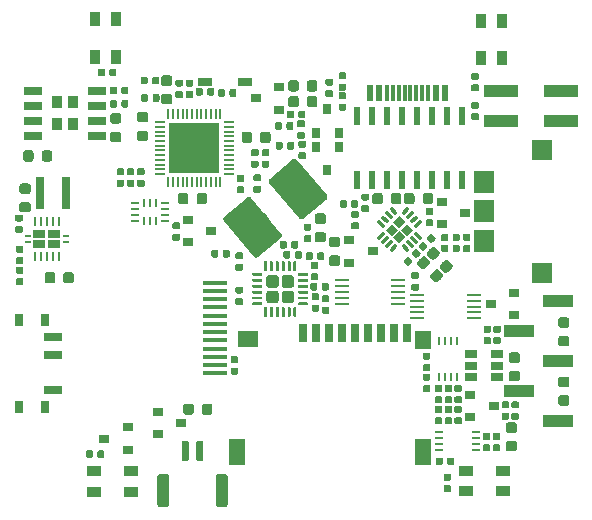
<source format=gbr>
G04 #@! TF.GenerationSoftware,KiCad,Pcbnew,5.0.2-bee76a0~70~ubuntu18.04.1*
G04 #@! TF.CreationDate,2019-03-04T23:14:38+01:00*
G04 #@! TF.ProjectId,anotterwatch,616e6f74-7465-4727-9761-7463682e6b69,rev?*
G04 #@! TF.SameCoordinates,Original*
G04 #@! TF.FileFunction,Paste,Bot*
G04 #@! TF.FilePolarity,Positive*
%FSLAX46Y46*%
G04 Gerber Fmt 4.6, Leading zero omitted, Abs format (unit mm)*
G04 Created by KiCad (PCBNEW 5.0.2-bee76a0~70~ubuntu18.04.1) date Mo 04 Mär 2019 23:14:38 CET*
%MOMM*%
%LPD*%
G01*
G04 APERTURE LIST*
%ADD10C,0.100000*%
%ADD11C,3.025000*%
%ADD12C,0.590000*%
%ADD13C,0.875000*%
%ADD14R,0.700000X1.600000*%
%ADD15R,1.400000X1.600000*%
%ADD16R,1.400000X2.200000*%
%ADD17R,1.800000X1.400000*%
%ADD18C,0.600000*%
%ADD19C,1.000000*%
%ADD20O,0.230000X0.800000*%
%ADD21R,0.230000X0.230000*%
%ADD22R,1.050000X0.680000*%
%ADD23R,0.500000X0.260000*%
%ADD24R,1.280000X0.230000*%
%ADD25R,0.850000X1.200000*%
%ADD26R,1.200000X0.850000*%
%ADD27R,0.250000X0.675000*%
%ADD28R,0.675000X0.250000*%
%ADD29R,1.200000X0.700000*%
%ADD30R,2.000000X0.350000*%
%ADD31R,3.000000X1.000000*%
%ADD32R,0.800000X1.000000*%
%ADD33R,1.500000X0.700000*%
%ADD34R,2.510000X1.000000*%
%ADD35O,0.850000X0.200000*%
%ADD36O,0.200000X0.850000*%
%ADD37R,4.300000X4.300000*%
%ADD38R,0.800000X2.700000*%
%ADD39C,0.730000*%
%ADD40C,0.300000*%
%ADD41C,0.300000*%
%ADD42C,0.250000*%
%ADD43C,1.050000*%
%ADD44R,0.810000X1.080000*%
%ADD45R,1.500000X0.650000*%
%ADD46R,0.600000X1.500000*%
%ADD47R,0.750000X0.250000*%
%ADD48R,0.250000X0.750000*%
%ADD49R,0.900000X0.800000*%
%ADD50R,0.800000X0.900000*%
%ADD51R,1.060000X0.650000*%
%ADD52R,0.600000X1.450000*%
%ADD53R,0.300000X1.450000*%
%ADD54R,1.700000X1.800000*%
%ADD55R,1.800000X1.900000*%
G04 APERTURE END LIST*
D10*
G04 #@! TO.C,LS1*
G36*
X98073927Y-84893498D02*
X98098233Y-84896833D01*
X98122095Y-84902535D01*
X98145284Y-84910547D01*
X98167576Y-84920794D01*
X98188755Y-84933177D01*
X98208619Y-84947576D01*
X98226977Y-84963853D01*
X98243650Y-84981850D01*
X100782660Y-88007724D01*
X100797489Y-88027270D01*
X100810331Y-88048174D01*
X100821061Y-88070237D01*
X100829578Y-88093245D01*
X100835799Y-88116977D01*
X100839663Y-88141205D01*
X100841134Y-88165695D01*
X100840198Y-88190211D01*
X100836863Y-88214517D01*
X100831161Y-88238380D01*
X100823149Y-88261568D01*
X100812902Y-88283860D01*
X100800519Y-88305039D01*
X100786120Y-88324903D01*
X100769843Y-88343261D01*
X100751846Y-88359934D01*
X98817586Y-89982972D01*
X98798040Y-89997801D01*
X98777136Y-90010643D01*
X98755073Y-90021373D01*
X98732065Y-90029890D01*
X98708333Y-90036111D01*
X98684105Y-90039975D01*
X98659615Y-90041446D01*
X98635099Y-90040510D01*
X98610793Y-90037175D01*
X98586931Y-90031473D01*
X98563742Y-90023461D01*
X98541450Y-90013214D01*
X98520271Y-90000831D01*
X98500407Y-89986432D01*
X98482049Y-89970155D01*
X98465376Y-89952158D01*
X95926366Y-86926284D01*
X95911537Y-86906738D01*
X95898695Y-86885834D01*
X95887965Y-86863771D01*
X95879448Y-86840763D01*
X95873227Y-86817031D01*
X95869363Y-86792803D01*
X95867892Y-86768313D01*
X95868828Y-86743797D01*
X95872163Y-86719491D01*
X95877865Y-86695628D01*
X95885877Y-86672440D01*
X95896124Y-86650148D01*
X95908507Y-86628969D01*
X95922906Y-86609105D01*
X95939183Y-86590747D01*
X95957180Y-86574074D01*
X97891440Y-84951036D01*
X97910986Y-84936207D01*
X97931890Y-84923365D01*
X97953953Y-84912635D01*
X97976961Y-84904118D01*
X98000693Y-84897897D01*
X98024921Y-84894033D01*
X98049411Y-84892562D01*
X98073927Y-84893498D01*
X98073927Y-84893498D01*
G37*
D11*
X98354513Y-87467004D03*
D10*
G36*
X101923301Y-81663490D02*
X101947607Y-81666825D01*
X101971469Y-81672527D01*
X101994658Y-81680539D01*
X102016950Y-81690786D01*
X102038129Y-81703169D01*
X102057993Y-81717568D01*
X102076351Y-81733845D01*
X102093024Y-81751842D01*
X104632034Y-84777716D01*
X104646863Y-84797262D01*
X104659705Y-84818166D01*
X104670435Y-84840229D01*
X104678952Y-84863237D01*
X104685173Y-84886969D01*
X104689037Y-84911197D01*
X104690508Y-84935687D01*
X104689572Y-84960203D01*
X104686237Y-84984509D01*
X104680535Y-85008372D01*
X104672523Y-85031560D01*
X104662276Y-85053852D01*
X104649893Y-85075031D01*
X104635494Y-85094895D01*
X104619217Y-85113253D01*
X104601220Y-85129926D01*
X102666960Y-86752964D01*
X102647414Y-86767793D01*
X102626510Y-86780635D01*
X102604447Y-86791365D01*
X102581439Y-86799882D01*
X102557707Y-86806103D01*
X102533479Y-86809967D01*
X102508989Y-86811438D01*
X102484473Y-86810502D01*
X102460167Y-86807167D01*
X102436305Y-86801465D01*
X102413116Y-86793453D01*
X102390824Y-86783206D01*
X102369645Y-86770823D01*
X102349781Y-86756424D01*
X102331423Y-86740147D01*
X102314750Y-86722150D01*
X99775740Y-83696276D01*
X99760911Y-83676730D01*
X99748069Y-83655826D01*
X99737339Y-83633763D01*
X99728822Y-83610755D01*
X99722601Y-83587023D01*
X99718737Y-83562795D01*
X99717266Y-83538305D01*
X99718202Y-83513789D01*
X99721537Y-83489483D01*
X99727239Y-83465620D01*
X99735251Y-83442432D01*
X99745498Y-83420140D01*
X99757881Y-83398961D01*
X99772280Y-83379097D01*
X99788557Y-83360739D01*
X99806554Y-83344066D01*
X101740814Y-81721028D01*
X101760360Y-81706199D01*
X101781264Y-81693357D01*
X101803327Y-81682627D01*
X101826335Y-81674110D01*
X101850067Y-81667889D01*
X101874295Y-81664025D01*
X101898785Y-81662554D01*
X101923301Y-81663490D01*
X101923301Y-81663490D01*
G37*
D11*
X102203887Y-84236996D03*
G04 #@! TD*
D10*
G04 #@! TO.C,C37*
G36*
X92338158Y-74963510D02*
X92352476Y-74965634D01*
X92366517Y-74969151D01*
X92380146Y-74974028D01*
X92393231Y-74980217D01*
X92405647Y-74987658D01*
X92417273Y-74996281D01*
X92427998Y-75006002D01*
X92437719Y-75016727D01*
X92446342Y-75028353D01*
X92453783Y-75040769D01*
X92459972Y-75053854D01*
X92464849Y-75067483D01*
X92468366Y-75081524D01*
X92470490Y-75095842D01*
X92471200Y-75110300D01*
X92471200Y-75405300D01*
X92470490Y-75419758D01*
X92468366Y-75434076D01*
X92464849Y-75448117D01*
X92459972Y-75461746D01*
X92453783Y-75474831D01*
X92446342Y-75487247D01*
X92437719Y-75498873D01*
X92427998Y-75509598D01*
X92417273Y-75519319D01*
X92405647Y-75527942D01*
X92393231Y-75535383D01*
X92380146Y-75541572D01*
X92366517Y-75546449D01*
X92352476Y-75549966D01*
X92338158Y-75552090D01*
X92323700Y-75552800D01*
X91978700Y-75552800D01*
X91964242Y-75552090D01*
X91949924Y-75549966D01*
X91935883Y-75546449D01*
X91922254Y-75541572D01*
X91909169Y-75535383D01*
X91896753Y-75527942D01*
X91885127Y-75519319D01*
X91874402Y-75509598D01*
X91864681Y-75498873D01*
X91856058Y-75487247D01*
X91848617Y-75474831D01*
X91842428Y-75461746D01*
X91837551Y-75448117D01*
X91834034Y-75434076D01*
X91831910Y-75419758D01*
X91831200Y-75405300D01*
X91831200Y-75110300D01*
X91831910Y-75095842D01*
X91834034Y-75081524D01*
X91837551Y-75067483D01*
X91842428Y-75053854D01*
X91848617Y-75040769D01*
X91856058Y-75028353D01*
X91864681Y-75016727D01*
X91874402Y-75006002D01*
X91885127Y-74996281D01*
X91896753Y-74987658D01*
X91909169Y-74980217D01*
X91922254Y-74974028D01*
X91935883Y-74969151D01*
X91949924Y-74965634D01*
X91964242Y-74963510D01*
X91978700Y-74962800D01*
X92323700Y-74962800D01*
X92338158Y-74963510D01*
X92338158Y-74963510D01*
G37*
D12*
X92151200Y-75257800D03*
D10*
G36*
X92338158Y-75933510D02*
X92352476Y-75935634D01*
X92366517Y-75939151D01*
X92380146Y-75944028D01*
X92393231Y-75950217D01*
X92405647Y-75957658D01*
X92417273Y-75966281D01*
X92427998Y-75976002D01*
X92437719Y-75986727D01*
X92446342Y-75998353D01*
X92453783Y-76010769D01*
X92459972Y-76023854D01*
X92464849Y-76037483D01*
X92468366Y-76051524D01*
X92470490Y-76065842D01*
X92471200Y-76080300D01*
X92471200Y-76375300D01*
X92470490Y-76389758D01*
X92468366Y-76404076D01*
X92464849Y-76418117D01*
X92459972Y-76431746D01*
X92453783Y-76444831D01*
X92446342Y-76457247D01*
X92437719Y-76468873D01*
X92427998Y-76479598D01*
X92417273Y-76489319D01*
X92405647Y-76497942D01*
X92393231Y-76505383D01*
X92380146Y-76511572D01*
X92366517Y-76516449D01*
X92352476Y-76519966D01*
X92338158Y-76522090D01*
X92323700Y-76522800D01*
X91978700Y-76522800D01*
X91964242Y-76522090D01*
X91949924Y-76519966D01*
X91935883Y-76516449D01*
X91922254Y-76511572D01*
X91909169Y-76505383D01*
X91896753Y-76497942D01*
X91885127Y-76489319D01*
X91874402Y-76479598D01*
X91864681Y-76468873D01*
X91856058Y-76457247D01*
X91848617Y-76444831D01*
X91842428Y-76431746D01*
X91837551Y-76418117D01*
X91834034Y-76404076D01*
X91831910Y-76389758D01*
X91831200Y-76375300D01*
X91831200Y-76080300D01*
X91831910Y-76065842D01*
X91834034Y-76051524D01*
X91837551Y-76037483D01*
X91842428Y-76023854D01*
X91848617Y-76010769D01*
X91856058Y-75998353D01*
X91864681Y-75986727D01*
X91874402Y-75976002D01*
X91885127Y-75966281D01*
X91896753Y-75957658D01*
X91909169Y-75950217D01*
X91922254Y-75944028D01*
X91935883Y-75939151D01*
X91949924Y-75935634D01*
X91964242Y-75933510D01*
X91978700Y-75932800D01*
X92323700Y-75932800D01*
X92338158Y-75933510D01*
X92338158Y-75933510D01*
G37*
D12*
X92151200Y-76227800D03*
G04 #@! TD*
D10*
G04 #@! TO.C,R50*
G36*
X105586091Y-89860654D02*
X105607326Y-89863804D01*
X105628150Y-89869020D01*
X105648362Y-89876252D01*
X105667768Y-89885431D01*
X105686181Y-89896467D01*
X105703424Y-89909255D01*
X105719330Y-89923671D01*
X105733746Y-89939577D01*
X105746534Y-89956820D01*
X105757570Y-89975233D01*
X105766749Y-89994639D01*
X105773981Y-90014851D01*
X105779197Y-90035675D01*
X105782347Y-90056910D01*
X105783400Y-90078351D01*
X105783400Y-90515851D01*
X105782347Y-90537292D01*
X105779197Y-90558527D01*
X105773981Y-90579351D01*
X105766749Y-90599563D01*
X105757570Y-90618969D01*
X105746534Y-90637382D01*
X105733746Y-90654625D01*
X105719330Y-90670531D01*
X105703424Y-90684947D01*
X105686181Y-90697735D01*
X105667768Y-90708771D01*
X105648362Y-90717950D01*
X105628150Y-90725182D01*
X105607326Y-90730398D01*
X105586091Y-90733548D01*
X105564650Y-90734601D01*
X105052150Y-90734601D01*
X105030709Y-90733548D01*
X105009474Y-90730398D01*
X104988650Y-90725182D01*
X104968438Y-90717950D01*
X104949032Y-90708771D01*
X104930619Y-90697735D01*
X104913376Y-90684947D01*
X104897470Y-90670531D01*
X104883054Y-90654625D01*
X104870266Y-90637382D01*
X104859230Y-90618969D01*
X104850051Y-90599563D01*
X104842819Y-90579351D01*
X104837603Y-90558527D01*
X104834453Y-90537292D01*
X104833400Y-90515851D01*
X104833400Y-90078351D01*
X104834453Y-90056910D01*
X104837603Y-90035675D01*
X104842819Y-90014851D01*
X104850051Y-89994639D01*
X104859230Y-89975233D01*
X104870266Y-89956820D01*
X104883054Y-89939577D01*
X104897470Y-89923671D01*
X104913376Y-89909255D01*
X104930619Y-89896467D01*
X104949032Y-89885431D01*
X104968438Y-89876252D01*
X104988650Y-89869020D01*
X105009474Y-89863804D01*
X105030709Y-89860654D01*
X105052150Y-89859601D01*
X105564650Y-89859601D01*
X105586091Y-89860654D01*
X105586091Y-89860654D01*
G37*
D13*
X105308400Y-90297101D03*
D10*
G36*
X105586091Y-88285652D02*
X105607326Y-88288802D01*
X105628150Y-88294018D01*
X105648362Y-88301250D01*
X105667768Y-88310429D01*
X105686181Y-88321465D01*
X105703424Y-88334253D01*
X105719330Y-88348669D01*
X105733746Y-88364575D01*
X105746534Y-88381818D01*
X105757570Y-88400231D01*
X105766749Y-88419637D01*
X105773981Y-88439849D01*
X105779197Y-88460673D01*
X105782347Y-88481908D01*
X105783400Y-88503349D01*
X105783400Y-88940849D01*
X105782347Y-88962290D01*
X105779197Y-88983525D01*
X105773981Y-89004349D01*
X105766749Y-89024561D01*
X105757570Y-89043967D01*
X105746534Y-89062380D01*
X105733746Y-89079623D01*
X105719330Y-89095529D01*
X105703424Y-89109945D01*
X105686181Y-89122733D01*
X105667768Y-89133769D01*
X105648362Y-89142948D01*
X105628150Y-89150180D01*
X105607326Y-89155396D01*
X105586091Y-89158546D01*
X105564650Y-89159599D01*
X105052150Y-89159599D01*
X105030709Y-89158546D01*
X105009474Y-89155396D01*
X104988650Y-89150180D01*
X104968438Y-89142948D01*
X104949032Y-89133769D01*
X104930619Y-89122733D01*
X104913376Y-89109945D01*
X104897470Y-89095529D01*
X104883054Y-89079623D01*
X104870266Y-89062380D01*
X104859230Y-89043967D01*
X104850051Y-89024561D01*
X104842819Y-89004349D01*
X104837603Y-88983525D01*
X104834453Y-88962290D01*
X104833400Y-88940849D01*
X104833400Y-88503349D01*
X104834453Y-88481908D01*
X104837603Y-88460673D01*
X104842819Y-88439849D01*
X104850051Y-88419637D01*
X104859230Y-88400231D01*
X104870266Y-88381818D01*
X104883054Y-88364575D01*
X104897470Y-88348669D01*
X104913376Y-88334253D01*
X104930619Y-88321465D01*
X104949032Y-88310429D01*
X104968438Y-88301250D01*
X104988650Y-88294018D01*
X105009474Y-88288802D01*
X105030709Y-88285652D01*
X105052150Y-88284599D01*
X105564650Y-88284599D01*
X105586091Y-88285652D01*
X105586091Y-88285652D01*
G37*
D13*
X105308400Y-88722099D03*
G04 #@! TD*
D14*
G04 #@! TO.C,J1*
X102652000Y-96397000D03*
X103752000Y-96397000D03*
X104852000Y-96397000D03*
X105952000Y-96397000D03*
X107052000Y-96397000D03*
X108152000Y-96397000D03*
X109252000Y-96397000D03*
X110352000Y-96397000D03*
X111452000Y-96397000D03*
D15*
X112752000Y-96997000D03*
D16*
X112752000Y-106497000D03*
D17*
X97952000Y-96897000D03*
D16*
X97052000Y-106497000D03*
G04 #@! TD*
D10*
G04 #@! TO.C,BT1*
G36*
X92808503Y-105557122D02*
X92823064Y-105559282D01*
X92837343Y-105562859D01*
X92851203Y-105567818D01*
X92864510Y-105574112D01*
X92877136Y-105581680D01*
X92888959Y-105590448D01*
X92899866Y-105600334D01*
X92909752Y-105611241D01*
X92918520Y-105623064D01*
X92926088Y-105635690D01*
X92932382Y-105648997D01*
X92937341Y-105662857D01*
X92940918Y-105677136D01*
X92943078Y-105691697D01*
X92943800Y-105706400D01*
X92943800Y-107106400D01*
X92943078Y-107121103D01*
X92940918Y-107135664D01*
X92937341Y-107149943D01*
X92932382Y-107163803D01*
X92926088Y-107177110D01*
X92918520Y-107189736D01*
X92909752Y-107201559D01*
X92899866Y-107212466D01*
X92888959Y-107222352D01*
X92877136Y-107231120D01*
X92864510Y-107238688D01*
X92851203Y-107244982D01*
X92837343Y-107249941D01*
X92823064Y-107253518D01*
X92808503Y-107255678D01*
X92793800Y-107256400D01*
X92493800Y-107256400D01*
X92479097Y-107255678D01*
X92464536Y-107253518D01*
X92450257Y-107249941D01*
X92436397Y-107244982D01*
X92423090Y-107238688D01*
X92410464Y-107231120D01*
X92398641Y-107222352D01*
X92387734Y-107212466D01*
X92377848Y-107201559D01*
X92369080Y-107189736D01*
X92361512Y-107177110D01*
X92355218Y-107163803D01*
X92350259Y-107149943D01*
X92346682Y-107135664D01*
X92344522Y-107121103D01*
X92343800Y-107106400D01*
X92343800Y-105706400D01*
X92344522Y-105691697D01*
X92346682Y-105677136D01*
X92350259Y-105662857D01*
X92355218Y-105648997D01*
X92361512Y-105635690D01*
X92369080Y-105623064D01*
X92377848Y-105611241D01*
X92387734Y-105600334D01*
X92398641Y-105590448D01*
X92410464Y-105581680D01*
X92423090Y-105574112D01*
X92436397Y-105567818D01*
X92450257Y-105562859D01*
X92464536Y-105559282D01*
X92479097Y-105557122D01*
X92493800Y-105556400D01*
X92793800Y-105556400D01*
X92808503Y-105557122D01*
X92808503Y-105557122D01*
G37*
D18*
X92643800Y-106406400D03*
D10*
G36*
X94058503Y-105557122D02*
X94073064Y-105559282D01*
X94087343Y-105562859D01*
X94101203Y-105567818D01*
X94114510Y-105574112D01*
X94127136Y-105581680D01*
X94138959Y-105590448D01*
X94149866Y-105600334D01*
X94159752Y-105611241D01*
X94168520Y-105623064D01*
X94176088Y-105635690D01*
X94182382Y-105648997D01*
X94187341Y-105662857D01*
X94190918Y-105677136D01*
X94193078Y-105691697D01*
X94193800Y-105706400D01*
X94193800Y-107106400D01*
X94193078Y-107121103D01*
X94190918Y-107135664D01*
X94187341Y-107149943D01*
X94182382Y-107163803D01*
X94176088Y-107177110D01*
X94168520Y-107189736D01*
X94159752Y-107201559D01*
X94149866Y-107212466D01*
X94138959Y-107222352D01*
X94127136Y-107231120D01*
X94114510Y-107238688D01*
X94101203Y-107244982D01*
X94087343Y-107249941D01*
X94073064Y-107253518D01*
X94058503Y-107255678D01*
X94043800Y-107256400D01*
X93743800Y-107256400D01*
X93729097Y-107255678D01*
X93714536Y-107253518D01*
X93700257Y-107249941D01*
X93686397Y-107244982D01*
X93673090Y-107238688D01*
X93660464Y-107231120D01*
X93648641Y-107222352D01*
X93637734Y-107212466D01*
X93627848Y-107201559D01*
X93619080Y-107189736D01*
X93611512Y-107177110D01*
X93605218Y-107163803D01*
X93600259Y-107149943D01*
X93596682Y-107135664D01*
X93594522Y-107121103D01*
X93593800Y-107106400D01*
X93593800Y-105706400D01*
X93594522Y-105691697D01*
X93596682Y-105677136D01*
X93600259Y-105662857D01*
X93605218Y-105648997D01*
X93611512Y-105635690D01*
X93619080Y-105623064D01*
X93627848Y-105611241D01*
X93637734Y-105600334D01*
X93648641Y-105590448D01*
X93660464Y-105581680D01*
X93673090Y-105574112D01*
X93686397Y-105567818D01*
X93700257Y-105562859D01*
X93714536Y-105559282D01*
X93729097Y-105557122D01*
X93743800Y-105556400D01*
X94043800Y-105556400D01*
X94058503Y-105557122D01*
X94058503Y-105557122D01*
G37*
D18*
X93893800Y-106406400D03*
D10*
G36*
X91068304Y-108357604D02*
X91092573Y-108361204D01*
X91116371Y-108367165D01*
X91139471Y-108375430D01*
X91161649Y-108385920D01*
X91182693Y-108398533D01*
X91202398Y-108413147D01*
X91220577Y-108429623D01*
X91237053Y-108447802D01*
X91251667Y-108467507D01*
X91264280Y-108488551D01*
X91274770Y-108510729D01*
X91283035Y-108533829D01*
X91288996Y-108557627D01*
X91292596Y-108581896D01*
X91293800Y-108606400D01*
X91293800Y-110906400D01*
X91292596Y-110930904D01*
X91288996Y-110955173D01*
X91283035Y-110978971D01*
X91274770Y-111002071D01*
X91264280Y-111024249D01*
X91251667Y-111045293D01*
X91237053Y-111064998D01*
X91220577Y-111083177D01*
X91202398Y-111099653D01*
X91182693Y-111114267D01*
X91161649Y-111126880D01*
X91139471Y-111137370D01*
X91116371Y-111145635D01*
X91092573Y-111151596D01*
X91068304Y-111155196D01*
X91043800Y-111156400D01*
X90543800Y-111156400D01*
X90519296Y-111155196D01*
X90495027Y-111151596D01*
X90471229Y-111145635D01*
X90448129Y-111137370D01*
X90425951Y-111126880D01*
X90404907Y-111114267D01*
X90385202Y-111099653D01*
X90367023Y-111083177D01*
X90350547Y-111064998D01*
X90335933Y-111045293D01*
X90323320Y-111024249D01*
X90312830Y-111002071D01*
X90304565Y-110978971D01*
X90298604Y-110955173D01*
X90295004Y-110930904D01*
X90293800Y-110906400D01*
X90293800Y-108606400D01*
X90295004Y-108581896D01*
X90298604Y-108557627D01*
X90304565Y-108533829D01*
X90312830Y-108510729D01*
X90323320Y-108488551D01*
X90335933Y-108467507D01*
X90350547Y-108447802D01*
X90367023Y-108429623D01*
X90385202Y-108413147D01*
X90404907Y-108398533D01*
X90425951Y-108385920D01*
X90448129Y-108375430D01*
X90471229Y-108367165D01*
X90495027Y-108361204D01*
X90519296Y-108357604D01*
X90543800Y-108356400D01*
X91043800Y-108356400D01*
X91068304Y-108357604D01*
X91068304Y-108357604D01*
G37*
D19*
X90793800Y-109756400D03*
D10*
G36*
X96018304Y-108357604D02*
X96042573Y-108361204D01*
X96066371Y-108367165D01*
X96089471Y-108375430D01*
X96111649Y-108385920D01*
X96132693Y-108398533D01*
X96152398Y-108413147D01*
X96170577Y-108429623D01*
X96187053Y-108447802D01*
X96201667Y-108467507D01*
X96214280Y-108488551D01*
X96224770Y-108510729D01*
X96233035Y-108533829D01*
X96238996Y-108557627D01*
X96242596Y-108581896D01*
X96243800Y-108606400D01*
X96243800Y-110906400D01*
X96242596Y-110930904D01*
X96238996Y-110955173D01*
X96233035Y-110978971D01*
X96224770Y-111002071D01*
X96214280Y-111024249D01*
X96201667Y-111045293D01*
X96187053Y-111064998D01*
X96170577Y-111083177D01*
X96152398Y-111099653D01*
X96132693Y-111114267D01*
X96111649Y-111126880D01*
X96089471Y-111137370D01*
X96066371Y-111145635D01*
X96042573Y-111151596D01*
X96018304Y-111155196D01*
X95993800Y-111156400D01*
X95493800Y-111156400D01*
X95469296Y-111155196D01*
X95445027Y-111151596D01*
X95421229Y-111145635D01*
X95398129Y-111137370D01*
X95375951Y-111126880D01*
X95354907Y-111114267D01*
X95335202Y-111099653D01*
X95317023Y-111083177D01*
X95300547Y-111064998D01*
X95285933Y-111045293D01*
X95273320Y-111024249D01*
X95262830Y-111002071D01*
X95254565Y-110978971D01*
X95248604Y-110955173D01*
X95245004Y-110930904D01*
X95243800Y-110906400D01*
X95243800Y-108606400D01*
X95245004Y-108581896D01*
X95248604Y-108557627D01*
X95254565Y-108533829D01*
X95262830Y-108510729D01*
X95273320Y-108488551D01*
X95285933Y-108467507D01*
X95300547Y-108447802D01*
X95317023Y-108429623D01*
X95335202Y-108413147D01*
X95354907Y-108398533D01*
X95375951Y-108385920D01*
X95398129Y-108375430D01*
X95421229Y-108367165D01*
X95445027Y-108361204D01*
X95469296Y-108357604D01*
X95493800Y-108356400D01*
X95993800Y-108356400D01*
X96018304Y-108357604D01*
X96018304Y-108357604D01*
G37*
D19*
X95743800Y-109756400D03*
G04 #@! TD*
D20*
G04 #@! TO.C,U14*
X79949800Y-89943200D03*
X80449800Y-89943200D03*
X80949800Y-89943200D03*
D21*
X81449800Y-90228200D03*
X81949800Y-90228200D03*
D20*
X81949800Y-86993200D03*
D21*
X81449800Y-86708200D03*
D20*
X80949800Y-86993200D03*
D21*
X80449800Y-86708200D03*
X79949800Y-86708200D03*
D22*
X81584800Y-88918200D03*
X81584800Y-88018200D03*
X80314800Y-88918200D03*
D23*
X82579800Y-88718200D03*
X82579800Y-88218200D03*
X79319800Y-88718200D03*
X79319800Y-88218200D03*
D22*
X80314800Y-88018200D03*
D21*
X79949800Y-90228200D03*
X80449800Y-90228200D03*
X80949800Y-90228200D03*
D20*
X81449800Y-89943200D03*
X81949800Y-89943200D03*
D21*
X81949800Y-86708200D03*
D20*
X81449800Y-86993200D03*
D21*
X80949800Y-86708200D03*
D20*
X80449800Y-86993200D03*
X79949800Y-86993200D03*
G04 #@! TD*
D24*
G04 #@! TO.C,U8*
X112306400Y-93183200D03*
X112306400Y-93683200D03*
X112306400Y-94183200D03*
X112306400Y-94683200D03*
X112306400Y-95183200D03*
X117106400Y-95183200D03*
X117106400Y-94683200D03*
X117106400Y-94183200D03*
X117106400Y-93683200D03*
X117106400Y-93183200D03*
G04 #@! TD*
G04 #@! TO.C,U7*
X105905600Y-91964000D03*
X105905600Y-92464000D03*
X105905600Y-92964000D03*
X105905600Y-93464000D03*
X105905600Y-93964000D03*
X110705600Y-93964000D03*
X110705600Y-93464000D03*
X110705600Y-92964000D03*
X110705600Y-92464000D03*
X110705600Y-91964000D03*
G04 #@! TD*
D10*
G04 #@! TO.C,R52*
G36*
X114803205Y-90224074D02*
X114824440Y-90227224D01*
X114845264Y-90232440D01*
X114865476Y-90239672D01*
X114884882Y-90248851D01*
X114903295Y-90259887D01*
X114920538Y-90272675D01*
X114936444Y-90287091D01*
X115245803Y-90596450D01*
X115260219Y-90612356D01*
X115273007Y-90629599D01*
X115284043Y-90648012D01*
X115293222Y-90667418D01*
X115300454Y-90687630D01*
X115305670Y-90708454D01*
X115308820Y-90729689D01*
X115309873Y-90751130D01*
X115308820Y-90772571D01*
X115305670Y-90793806D01*
X115300454Y-90814630D01*
X115293222Y-90834842D01*
X115284043Y-90854248D01*
X115273007Y-90872661D01*
X115260219Y-90889904D01*
X115245803Y-90905810D01*
X114883410Y-91268203D01*
X114867504Y-91282619D01*
X114850261Y-91295407D01*
X114831848Y-91306443D01*
X114812442Y-91315622D01*
X114792230Y-91322854D01*
X114771406Y-91328070D01*
X114750171Y-91331220D01*
X114728730Y-91332273D01*
X114707289Y-91331220D01*
X114686054Y-91328070D01*
X114665230Y-91322854D01*
X114645018Y-91315622D01*
X114625612Y-91306443D01*
X114607199Y-91295407D01*
X114589956Y-91282619D01*
X114574050Y-91268203D01*
X114264691Y-90958844D01*
X114250275Y-90942938D01*
X114237487Y-90925695D01*
X114226451Y-90907282D01*
X114217272Y-90887876D01*
X114210040Y-90867664D01*
X114204824Y-90846840D01*
X114201674Y-90825605D01*
X114200621Y-90804164D01*
X114201674Y-90782723D01*
X114204824Y-90761488D01*
X114210040Y-90740664D01*
X114217272Y-90720452D01*
X114226451Y-90701046D01*
X114237487Y-90682633D01*
X114250275Y-90665390D01*
X114264691Y-90649484D01*
X114627084Y-90287091D01*
X114642990Y-90272675D01*
X114660233Y-90259887D01*
X114678646Y-90248851D01*
X114698052Y-90239672D01*
X114718264Y-90232440D01*
X114739088Y-90227224D01*
X114760323Y-90224074D01*
X114781764Y-90223021D01*
X114803205Y-90224074D01*
X114803205Y-90224074D01*
G37*
D13*
X114755247Y-90777647D03*
D10*
G36*
X113689511Y-89110380D02*
X113710746Y-89113530D01*
X113731570Y-89118746D01*
X113751782Y-89125978D01*
X113771188Y-89135157D01*
X113789601Y-89146193D01*
X113806844Y-89158981D01*
X113822750Y-89173397D01*
X114132109Y-89482756D01*
X114146525Y-89498662D01*
X114159313Y-89515905D01*
X114170349Y-89534318D01*
X114179528Y-89553724D01*
X114186760Y-89573936D01*
X114191976Y-89594760D01*
X114195126Y-89615995D01*
X114196179Y-89637436D01*
X114195126Y-89658877D01*
X114191976Y-89680112D01*
X114186760Y-89700936D01*
X114179528Y-89721148D01*
X114170349Y-89740554D01*
X114159313Y-89758967D01*
X114146525Y-89776210D01*
X114132109Y-89792116D01*
X113769716Y-90154509D01*
X113753810Y-90168925D01*
X113736567Y-90181713D01*
X113718154Y-90192749D01*
X113698748Y-90201928D01*
X113678536Y-90209160D01*
X113657712Y-90214376D01*
X113636477Y-90217526D01*
X113615036Y-90218579D01*
X113593595Y-90217526D01*
X113572360Y-90214376D01*
X113551536Y-90209160D01*
X113531324Y-90201928D01*
X113511918Y-90192749D01*
X113493505Y-90181713D01*
X113476262Y-90168925D01*
X113460356Y-90154509D01*
X113150997Y-89845150D01*
X113136581Y-89829244D01*
X113123793Y-89812001D01*
X113112757Y-89793588D01*
X113103578Y-89774182D01*
X113096346Y-89753970D01*
X113091130Y-89733146D01*
X113087980Y-89711911D01*
X113086927Y-89690470D01*
X113087980Y-89669029D01*
X113091130Y-89647794D01*
X113096346Y-89626970D01*
X113103578Y-89606758D01*
X113112757Y-89587352D01*
X113123793Y-89568939D01*
X113136581Y-89551696D01*
X113150997Y-89535790D01*
X113513390Y-89173397D01*
X113529296Y-89158981D01*
X113546539Y-89146193D01*
X113564952Y-89135157D01*
X113584358Y-89125978D01*
X113604570Y-89118746D01*
X113625394Y-89113530D01*
X113646629Y-89110380D01*
X113668070Y-89109327D01*
X113689511Y-89110380D01*
X113689511Y-89110380D01*
G37*
D13*
X113641553Y-89663953D03*
G04 #@! TD*
D10*
G04 #@! TO.C,R53*
G36*
X113990405Y-91036874D02*
X114011640Y-91040024D01*
X114032464Y-91045240D01*
X114052676Y-91052472D01*
X114072082Y-91061651D01*
X114090495Y-91072687D01*
X114107738Y-91085475D01*
X114123644Y-91099891D01*
X114433003Y-91409250D01*
X114447419Y-91425156D01*
X114460207Y-91442399D01*
X114471243Y-91460812D01*
X114480422Y-91480218D01*
X114487654Y-91500430D01*
X114492870Y-91521254D01*
X114496020Y-91542489D01*
X114497073Y-91563930D01*
X114496020Y-91585371D01*
X114492870Y-91606606D01*
X114487654Y-91627430D01*
X114480422Y-91647642D01*
X114471243Y-91667048D01*
X114460207Y-91685461D01*
X114447419Y-91702704D01*
X114433003Y-91718610D01*
X114070610Y-92081003D01*
X114054704Y-92095419D01*
X114037461Y-92108207D01*
X114019048Y-92119243D01*
X113999642Y-92128422D01*
X113979430Y-92135654D01*
X113958606Y-92140870D01*
X113937371Y-92144020D01*
X113915930Y-92145073D01*
X113894489Y-92144020D01*
X113873254Y-92140870D01*
X113852430Y-92135654D01*
X113832218Y-92128422D01*
X113812812Y-92119243D01*
X113794399Y-92108207D01*
X113777156Y-92095419D01*
X113761250Y-92081003D01*
X113451891Y-91771644D01*
X113437475Y-91755738D01*
X113424687Y-91738495D01*
X113413651Y-91720082D01*
X113404472Y-91700676D01*
X113397240Y-91680464D01*
X113392024Y-91659640D01*
X113388874Y-91638405D01*
X113387821Y-91616964D01*
X113388874Y-91595523D01*
X113392024Y-91574288D01*
X113397240Y-91553464D01*
X113404472Y-91533252D01*
X113413651Y-91513846D01*
X113424687Y-91495433D01*
X113437475Y-91478190D01*
X113451891Y-91462284D01*
X113814284Y-91099891D01*
X113830190Y-91085475D01*
X113847433Y-91072687D01*
X113865846Y-91061651D01*
X113885252Y-91052472D01*
X113905464Y-91045240D01*
X113926288Y-91040024D01*
X113947523Y-91036874D01*
X113968964Y-91035821D01*
X113990405Y-91036874D01*
X113990405Y-91036874D01*
G37*
D13*
X113942447Y-91590447D03*
D10*
G36*
X112876711Y-89923180D02*
X112897946Y-89926330D01*
X112918770Y-89931546D01*
X112938982Y-89938778D01*
X112958388Y-89947957D01*
X112976801Y-89958993D01*
X112994044Y-89971781D01*
X113009950Y-89986197D01*
X113319309Y-90295556D01*
X113333725Y-90311462D01*
X113346513Y-90328705D01*
X113357549Y-90347118D01*
X113366728Y-90366524D01*
X113373960Y-90386736D01*
X113379176Y-90407560D01*
X113382326Y-90428795D01*
X113383379Y-90450236D01*
X113382326Y-90471677D01*
X113379176Y-90492912D01*
X113373960Y-90513736D01*
X113366728Y-90533948D01*
X113357549Y-90553354D01*
X113346513Y-90571767D01*
X113333725Y-90589010D01*
X113319309Y-90604916D01*
X112956916Y-90967309D01*
X112941010Y-90981725D01*
X112923767Y-90994513D01*
X112905354Y-91005549D01*
X112885948Y-91014728D01*
X112865736Y-91021960D01*
X112844912Y-91027176D01*
X112823677Y-91030326D01*
X112802236Y-91031379D01*
X112780795Y-91030326D01*
X112759560Y-91027176D01*
X112738736Y-91021960D01*
X112718524Y-91014728D01*
X112699118Y-91005549D01*
X112680705Y-90994513D01*
X112663462Y-90981725D01*
X112647556Y-90967309D01*
X112338197Y-90657950D01*
X112323781Y-90642044D01*
X112310993Y-90624801D01*
X112299957Y-90606388D01*
X112290778Y-90586982D01*
X112283546Y-90566770D01*
X112278330Y-90545946D01*
X112275180Y-90524711D01*
X112274127Y-90503270D01*
X112275180Y-90481829D01*
X112278330Y-90460594D01*
X112283546Y-90439770D01*
X112290778Y-90419558D01*
X112299957Y-90400152D01*
X112310993Y-90381739D01*
X112323781Y-90364496D01*
X112338197Y-90348590D01*
X112700590Y-89986197D01*
X112716496Y-89971781D01*
X112733739Y-89958993D01*
X112752152Y-89947957D01*
X112771558Y-89938778D01*
X112791770Y-89931546D01*
X112812594Y-89926330D01*
X112833829Y-89923180D01*
X112855270Y-89922127D01*
X112876711Y-89923180D01*
X112876711Y-89923180D01*
G37*
D13*
X112828753Y-90476753D03*
G04 #@! TD*
D10*
G04 #@! TO.C,C35*
G36*
X112785433Y-88717483D02*
X112799751Y-88719607D01*
X112813792Y-88723124D01*
X112827421Y-88728001D01*
X112840506Y-88734190D01*
X112852922Y-88741631D01*
X112864548Y-88750254D01*
X112875273Y-88759975D01*
X113119225Y-89003927D01*
X113128946Y-89014652D01*
X113137569Y-89026278D01*
X113145010Y-89038694D01*
X113151199Y-89051779D01*
X113156076Y-89065408D01*
X113159593Y-89079449D01*
X113161717Y-89093767D01*
X113162427Y-89108225D01*
X113161717Y-89122683D01*
X113159593Y-89137001D01*
X113156076Y-89151042D01*
X113151199Y-89164671D01*
X113145010Y-89177756D01*
X113137569Y-89190172D01*
X113128946Y-89201798D01*
X113119225Y-89212523D01*
X112910629Y-89421119D01*
X112899904Y-89430840D01*
X112888278Y-89439463D01*
X112875862Y-89446904D01*
X112862777Y-89453093D01*
X112849148Y-89457970D01*
X112835107Y-89461487D01*
X112820789Y-89463611D01*
X112806331Y-89464321D01*
X112791873Y-89463611D01*
X112777555Y-89461487D01*
X112763514Y-89457970D01*
X112749885Y-89453093D01*
X112736800Y-89446904D01*
X112724384Y-89439463D01*
X112712758Y-89430840D01*
X112702033Y-89421119D01*
X112458081Y-89177167D01*
X112448360Y-89166442D01*
X112439737Y-89154816D01*
X112432296Y-89142400D01*
X112426107Y-89129315D01*
X112421230Y-89115686D01*
X112417713Y-89101645D01*
X112415589Y-89087327D01*
X112414879Y-89072869D01*
X112415589Y-89058411D01*
X112417713Y-89044093D01*
X112421230Y-89030052D01*
X112426107Y-89016423D01*
X112432296Y-89003338D01*
X112439737Y-88990922D01*
X112448360Y-88979296D01*
X112458081Y-88968571D01*
X112666677Y-88759975D01*
X112677402Y-88750254D01*
X112689028Y-88741631D01*
X112701444Y-88734190D01*
X112714529Y-88728001D01*
X112728158Y-88723124D01*
X112742199Y-88719607D01*
X112756517Y-88717483D01*
X112770975Y-88716773D01*
X112785433Y-88717483D01*
X112785433Y-88717483D01*
G37*
D12*
X112788653Y-89090547D03*
D10*
G36*
X113471327Y-88031589D02*
X113485645Y-88033713D01*
X113499686Y-88037230D01*
X113513315Y-88042107D01*
X113526400Y-88048296D01*
X113538816Y-88055737D01*
X113550442Y-88064360D01*
X113561167Y-88074081D01*
X113805119Y-88318033D01*
X113814840Y-88328758D01*
X113823463Y-88340384D01*
X113830904Y-88352800D01*
X113837093Y-88365885D01*
X113841970Y-88379514D01*
X113845487Y-88393555D01*
X113847611Y-88407873D01*
X113848321Y-88422331D01*
X113847611Y-88436789D01*
X113845487Y-88451107D01*
X113841970Y-88465148D01*
X113837093Y-88478777D01*
X113830904Y-88491862D01*
X113823463Y-88504278D01*
X113814840Y-88515904D01*
X113805119Y-88526629D01*
X113596523Y-88735225D01*
X113585798Y-88744946D01*
X113574172Y-88753569D01*
X113561756Y-88761010D01*
X113548671Y-88767199D01*
X113535042Y-88772076D01*
X113521001Y-88775593D01*
X113506683Y-88777717D01*
X113492225Y-88778427D01*
X113477767Y-88777717D01*
X113463449Y-88775593D01*
X113449408Y-88772076D01*
X113435779Y-88767199D01*
X113422694Y-88761010D01*
X113410278Y-88753569D01*
X113398652Y-88744946D01*
X113387927Y-88735225D01*
X113143975Y-88491273D01*
X113134254Y-88480548D01*
X113125631Y-88468922D01*
X113118190Y-88456506D01*
X113112001Y-88443421D01*
X113107124Y-88429792D01*
X113103607Y-88415751D01*
X113101483Y-88401433D01*
X113100773Y-88386975D01*
X113101483Y-88372517D01*
X113103607Y-88358199D01*
X113107124Y-88344158D01*
X113112001Y-88330529D01*
X113118190Y-88317444D01*
X113125631Y-88305028D01*
X113134254Y-88293402D01*
X113143975Y-88282677D01*
X113352571Y-88074081D01*
X113363296Y-88064360D01*
X113374922Y-88055737D01*
X113387338Y-88048296D01*
X113400423Y-88042107D01*
X113414052Y-88037230D01*
X113428093Y-88033713D01*
X113442411Y-88031589D01*
X113456869Y-88030879D01*
X113471327Y-88031589D01*
X113471327Y-88031589D01*
G37*
D12*
X113474547Y-88404653D03*
G04 #@! TD*
D10*
G04 #@! TO.C,C36*
G36*
X111515433Y-89987483D02*
X111529751Y-89989607D01*
X111543792Y-89993124D01*
X111557421Y-89998001D01*
X111570506Y-90004190D01*
X111582922Y-90011631D01*
X111594548Y-90020254D01*
X111605273Y-90029975D01*
X111849225Y-90273927D01*
X111858946Y-90284652D01*
X111867569Y-90296278D01*
X111875010Y-90308694D01*
X111881199Y-90321779D01*
X111886076Y-90335408D01*
X111889593Y-90349449D01*
X111891717Y-90363767D01*
X111892427Y-90378225D01*
X111891717Y-90392683D01*
X111889593Y-90407001D01*
X111886076Y-90421042D01*
X111881199Y-90434671D01*
X111875010Y-90447756D01*
X111867569Y-90460172D01*
X111858946Y-90471798D01*
X111849225Y-90482523D01*
X111640629Y-90691119D01*
X111629904Y-90700840D01*
X111618278Y-90709463D01*
X111605862Y-90716904D01*
X111592777Y-90723093D01*
X111579148Y-90727970D01*
X111565107Y-90731487D01*
X111550789Y-90733611D01*
X111536331Y-90734321D01*
X111521873Y-90733611D01*
X111507555Y-90731487D01*
X111493514Y-90727970D01*
X111479885Y-90723093D01*
X111466800Y-90716904D01*
X111454384Y-90709463D01*
X111442758Y-90700840D01*
X111432033Y-90691119D01*
X111188081Y-90447167D01*
X111178360Y-90436442D01*
X111169737Y-90424816D01*
X111162296Y-90412400D01*
X111156107Y-90399315D01*
X111151230Y-90385686D01*
X111147713Y-90371645D01*
X111145589Y-90357327D01*
X111144879Y-90342869D01*
X111145589Y-90328411D01*
X111147713Y-90314093D01*
X111151230Y-90300052D01*
X111156107Y-90286423D01*
X111162296Y-90273338D01*
X111169737Y-90260922D01*
X111178360Y-90249296D01*
X111188081Y-90238571D01*
X111396677Y-90029975D01*
X111407402Y-90020254D01*
X111419028Y-90011631D01*
X111431444Y-90004190D01*
X111444529Y-89998001D01*
X111458158Y-89993124D01*
X111472199Y-89989607D01*
X111486517Y-89987483D01*
X111500975Y-89986773D01*
X111515433Y-89987483D01*
X111515433Y-89987483D01*
G37*
D12*
X111518653Y-90360547D03*
D10*
G36*
X112201327Y-89301589D02*
X112215645Y-89303713D01*
X112229686Y-89307230D01*
X112243315Y-89312107D01*
X112256400Y-89318296D01*
X112268816Y-89325737D01*
X112280442Y-89334360D01*
X112291167Y-89344081D01*
X112535119Y-89588033D01*
X112544840Y-89598758D01*
X112553463Y-89610384D01*
X112560904Y-89622800D01*
X112567093Y-89635885D01*
X112571970Y-89649514D01*
X112575487Y-89663555D01*
X112577611Y-89677873D01*
X112578321Y-89692331D01*
X112577611Y-89706789D01*
X112575487Y-89721107D01*
X112571970Y-89735148D01*
X112567093Y-89748777D01*
X112560904Y-89761862D01*
X112553463Y-89774278D01*
X112544840Y-89785904D01*
X112535119Y-89796629D01*
X112326523Y-90005225D01*
X112315798Y-90014946D01*
X112304172Y-90023569D01*
X112291756Y-90031010D01*
X112278671Y-90037199D01*
X112265042Y-90042076D01*
X112251001Y-90045593D01*
X112236683Y-90047717D01*
X112222225Y-90048427D01*
X112207767Y-90047717D01*
X112193449Y-90045593D01*
X112179408Y-90042076D01*
X112165779Y-90037199D01*
X112152694Y-90031010D01*
X112140278Y-90023569D01*
X112128652Y-90014946D01*
X112117927Y-90005225D01*
X111873975Y-89761273D01*
X111864254Y-89750548D01*
X111855631Y-89738922D01*
X111848190Y-89726506D01*
X111842001Y-89713421D01*
X111837124Y-89699792D01*
X111833607Y-89685751D01*
X111831483Y-89671433D01*
X111830773Y-89656975D01*
X111831483Y-89642517D01*
X111833607Y-89628199D01*
X111837124Y-89614158D01*
X111842001Y-89600529D01*
X111848190Y-89587444D01*
X111855631Y-89575028D01*
X111864254Y-89563402D01*
X111873975Y-89552677D01*
X112082571Y-89344081D01*
X112093296Y-89334360D01*
X112104922Y-89325737D01*
X112117338Y-89318296D01*
X112130423Y-89312107D01*
X112144052Y-89307230D01*
X112158093Y-89303713D01*
X112172411Y-89301589D01*
X112186869Y-89300879D01*
X112201327Y-89301589D01*
X112201327Y-89301589D01*
G37*
D12*
X112204547Y-89674653D03*
G04 #@! TD*
D25*
G04 #@! TO.C,D1*
X119467600Y-73177200D03*
X117717600Y-73177200D03*
X119467600Y-69977200D03*
X117717600Y-69977200D03*
G04 #@! TD*
D26*
G04 #@! TO.C,D3*
X84900000Y-109875000D03*
X84900000Y-108125000D03*
X88100000Y-109875000D03*
X88100000Y-108125000D03*
G04 #@! TD*
G04 #@! TO.C,D4*
X116400000Y-109841000D03*
X116400000Y-108091000D03*
X119600000Y-109841000D03*
X119600000Y-108091000D03*
G04 #@! TD*
D25*
G04 #@! TO.C,D2*
X86777800Y-73075600D03*
X85027800Y-73075600D03*
X86777800Y-69875600D03*
X85027800Y-69875600D03*
G04 #@! TD*
D10*
G04 #@! TO.C,R13*
G36*
X92721491Y-84565253D02*
X92742726Y-84568403D01*
X92763550Y-84573619D01*
X92783762Y-84580851D01*
X92803168Y-84590030D01*
X92821581Y-84601066D01*
X92838824Y-84613854D01*
X92854730Y-84628270D01*
X92869146Y-84644176D01*
X92881934Y-84661419D01*
X92892970Y-84679832D01*
X92902149Y-84699238D01*
X92909381Y-84719450D01*
X92914597Y-84740274D01*
X92917747Y-84761509D01*
X92918800Y-84782950D01*
X92918800Y-85295450D01*
X92917747Y-85316891D01*
X92914597Y-85338126D01*
X92909381Y-85358950D01*
X92902149Y-85379162D01*
X92892970Y-85398568D01*
X92881934Y-85416981D01*
X92869146Y-85434224D01*
X92854730Y-85450130D01*
X92838824Y-85464546D01*
X92821581Y-85477334D01*
X92803168Y-85488370D01*
X92783762Y-85497549D01*
X92763550Y-85504781D01*
X92742726Y-85509997D01*
X92721491Y-85513147D01*
X92700050Y-85514200D01*
X92262550Y-85514200D01*
X92241109Y-85513147D01*
X92219874Y-85509997D01*
X92199050Y-85504781D01*
X92178838Y-85497549D01*
X92159432Y-85488370D01*
X92141019Y-85477334D01*
X92123776Y-85464546D01*
X92107870Y-85450130D01*
X92093454Y-85434224D01*
X92080666Y-85416981D01*
X92069630Y-85398568D01*
X92060451Y-85379162D01*
X92053219Y-85358950D01*
X92048003Y-85338126D01*
X92044853Y-85316891D01*
X92043800Y-85295450D01*
X92043800Y-84782950D01*
X92044853Y-84761509D01*
X92048003Y-84740274D01*
X92053219Y-84719450D01*
X92060451Y-84699238D01*
X92069630Y-84679832D01*
X92080666Y-84661419D01*
X92093454Y-84644176D01*
X92107870Y-84628270D01*
X92123776Y-84613854D01*
X92141019Y-84601066D01*
X92159432Y-84590030D01*
X92178838Y-84580851D01*
X92199050Y-84573619D01*
X92219874Y-84568403D01*
X92241109Y-84565253D01*
X92262550Y-84564200D01*
X92700050Y-84564200D01*
X92721491Y-84565253D01*
X92721491Y-84565253D01*
G37*
D13*
X92481300Y-85039200D03*
D10*
G36*
X94296491Y-84565253D02*
X94317726Y-84568403D01*
X94338550Y-84573619D01*
X94358762Y-84580851D01*
X94378168Y-84590030D01*
X94396581Y-84601066D01*
X94413824Y-84613854D01*
X94429730Y-84628270D01*
X94444146Y-84644176D01*
X94456934Y-84661419D01*
X94467970Y-84679832D01*
X94477149Y-84699238D01*
X94484381Y-84719450D01*
X94489597Y-84740274D01*
X94492747Y-84761509D01*
X94493800Y-84782950D01*
X94493800Y-85295450D01*
X94492747Y-85316891D01*
X94489597Y-85338126D01*
X94484381Y-85358950D01*
X94477149Y-85379162D01*
X94467970Y-85398568D01*
X94456934Y-85416981D01*
X94444146Y-85434224D01*
X94429730Y-85450130D01*
X94413824Y-85464546D01*
X94396581Y-85477334D01*
X94378168Y-85488370D01*
X94358762Y-85497549D01*
X94338550Y-85504781D01*
X94317726Y-85509997D01*
X94296491Y-85513147D01*
X94275050Y-85514200D01*
X93837550Y-85514200D01*
X93816109Y-85513147D01*
X93794874Y-85509997D01*
X93774050Y-85504781D01*
X93753838Y-85497549D01*
X93734432Y-85488370D01*
X93716019Y-85477334D01*
X93698776Y-85464546D01*
X93682870Y-85450130D01*
X93668454Y-85434224D01*
X93655666Y-85416981D01*
X93644630Y-85398568D01*
X93635451Y-85379162D01*
X93628219Y-85358950D01*
X93623003Y-85338126D01*
X93619853Y-85316891D01*
X93618800Y-85295450D01*
X93618800Y-84782950D01*
X93619853Y-84761509D01*
X93623003Y-84740274D01*
X93628219Y-84719450D01*
X93635451Y-84699238D01*
X93644630Y-84679832D01*
X93655666Y-84661419D01*
X93668454Y-84644176D01*
X93682870Y-84628270D01*
X93698776Y-84613854D01*
X93716019Y-84601066D01*
X93734432Y-84590030D01*
X93753838Y-84580851D01*
X93774050Y-84573619D01*
X93794874Y-84568403D01*
X93816109Y-84565253D01*
X93837550Y-84564200D01*
X94275050Y-84564200D01*
X94296491Y-84565253D01*
X94296491Y-84565253D01*
G37*
D13*
X94056300Y-85039200D03*
G04 #@! TD*
D10*
G04 #@! TO.C,R15*
G36*
X103643691Y-75027553D02*
X103664926Y-75030703D01*
X103685750Y-75035919D01*
X103705962Y-75043151D01*
X103725368Y-75052330D01*
X103743781Y-75063366D01*
X103761024Y-75076154D01*
X103776930Y-75090570D01*
X103791346Y-75106476D01*
X103804134Y-75123719D01*
X103815170Y-75142132D01*
X103824349Y-75161538D01*
X103831581Y-75181750D01*
X103836797Y-75202574D01*
X103839947Y-75223809D01*
X103841000Y-75245250D01*
X103841000Y-75757750D01*
X103839947Y-75779191D01*
X103836797Y-75800426D01*
X103831581Y-75821250D01*
X103824349Y-75841462D01*
X103815170Y-75860868D01*
X103804134Y-75879281D01*
X103791346Y-75896524D01*
X103776930Y-75912430D01*
X103761024Y-75926846D01*
X103743781Y-75939634D01*
X103725368Y-75950670D01*
X103705962Y-75959849D01*
X103685750Y-75967081D01*
X103664926Y-75972297D01*
X103643691Y-75975447D01*
X103622250Y-75976500D01*
X103184750Y-75976500D01*
X103163309Y-75975447D01*
X103142074Y-75972297D01*
X103121250Y-75967081D01*
X103101038Y-75959849D01*
X103081632Y-75950670D01*
X103063219Y-75939634D01*
X103045976Y-75926846D01*
X103030070Y-75912430D01*
X103015654Y-75896524D01*
X103002866Y-75879281D01*
X102991830Y-75860868D01*
X102982651Y-75841462D01*
X102975419Y-75821250D01*
X102970203Y-75800426D01*
X102967053Y-75779191D01*
X102966000Y-75757750D01*
X102966000Y-75245250D01*
X102967053Y-75223809D01*
X102970203Y-75202574D01*
X102975419Y-75181750D01*
X102982651Y-75161538D01*
X102991830Y-75142132D01*
X103002866Y-75123719D01*
X103015654Y-75106476D01*
X103030070Y-75090570D01*
X103045976Y-75076154D01*
X103063219Y-75063366D01*
X103081632Y-75052330D01*
X103101038Y-75043151D01*
X103121250Y-75035919D01*
X103142074Y-75030703D01*
X103163309Y-75027553D01*
X103184750Y-75026500D01*
X103622250Y-75026500D01*
X103643691Y-75027553D01*
X103643691Y-75027553D01*
G37*
D13*
X103403500Y-75501500D03*
D10*
G36*
X102068691Y-75027553D02*
X102089926Y-75030703D01*
X102110750Y-75035919D01*
X102130962Y-75043151D01*
X102150368Y-75052330D01*
X102168781Y-75063366D01*
X102186024Y-75076154D01*
X102201930Y-75090570D01*
X102216346Y-75106476D01*
X102229134Y-75123719D01*
X102240170Y-75142132D01*
X102249349Y-75161538D01*
X102256581Y-75181750D01*
X102261797Y-75202574D01*
X102264947Y-75223809D01*
X102266000Y-75245250D01*
X102266000Y-75757750D01*
X102264947Y-75779191D01*
X102261797Y-75800426D01*
X102256581Y-75821250D01*
X102249349Y-75841462D01*
X102240170Y-75860868D01*
X102229134Y-75879281D01*
X102216346Y-75896524D01*
X102201930Y-75912430D01*
X102186024Y-75926846D01*
X102168781Y-75939634D01*
X102150368Y-75950670D01*
X102130962Y-75959849D01*
X102110750Y-75967081D01*
X102089926Y-75972297D01*
X102068691Y-75975447D01*
X102047250Y-75976500D01*
X101609750Y-75976500D01*
X101588309Y-75975447D01*
X101567074Y-75972297D01*
X101546250Y-75967081D01*
X101526038Y-75959849D01*
X101506632Y-75950670D01*
X101488219Y-75939634D01*
X101470976Y-75926846D01*
X101455070Y-75912430D01*
X101440654Y-75896524D01*
X101427866Y-75879281D01*
X101416830Y-75860868D01*
X101407651Y-75841462D01*
X101400419Y-75821250D01*
X101395203Y-75800426D01*
X101392053Y-75779191D01*
X101391000Y-75757750D01*
X101391000Y-75245250D01*
X101392053Y-75223809D01*
X101395203Y-75202574D01*
X101400419Y-75181750D01*
X101407651Y-75161538D01*
X101416830Y-75142132D01*
X101427866Y-75123719D01*
X101440654Y-75106476D01*
X101455070Y-75090570D01*
X101470976Y-75076154D01*
X101488219Y-75063366D01*
X101506632Y-75052330D01*
X101526038Y-75043151D01*
X101546250Y-75035919D01*
X101567074Y-75030703D01*
X101588309Y-75027553D01*
X101609750Y-75026500D01*
X102047250Y-75026500D01*
X102068691Y-75027553D01*
X102068691Y-75027553D01*
G37*
D13*
X101828500Y-75501500D03*
G04 #@! TD*
D10*
G04 #@! TO.C,R9*
G36*
X98106291Y-79383653D02*
X98127526Y-79386803D01*
X98148350Y-79392019D01*
X98168562Y-79399251D01*
X98187968Y-79408430D01*
X98206381Y-79419466D01*
X98223624Y-79432254D01*
X98239530Y-79446670D01*
X98253946Y-79462576D01*
X98266734Y-79479819D01*
X98277770Y-79498232D01*
X98286949Y-79517638D01*
X98294181Y-79537850D01*
X98299397Y-79558674D01*
X98302547Y-79579909D01*
X98303600Y-79601350D01*
X98303600Y-80113850D01*
X98302547Y-80135291D01*
X98299397Y-80156526D01*
X98294181Y-80177350D01*
X98286949Y-80197562D01*
X98277770Y-80216968D01*
X98266734Y-80235381D01*
X98253946Y-80252624D01*
X98239530Y-80268530D01*
X98223624Y-80282946D01*
X98206381Y-80295734D01*
X98187968Y-80306770D01*
X98168562Y-80315949D01*
X98148350Y-80323181D01*
X98127526Y-80328397D01*
X98106291Y-80331547D01*
X98084850Y-80332600D01*
X97647350Y-80332600D01*
X97625909Y-80331547D01*
X97604674Y-80328397D01*
X97583850Y-80323181D01*
X97563638Y-80315949D01*
X97544232Y-80306770D01*
X97525819Y-80295734D01*
X97508576Y-80282946D01*
X97492670Y-80268530D01*
X97478254Y-80252624D01*
X97465466Y-80235381D01*
X97454430Y-80216968D01*
X97445251Y-80197562D01*
X97438019Y-80177350D01*
X97432803Y-80156526D01*
X97429653Y-80135291D01*
X97428600Y-80113850D01*
X97428600Y-79601350D01*
X97429653Y-79579909D01*
X97432803Y-79558674D01*
X97438019Y-79537850D01*
X97445251Y-79517638D01*
X97454430Y-79498232D01*
X97465466Y-79479819D01*
X97478254Y-79462576D01*
X97492670Y-79446670D01*
X97508576Y-79432254D01*
X97525819Y-79419466D01*
X97544232Y-79408430D01*
X97563638Y-79399251D01*
X97583850Y-79392019D01*
X97604674Y-79386803D01*
X97625909Y-79383653D01*
X97647350Y-79382600D01*
X98084850Y-79382600D01*
X98106291Y-79383653D01*
X98106291Y-79383653D01*
G37*
D13*
X97866100Y-79857600D03*
D10*
G36*
X99681291Y-79383653D02*
X99702526Y-79386803D01*
X99723350Y-79392019D01*
X99743562Y-79399251D01*
X99762968Y-79408430D01*
X99781381Y-79419466D01*
X99798624Y-79432254D01*
X99814530Y-79446670D01*
X99828946Y-79462576D01*
X99841734Y-79479819D01*
X99852770Y-79498232D01*
X99861949Y-79517638D01*
X99869181Y-79537850D01*
X99874397Y-79558674D01*
X99877547Y-79579909D01*
X99878600Y-79601350D01*
X99878600Y-80113850D01*
X99877547Y-80135291D01*
X99874397Y-80156526D01*
X99869181Y-80177350D01*
X99861949Y-80197562D01*
X99852770Y-80216968D01*
X99841734Y-80235381D01*
X99828946Y-80252624D01*
X99814530Y-80268530D01*
X99798624Y-80282946D01*
X99781381Y-80295734D01*
X99762968Y-80306770D01*
X99743562Y-80315949D01*
X99723350Y-80323181D01*
X99702526Y-80328397D01*
X99681291Y-80331547D01*
X99659850Y-80332600D01*
X99222350Y-80332600D01*
X99200909Y-80331547D01*
X99179674Y-80328397D01*
X99158850Y-80323181D01*
X99138638Y-80315949D01*
X99119232Y-80306770D01*
X99100819Y-80295734D01*
X99083576Y-80282946D01*
X99067670Y-80268530D01*
X99053254Y-80252624D01*
X99040466Y-80235381D01*
X99029430Y-80216968D01*
X99020251Y-80197562D01*
X99013019Y-80177350D01*
X99007803Y-80156526D01*
X99004653Y-80135291D01*
X99003600Y-80113850D01*
X99003600Y-79601350D01*
X99004653Y-79579909D01*
X99007803Y-79558674D01*
X99013019Y-79537850D01*
X99020251Y-79517638D01*
X99029430Y-79498232D01*
X99040466Y-79479819D01*
X99053254Y-79462576D01*
X99067670Y-79446670D01*
X99083576Y-79432254D01*
X99100819Y-79419466D01*
X99119232Y-79408430D01*
X99138638Y-79399251D01*
X99158850Y-79392019D01*
X99179674Y-79386803D01*
X99200909Y-79383653D01*
X99222350Y-79382600D01*
X99659850Y-79382600D01*
X99681291Y-79383653D01*
X99681291Y-79383653D01*
G37*
D13*
X99441100Y-79857600D03*
G04 #@! TD*
D10*
G04 #@! TO.C,R2*
G36*
X94753691Y-102396053D02*
X94774926Y-102399203D01*
X94795750Y-102404419D01*
X94815962Y-102411651D01*
X94835368Y-102420830D01*
X94853781Y-102431866D01*
X94871024Y-102444654D01*
X94886930Y-102459070D01*
X94901346Y-102474976D01*
X94914134Y-102492219D01*
X94925170Y-102510632D01*
X94934349Y-102530038D01*
X94941581Y-102550250D01*
X94946797Y-102571074D01*
X94949947Y-102592309D01*
X94951000Y-102613750D01*
X94951000Y-103126250D01*
X94949947Y-103147691D01*
X94946797Y-103168926D01*
X94941581Y-103189750D01*
X94934349Y-103209962D01*
X94925170Y-103229368D01*
X94914134Y-103247781D01*
X94901346Y-103265024D01*
X94886930Y-103280930D01*
X94871024Y-103295346D01*
X94853781Y-103308134D01*
X94835368Y-103319170D01*
X94815962Y-103328349D01*
X94795750Y-103335581D01*
X94774926Y-103340797D01*
X94753691Y-103343947D01*
X94732250Y-103345000D01*
X94294750Y-103345000D01*
X94273309Y-103343947D01*
X94252074Y-103340797D01*
X94231250Y-103335581D01*
X94211038Y-103328349D01*
X94191632Y-103319170D01*
X94173219Y-103308134D01*
X94155976Y-103295346D01*
X94140070Y-103280930D01*
X94125654Y-103265024D01*
X94112866Y-103247781D01*
X94101830Y-103229368D01*
X94092651Y-103209962D01*
X94085419Y-103189750D01*
X94080203Y-103168926D01*
X94077053Y-103147691D01*
X94076000Y-103126250D01*
X94076000Y-102613750D01*
X94077053Y-102592309D01*
X94080203Y-102571074D01*
X94085419Y-102550250D01*
X94092651Y-102530038D01*
X94101830Y-102510632D01*
X94112866Y-102492219D01*
X94125654Y-102474976D01*
X94140070Y-102459070D01*
X94155976Y-102444654D01*
X94173219Y-102431866D01*
X94191632Y-102420830D01*
X94211038Y-102411651D01*
X94231250Y-102404419D01*
X94252074Y-102399203D01*
X94273309Y-102396053D01*
X94294750Y-102395000D01*
X94732250Y-102395000D01*
X94753691Y-102396053D01*
X94753691Y-102396053D01*
G37*
D13*
X94513500Y-102870000D03*
D10*
G36*
X93178691Y-102396053D02*
X93199926Y-102399203D01*
X93220750Y-102404419D01*
X93240962Y-102411651D01*
X93260368Y-102420830D01*
X93278781Y-102431866D01*
X93296024Y-102444654D01*
X93311930Y-102459070D01*
X93326346Y-102474976D01*
X93339134Y-102492219D01*
X93350170Y-102510632D01*
X93359349Y-102530038D01*
X93366581Y-102550250D01*
X93371797Y-102571074D01*
X93374947Y-102592309D01*
X93376000Y-102613750D01*
X93376000Y-103126250D01*
X93374947Y-103147691D01*
X93371797Y-103168926D01*
X93366581Y-103189750D01*
X93359349Y-103209962D01*
X93350170Y-103229368D01*
X93339134Y-103247781D01*
X93326346Y-103265024D01*
X93311930Y-103280930D01*
X93296024Y-103295346D01*
X93278781Y-103308134D01*
X93260368Y-103319170D01*
X93240962Y-103328349D01*
X93220750Y-103335581D01*
X93199926Y-103340797D01*
X93178691Y-103343947D01*
X93157250Y-103345000D01*
X92719750Y-103345000D01*
X92698309Y-103343947D01*
X92677074Y-103340797D01*
X92656250Y-103335581D01*
X92636038Y-103328349D01*
X92616632Y-103319170D01*
X92598219Y-103308134D01*
X92580976Y-103295346D01*
X92565070Y-103280930D01*
X92550654Y-103265024D01*
X92537866Y-103247781D01*
X92526830Y-103229368D01*
X92517651Y-103209962D01*
X92510419Y-103189750D01*
X92505203Y-103168926D01*
X92502053Y-103147691D01*
X92501000Y-103126250D01*
X92501000Y-102613750D01*
X92502053Y-102592309D01*
X92505203Y-102571074D01*
X92510419Y-102550250D01*
X92517651Y-102530038D01*
X92526830Y-102510632D01*
X92537866Y-102492219D01*
X92550654Y-102474976D01*
X92565070Y-102459070D01*
X92580976Y-102444654D01*
X92598219Y-102431866D01*
X92616632Y-102420830D01*
X92636038Y-102411651D01*
X92656250Y-102404419D01*
X92677074Y-102399203D01*
X92698309Y-102396053D01*
X92719750Y-102395000D01*
X93157250Y-102395000D01*
X93178691Y-102396053D01*
X93178691Y-102396053D01*
G37*
D13*
X92938500Y-102870000D03*
G04 #@! TD*
D10*
G04 #@! TO.C,R14*
G36*
X103643691Y-76361053D02*
X103664926Y-76364203D01*
X103685750Y-76369419D01*
X103705962Y-76376651D01*
X103725368Y-76385830D01*
X103743781Y-76396866D01*
X103761024Y-76409654D01*
X103776930Y-76424070D01*
X103791346Y-76439976D01*
X103804134Y-76457219D01*
X103815170Y-76475632D01*
X103824349Y-76495038D01*
X103831581Y-76515250D01*
X103836797Y-76536074D01*
X103839947Y-76557309D01*
X103841000Y-76578750D01*
X103841000Y-77091250D01*
X103839947Y-77112691D01*
X103836797Y-77133926D01*
X103831581Y-77154750D01*
X103824349Y-77174962D01*
X103815170Y-77194368D01*
X103804134Y-77212781D01*
X103791346Y-77230024D01*
X103776930Y-77245930D01*
X103761024Y-77260346D01*
X103743781Y-77273134D01*
X103725368Y-77284170D01*
X103705962Y-77293349D01*
X103685750Y-77300581D01*
X103664926Y-77305797D01*
X103643691Y-77308947D01*
X103622250Y-77310000D01*
X103184750Y-77310000D01*
X103163309Y-77308947D01*
X103142074Y-77305797D01*
X103121250Y-77300581D01*
X103101038Y-77293349D01*
X103081632Y-77284170D01*
X103063219Y-77273134D01*
X103045976Y-77260346D01*
X103030070Y-77245930D01*
X103015654Y-77230024D01*
X103002866Y-77212781D01*
X102991830Y-77194368D01*
X102982651Y-77174962D01*
X102975419Y-77154750D01*
X102970203Y-77133926D01*
X102967053Y-77112691D01*
X102966000Y-77091250D01*
X102966000Y-76578750D01*
X102967053Y-76557309D01*
X102970203Y-76536074D01*
X102975419Y-76515250D01*
X102982651Y-76495038D01*
X102991830Y-76475632D01*
X103002866Y-76457219D01*
X103015654Y-76439976D01*
X103030070Y-76424070D01*
X103045976Y-76409654D01*
X103063219Y-76396866D01*
X103081632Y-76385830D01*
X103101038Y-76376651D01*
X103121250Y-76369419D01*
X103142074Y-76364203D01*
X103163309Y-76361053D01*
X103184750Y-76360000D01*
X103622250Y-76360000D01*
X103643691Y-76361053D01*
X103643691Y-76361053D01*
G37*
D13*
X103403500Y-76835000D03*
D10*
G36*
X102068691Y-76361053D02*
X102089926Y-76364203D01*
X102110750Y-76369419D01*
X102130962Y-76376651D01*
X102150368Y-76385830D01*
X102168781Y-76396866D01*
X102186024Y-76409654D01*
X102201930Y-76424070D01*
X102216346Y-76439976D01*
X102229134Y-76457219D01*
X102240170Y-76475632D01*
X102249349Y-76495038D01*
X102256581Y-76515250D01*
X102261797Y-76536074D01*
X102264947Y-76557309D01*
X102266000Y-76578750D01*
X102266000Y-77091250D01*
X102264947Y-77112691D01*
X102261797Y-77133926D01*
X102256581Y-77154750D01*
X102249349Y-77174962D01*
X102240170Y-77194368D01*
X102229134Y-77212781D01*
X102216346Y-77230024D01*
X102201930Y-77245930D01*
X102186024Y-77260346D01*
X102168781Y-77273134D01*
X102150368Y-77284170D01*
X102130962Y-77293349D01*
X102110750Y-77300581D01*
X102089926Y-77305797D01*
X102068691Y-77308947D01*
X102047250Y-77310000D01*
X101609750Y-77310000D01*
X101588309Y-77308947D01*
X101567074Y-77305797D01*
X101546250Y-77300581D01*
X101526038Y-77293349D01*
X101506632Y-77284170D01*
X101488219Y-77273134D01*
X101470976Y-77260346D01*
X101455070Y-77245930D01*
X101440654Y-77230024D01*
X101427866Y-77212781D01*
X101416830Y-77194368D01*
X101407651Y-77174962D01*
X101400419Y-77154750D01*
X101395203Y-77133926D01*
X101392053Y-77112691D01*
X101391000Y-77091250D01*
X101391000Y-76578750D01*
X101392053Y-76557309D01*
X101395203Y-76536074D01*
X101400419Y-76515250D01*
X101407651Y-76495038D01*
X101416830Y-76475632D01*
X101427866Y-76457219D01*
X101440654Y-76439976D01*
X101455070Y-76424070D01*
X101470976Y-76409654D01*
X101488219Y-76396866D01*
X101506632Y-76385830D01*
X101526038Y-76376651D01*
X101546250Y-76369419D01*
X101567074Y-76364203D01*
X101588309Y-76361053D01*
X101609750Y-76360000D01*
X102047250Y-76360000D01*
X102068691Y-76361053D01*
X102068691Y-76361053D01*
G37*
D13*
X101828500Y-76835000D03*
G04 #@! TD*
D10*
G04 #@! TO.C,C23*
G36*
X113448091Y-84565253D02*
X113469326Y-84568403D01*
X113490150Y-84573619D01*
X113510362Y-84580851D01*
X113529768Y-84590030D01*
X113548181Y-84601066D01*
X113565424Y-84613854D01*
X113581330Y-84628270D01*
X113595746Y-84644176D01*
X113608534Y-84661419D01*
X113619570Y-84679832D01*
X113628749Y-84699238D01*
X113635981Y-84719450D01*
X113641197Y-84740274D01*
X113644347Y-84761509D01*
X113645400Y-84782950D01*
X113645400Y-85295450D01*
X113644347Y-85316891D01*
X113641197Y-85338126D01*
X113635981Y-85358950D01*
X113628749Y-85379162D01*
X113619570Y-85398568D01*
X113608534Y-85416981D01*
X113595746Y-85434224D01*
X113581330Y-85450130D01*
X113565424Y-85464546D01*
X113548181Y-85477334D01*
X113529768Y-85488370D01*
X113510362Y-85497549D01*
X113490150Y-85504781D01*
X113469326Y-85509997D01*
X113448091Y-85513147D01*
X113426650Y-85514200D01*
X112989150Y-85514200D01*
X112967709Y-85513147D01*
X112946474Y-85509997D01*
X112925650Y-85504781D01*
X112905438Y-85497549D01*
X112886032Y-85488370D01*
X112867619Y-85477334D01*
X112850376Y-85464546D01*
X112834470Y-85450130D01*
X112820054Y-85434224D01*
X112807266Y-85416981D01*
X112796230Y-85398568D01*
X112787051Y-85379162D01*
X112779819Y-85358950D01*
X112774603Y-85338126D01*
X112771453Y-85316891D01*
X112770400Y-85295450D01*
X112770400Y-84782950D01*
X112771453Y-84761509D01*
X112774603Y-84740274D01*
X112779819Y-84719450D01*
X112787051Y-84699238D01*
X112796230Y-84679832D01*
X112807266Y-84661419D01*
X112820054Y-84644176D01*
X112834470Y-84628270D01*
X112850376Y-84613854D01*
X112867619Y-84601066D01*
X112886032Y-84590030D01*
X112905438Y-84580851D01*
X112925650Y-84573619D01*
X112946474Y-84568403D01*
X112967709Y-84565253D01*
X112989150Y-84564200D01*
X113426650Y-84564200D01*
X113448091Y-84565253D01*
X113448091Y-84565253D01*
G37*
D13*
X113207900Y-85039200D03*
D10*
G36*
X111873091Y-84565253D02*
X111894326Y-84568403D01*
X111915150Y-84573619D01*
X111935362Y-84580851D01*
X111954768Y-84590030D01*
X111973181Y-84601066D01*
X111990424Y-84613854D01*
X112006330Y-84628270D01*
X112020746Y-84644176D01*
X112033534Y-84661419D01*
X112044570Y-84679832D01*
X112053749Y-84699238D01*
X112060981Y-84719450D01*
X112066197Y-84740274D01*
X112069347Y-84761509D01*
X112070400Y-84782950D01*
X112070400Y-85295450D01*
X112069347Y-85316891D01*
X112066197Y-85338126D01*
X112060981Y-85358950D01*
X112053749Y-85379162D01*
X112044570Y-85398568D01*
X112033534Y-85416981D01*
X112020746Y-85434224D01*
X112006330Y-85450130D01*
X111990424Y-85464546D01*
X111973181Y-85477334D01*
X111954768Y-85488370D01*
X111935362Y-85497549D01*
X111915150Y-85504781D01*
X111894326Y-85509997D01*
X111873091Y-85513147D01*
X111851650Y-85514200D01*
X111414150Y-85514200D01*
X111392709Y-85513147D01*
X111371474Y-85509997D01*
X111350650Y-85504781D01*
X111330438Y-85497549D01*
X111311032Y-85488370D01*
X111292619Y-85477334D01*
X111275376Y-85464546D01*
X111259470Y-85450130D01*
X111245054Y-85434224D01*
X111232266Y-85416981D01*
X111221230Y-85398568D01*
X111212051Y-85379162D01*
X111204819Y-85358950D01*
X111199603Y-85338126D01*
X111196453Y-85316891D01*
X111195400Y-85295450D01*
X111195400Y-84782950D01*
X111196453Y-84761509D01*
X111199603Y-84740274D01*
X111204819Y-84719450D01*
X111212051Y-84699238D01*
X111221230Y-84679832D01*
X111232266Y-84661419D01*
X111245054Y-84644176D01*
X111259470Y-84628270D01*
X111275376Y-84613854D01*
X111292619Y-84601066D01*
X111311032Y-84590030D01*
X111330438Y-84580851D01*
X111350650Y-84573619D01*
X111371474Y-84568403D01*
X111392709Y-84565253D01*
X111414150Y-84564200D01*
X111851650Y-84564200D01*
X111873091Y-84565253D01*
X111873091Y-84565253D01*
G37*
D13*
X111632900Y-85039200D03*
G04 #@! TD*
D10*
G04 #@! TO.C,C33*
G36*
X117382558Y-75374710D02*
X117396876Y-75376834D01*
X117410917Y-75380351D01*
X117424546Y-75385228D01*
X117437631Y-75391417D01*
X117450047Y-75398858D01*
X117461673Y-75407481D01*
X117472398Y-75417202D01*
X117482119Y-75427927D01*
X117490742Y-75439553D01*
X117498183Y-75451969D01*
X117504372Y-75465054D01*
X117509249Y-75478683D01*
X117512766Y-75492724D01*
X117514890Y-75507042D01*
X117515600Y-75521500D01*
X117515600Y-75816500D01*
X117514890Y-75830958D01*
X117512766Y-75845276D01*
X117509249Y-75859317D01*
X117504372Y-75872946D01*
X117498183Y-75886031D01*
X117490742Y-75898447D01*
X117482119Y-75910073D01*
X117472398Y-75920798D01*
X117461673Y-75930519D01*
X117450047Y-75939142D01*
X117437631Y-75946583D01*
X117424546Y-75952772D01*
X117410917Y-75957649D01*
X117396876Y-75961166D01*
X117382558Y-75963290D01*
X117368100Y-75964000D01*
X117023100Y-75964000D01*
X117008642Y-75963290D01*
X116994324Y-75961166D01*
X116980283Y-75957649D01*
X116966654Y-75952772D01*
X116953569Y-75946583D01*
X116941153Y-75939142D01*
X116929527Y-75930519D01*
X116918802Y-75920798D01*
X116909081Y-75910073D01*
X116900458Y-75898447D01*
X116893017Y-75886031D01*
X116886828Y-75872946D01*
X116881951Y-75859317D01*
X116878434Y-75845276D01*
X116876310Y-75830958D01*
X116875600Y-75816500D01*
X116875600Y-75521500D01*
X116876310Y-75507042D01*
X116878434Y-75492724D01*
X116881951Y-75478683D01*
X116886828Y-75465054D01*
X116893017Y-75451969D01*
X116900458Y-75439553D01*
X116909081Y-75427927D01*
X116918802Y-75417202D01*
X116929527Y-75407481D01*
X116941153Y-75398858D01*
X116953569Y-75391417D01*
X116966654Y-75385228D01*
X116980283Y-75380351D01*
X116994324Y-75376834D01*
X117008642Y-75374710D01*
X117023100Y-75374000D01*
X117368100Y-75374000D01*
X117382558Y-75374710D01*
X117382558Y-75374710D01*
G37*
D12*
X117195600Y-75669000D03*
D10*
G36*
X117382558Y-74404710D02*
X117396876Y-74406834D01*
X117410917Y-74410351D01*
X117424546Y-74415228D01*
X117437631Y-74421417D01*
X117450047Y-74428858D01*
X117461673Y-74437481D01*
X117472398Y-74447202D01*
X117482119Y-74457927D01*
X117490742Y-74469553D01*
X117498183Y-74481969D01*
X117504372Y-74495054D01*
X117509249Y-74508683D01*
X117512766Y-74522724D01*
X117514890Y-74537042D01*
X117515600Y-74551500D01*
X117515600Y-74846500D01*
X117514890Y-74860958D01*
X117512766Y-74875276D01*
X117509249Y-74889317D01*
X117504372Y-74902946D01*
X117498183Y-74916031D01*
X117490742Y-74928447D01*
X117482119Y-74940073D01*
X117472398Y-74950798D01*
X117461673Y-74960519D01*
X117450047Y-74969142D01*
X117437631Y-74976583D01*
X117424546Y-74982772D01*
X117410917Y-74987649D01*
X117396876Y-74991166D01*
X117382558Y-74993290D01*
X117368100Y-74994000D01*
X117023100Y-74994000D01*
X117008642Y-74993290D01*
X116994324Y-74991166D01*
X116980283Y-74987649D01*
X116966654Y-74982772D01*
X116953569Y-74976583D01*
X116941153Y-74969142D01*
X116929527Y-74960519D01*
X116918802Y-74950798D01*
X116909081Y-74940073D01*
X116900458Y-74928447D01*
X116893017Y-74916031D01*
X116886828Y-74902946D01*
X116881951Y-74889317D01*
X116878434Y-74875276D01*
X116876310Y-74860958D01*
X116875600Y-74846500D01*
X116875600Y-74551500D01*
X116876310Y-74537042D01*
X116878434Y-74522724D01*
X116881951Y-74508683D01*
X116886828Y-74495054D01*
X116893017Y-74481969D01*
X116900458Y-74469553D01*
X116909081Y-74457927D01*
X116918802Y-74447202D01*
X116929527Y-74437481D01*
X116941153Y-74428858D01*
X116953569Y-74421417D01*
X116966654Y-74415228D01*
X116980283Y-74410351D01*
X116994324Y-74406834D01*
X117008642Y-74404710D01*
X117023100Y-74404000D01*
X117368100Y-74404000D01*
X117382558Y-74404710D01*
X117382558Y-74404710D01*
G37*
D12*
X117195600Y-74699000D03*
G04 #@! TD*
D10*
G04 #@! TO.C,C13*
G36*
X108086158Y-84615510D02*
X108100476Y-84617634D01*
X108114517Y-84621151D01*
X108128146Y-84626028D01*
X108141231Y-84632217D01*
X108153647Y-84639658D01*
X108165273Y-84648281D01*
X108175998Y-84658002D01*
X108185719Y-84668727D01*
X108194342Y-84680353D01*
X108201783Y-84692769D01*
X108207972Y-84705854D01*
X108212849Y-84719483D01*
X108216366Y-84733524D01*
X108218490Y-84747842D01*
X108219200Y-84762300D01*
X108219200Y-85057300D01*
X108218490Y-85071758D01*
X108216366Y-85086076D01*
X108212849Y-85100117D01*
X108207972Y-85113746D01*
X108201783Y-85126831D01*
X108194342Y-85139247D01*
X108185719Y-85150873D01*
X108175998Y-85161598D01*
X108165273Y-85171319D01*
X108153647Y-85179942D01*
X108141231Y-85187383D01*
X108128146Y-85193572D01*
X108114517Y-85198449D01*
X108100476Y-85201966D01*
X108086158Y-85204090D01*
X108071700Y-85204800D01*
X107726700Y-85204800D01*
X107712242Y-85204090D01*
X107697924Y-85201966D01*
X107683883Y-85198449D01*
X107670254Y-85193572D01*
X107657169Y-85187383D01*
X107644753Y-85179942D01*
X107633127Y-85171319D01*
X107622402Y-85161598D01*
X107612681Y-85150873D01*
X107604058Y-85139247D01*
X107596617Y-85126831D01*
X107590428Y-85113746D01*
X107585551Y-85100117D01*
X107582034Y-85086076D01*
X107579910Y-85071758D01*
X107579200Y-85057300D01*
X107579200Y-84762300D01*
X107579910Y-84747842D01*
X107582034Y-84733524D01*
X107585551Y-84719483D01*
X107590428Y-84705854D01*
X107596617Y-84692769D01*
X107604058Y-84680353D01*
X107612681Y-84668727D01*
X107622402Y-84658002D01*
X107633127Y-84648281D01*
X107644753Y-84639658D01*
X107657169Y-84632217D01*
X107670254Y-84626028D01*
X107683883Y-84621151D01*
X107697924Y-84617634D01*
X107712242Y-84615510D01*
X107726700Y-84614800D01*
X108071700Y-84614800D01*
X108086158Y-84615510D01*
X108086158Y-84615510D01*
G37*
D12*
X107899200Y-84909800D03*
D10*
G36*
X108086158Y-85585510D02*
X108100476Y-85587634D01*
X108114517Y-85591151D01*
X108128146Y-85596028D01*
X108141231Y-85602217D01*
X108153647Y-85609658D01*
X108165273Y-85618281D01*
X108175998Y-85628002D01*
X108185719Y-85638727D01*
X108194342Y-85650353D01*
X108201783Y-85662769D01*
X108207972Y-85675854D01*
X108212849Y-85689483D01*
X108216366Y-85703524D01*
X108218490Y-85717842D01*
X108219200Y-85732300D01*
X108219200Y-86027300D01*
X108218490Y-86041758D01*
X108216366Y-86056076D01*
X108212849Y-86070117D01*
X108207972Y-86083746D01*
X108201783Y-86096831D01*
X108194342Y-86109247D01*
X108185719Y-86120873D01*
X108175998Y-86131598D01*
X108165273Y-86141319D01*
X108153647Y-86149942D01*
X108141231Y-86157383D01*
X108128146Y-86163572D01*
X108114517Y-86168449D01*
X108100476Y-86171966D01*
X108086158Y-86174090D01*
X108071700Y-86174800D01*
X107726700Y-86174800D01*
X107712242Y-86174090D01*
X107697924Y-86171966D01*
X107683883Y-86168449D01*
X107670254Y-86163572D01*
X107657169Y-86157383D01*
X107644753Y-86149942D01*
X107633127Y-86141319D01*
X107622402Y-86131598D01*
X107612681Y-86120873D01*
X107604058Y-86109247D01*
X107596617Y-86096831D01*
X107590428Y-86083746D01*
X107585551Y-86070117D01*
X107582034Y-86056076D01*
X107579910Y-86041758D01*
X107579200Y-86027300D01*
X107579200Y-85732300D01*
X107579910Y-85717842D01*
X107582034Y-85703524D01*
X107585551Y-85689483D01*
X107590428Y-85675854D01*
X107596617Y-85662769D01*
X107604058Y-85650353D01*
X107612681Y-85638727D01*
X107622402Y-85628002D01*
X107633127Y-85618281D01*
X107644753Y-85609658D01*
X107657169Y-85602217D01*
X107670254Y-85596028D01*
X107683883Y-85591151D01*
X107697924Y-85587634D01*
X107712242Y-85585510D01*
X107726700Y-85584800D01*
X108071700Y-85584800D01*
X108086158Y-85585510D01*
X108086158Y-85585510D01*
G37*
D12*
X107899200Y-85879800D03*
G04 #@! TD*
D10*
G04 #@! TO.C,C11*
G36*
X112302558Y-91270310D02*
X112316876Y-91272434D01*
X112330917Y-91275951D01*
X112344546Y-91280828D01*
X112357631Y-91287017D01*
X112370047Y-91294458D01*
X112381673Y-91303081D01*
X112392398Y-91312802D01*
X112402119Y-91323527D01*
X112410742Y-91335153D01*
X112418183Y-91347569D01*
X112424372Y-91360654D01*
X112429249Y-91374283D01*
X112432766Y-91388324D01*
X112434890Y-91402642D01*
X112435600Y-91417100D01*
X112435600Y-91712100D01*
X112434890Y-91726558D01*
X112432766Y-91740876D01*
X112429249Y-91754917D01*
X112424372Y-91768546D01*
X112418183Y-91781631D01*
X112410742Y-91794047D01*
X112402119Y-91805673D01*
X112392398Y-91816398D01*
X112381673Y-91826119D01*
X112370047Y-91834742D01*
X112357631Y-91842183D01*
X112344546Y-91848372D01*
X112330917Y-91853249D01*
X112316876Y-91856766D01*
X112302558Y-91858890D01*
X112288100Y-91859600D01*
X111943100Y-91859600D01*
X111928642Y-91858890D01*
X111914324Y-91856766D01*
X111900283Y-91853249D01*
X111886654Y-91848372D01*
X111873569Y-91842183D01*
X111861153Y-91834742D01*
X111849527Y-91826119D01*
X111838802Y-91816398D01*
X111829081Y-91805673D01*
X111820458Y-91794047D01*
X111813017Y-91781631D01*
X111806828Y-91768546D01*
X111801951Y-91754917D01*
X111798434Y-91740876D01*
X111796310Y-91726558D01*
X111795600Y-91712100D01*
X111795600Y-91417100D01*
X111796310Y-91402642D01*
X111798434Y-91388324D01*
X111801951Y-91374283D01*
X111806828Y-91360654D01*
X111813017Y-91347569D01*
X111820458Y-91335153D01*
X111829081Y-91323527D01*
X111838802Y-91312802D01*
X111849527Y-91303081D01*
X111861153Y-91294458D01*
X111873569Y-91287017D01*
X111886654Y-91280828D01*
X111900283Y-91275951D01*
X111914324Y-91272434D01*
X111928642Y-91270310D01*
X111943100Y-91269600D01*
X112288100Y-91269600D01*
X112302558Y-91270310D01*
X112302558Y-91270310D01*
G37*
D12*
X112115600Y-91564600D03*
D10*
G36*
X112302558Y-92240310D02*
X112316876Y-92242434D01*
X112330917Y-92245951D01*
X112344546Y-92250828D01*
X112357631Y-92257017D01*
X112370047Y-92264458D01*
X112381673Y-92273081D01*
X112392398Y-92282802D01*
X112402119Y-92293527D01*
X112410742Y-92305153D01*
X112418183Y-92317569D01*
X112424372Y-92330654D01*
X112429249Y-92344283D01*
X112432766Y-92358324D01*
X112434890Y-92372642D01*
X112435600Y-92387100D01*
X112435600Y-92682100D01*
X112434890Y-92696558D01*
X112432766Y-92710876D01*
X112429249Y-92724917D01*
X112424372Y-92738546D01*
X112418183Y-92751631D01*
X112410742Y-92764047D01*
X112402119Y-92775673D01*
X112392398Y-92786398D01*
X112381673Y-92796119D01*
X112370047Y-92804742D01*
X112357631Y-92812183D01*
X112344546Y-92818372D01*
X112330917Y-92823249D01*
X112316876Y-92826766D01*
X112302558Y-92828890D01*
X112288100Y-92829600D01*
X111943100Y-92829600D01*
X111928642Y-92828890D01*
X111914324Y-92826766D01*
X111900283Y-92823249D01*
X111886654Y-92818372D01*
X111873569Y-92812183D01*
X111861153Y-92804742D01*
X111849527Y-92796119D01*
X111838802Y-92786398D01*
X111829081Y-92775673D01*
X111820458Y-92764047D01*
X111813017Y-92751631D01*
X111806828Y-92738546D01*
X111801951Y-92724917D01*
X111798434Y-92710876D01*
X111796310Y-92696558D01*
X111795600Y-92682100D01*
X111795600Y-92387100D01*
X111796310Y-92372642D01*
X111798434Y-92358324D01*
X111801951Y-92344283D01*
X111806828Y-92330654D01*
X111813017Y-92317569D01*
X111820458Y-92305153D01*
X111829081Y-92293527D01*
X111838802Y-92282802D01*
X111849527Y-92273081D01*
X111861153Y-92264458D01*
X111873569Y-92257017D01*
X111886654Y-92250828D01*
X111900283Y-92245951D01*
X111914324Y-92242434D01*
X111928642Y-92240310D01*
X111943100Y-92239600D01*
X112288100Y-92239600D01*
X112302558Y-92240310D01*
X112302558Y-92240310D01*
G37*
D12*
X112115600Y-92534600D03*
G04 #@! TD*
D10*
G04 #@! TO.C,C10*
G36*
X92084158Y-87053910D02*
X92098476Y-87056034D01*
X92112517Y-87059551D01*
X92126146Y-87064428D01*
X92139231Y-87070617D01*
X92151647Y-87078058D01*
X92163273Y-87086681D01*
X92173998Y-87096402D01*
X92183719Y-87107127D01*
X92192342Y-87118753D01*
X92199783Y-87131169D01*
X92205972Y-87144254D01*
X92210849Y-87157883D01*
X92214366Y-87171924D01*
X92216490Y-87186242D01*
X92217200Y-87200700D01*
X92217200Y-87495700D01*
X92216490Y-87510158D01*
X92214366Y-87524476D01*
X92210849Y-87538517D01*
X92205972Y-87552146D01*
X92199783Y-87565231D01*
X92192342Y-87577647D01*
X92183719Y-87589273D01*
X92173998Y-87599998D01*
X92163273Y-87609719D01*
X92151647Y-87618342D01*
X92139231Y-87625783D01*
X92126146Y-87631972D01*
X92112517Y-87636849D01*
X92098476Y-87640366D01*
X92084158Y-87642490D01*
X92069700Y-87643200D01*
X91724700Y-87643200D01*
X91710242Y-87642490D01*
X91695924Y-87640366D01*
X91681883Y-87636849D01*
X91668254Y-87631972D01*
X91655169Y-87625783D01*
X91642753Y-87618342D01*
X91631127Y-87609719D01*
X91620402Y-87599998D01*
X91610681Y-87589273D01*
X91602058Y-87577647D01*
X91594617Y-87565231D01*
X91588428Y-87552146D01*
X91583551Y-87538517D01*
X91580034Y-87524476D01*
X91577910Y-87510158D01*
X91577200Y-87495700D01*
X91577200Y-87200700D01*
X91577910Y-87186242D01*
X91580034Y-87171924D01*
X91583551Y-87157883D01*
X91588428Y-87144254D01*
X91594617Y-87131169D01*
X91602058Y-87118753D01*
X91610681Y-87107127D01*
X91620402Y-87096402D01*
X91631127Y-87086681D01*
X91642753Y-87078058D01*
X91655169Y-87070617D01*
X91668254Y-87064428D01*
X91681883Y-87059551D01*
X91695924Y-87056034D01*
X91710242Y-87053910D01*
X91724700Y-87053200D01*
X92069700Y-87053200D01*
X92084158Y-87053910D01*
X92084158Y-87053910D01*
G37*
D12*
X91897200Y-87348200D03*
D10*
G36*
X92084158Y-88023910D02*
X92098476Y-88026034D01*
X92112517Y-88029551D01*
X92126146Y-88034428D01*
X92139231Y-88040617D01*
X92151647Y-88048058D01*
X92163273Y-88056681D01*
X92173998Y-88066402D01*
X92183719Y-88077127D01*
X92192342Y-88088753D01*
X92199783Y-88101169D01*
X92205972Y-88114254D01*
X92210849Y-88127883D01*
X92214366Y-88141924D01*
X92216490Y-88156242D01*
X92217200Y-88170700D01*
X92217200Y-88465700D01*
X92216490Y-88480158D01*
X92214366Y-88494476D01*
X92210849Y-88508517D01*
X92205972Y-88522146D01*
X92199783Y-88535231D01*
X92192342Y-88547647D01*
X92183719Y-88559273D01*
X92173998Y-88569998D01*
X92163273Y-88579719D01*
X92151647Y-88588342D01*
X92139231Y-88595783D01*
X92126146Y-88601972D01*
X92112517Y-88606849D01*
X92098476Y-88610366D01*
X92084158Y-88612490D01*
X92069700Y-88613200D01*
X91724700Y-88613200D01*
X91710242Y-88612490D01*
X91695924Y-88610366D01*
X91681883Y-88606849D01*
X91668254Y-88601972D01*
X91655169Y-88595783D01*
X91642753Y-88588342D01*
X91631127Y-88579719D01*
X91620402Y-88569998D01*
X91610681Y-88559273D01*
X91602058Y-88547647D01*
X91594617Y-88535231D01*
X91588428Y-88522146D01*
X91583551Y-88508517D01*
X91580034Y-88494476D01*
X91577910Y-88480158D01*
X91577200Y-88465700D01*
X91577200Y-88170700D01*
X91577910Y-88156242D01*
X91580034Y-88141924D01*
X91583551Y-88127883D01*
X91588428Y-88114254D01*
X91594617Y-88101169D01*
X91602058Y-88088753D01*
X91610681Y-88077127D01*
X91620402Y-88066402D01*
X91631127Y-88056681D01*
X91642753Y-88048058D01*
X91655169Y-88040617D01*
X91668254Y-88034428D01*
X91681883Y-88029551D01*
X91695924Y-88026034D01*
X91710242Y-88023910D01*
X91724700Y-88023200D01*
X92069700Y-88023200D01*
X92084158Y-88023910D01*
X92084158Y-88023910D01*
G37*
D12*
X91897200Y-88318200D03*
G04 #@! TD*
D10*
G04 #@! TO.C,C9*
G36*
X87359758Y-82481910D02*
X87374076Y-82484034D01*
X87388117Y-82487551D01*
X87401746Y-82492428D01*
X87414831Y-82498617D01*
X87427247Y-82506058D01*
X87438873Y-82514681D01*
X87449598Y-82524402D01*
X87459319Y-82535127D01*
X87467942Y-82546753D01*
X87475383Y-82559169D01*
X87481572Y-82572254D01*
X87486449Y-82585883D01*
X87489966Y-82599924D01*
X87492090Y-82614242D01*
X87492800Y-82628700D01*
X87492800Y-82923700D01*
X87492090Y-82938158D01*
X87489966Y-82952476D01*
X87486449Y-82966517D01*
X87481572Y-82980146D01*
X87475383Y-82993231D01*
X87467942Y-83005647D01*
X87459319Y-83017273D01*
X87449598Y-83027998D01*
X87438873Y-83037719D01*
X87427247Y-83046342D01*
X87414831Y-83053783D01*
X87401746Y-83059972D01*
X87388117Y-83064849D01*
X87374076Y-83068366D01*
X87359758Y-83070490D01*
X87345300Y-83071200D01*
X87000300Y-83071200D01*
X86985842Y-83070490D01*
X86971524Y-83068366D01*
X86957483Y-83064849D01*
X86943854Y-83059972D01*
X86930769Y-83053783D01*
X86918353Y-83046342D01*
X86906727Y-83037719D01*
X86896002Y-83027998D01*
X86886281Y-83017273D01*
X86877658Y-83005647D01*
X86870217Y-82993231D01*
X86864028Y-82980146D01*
X86859151Y-82966517D01*
X86855634Y-82952476D01*
X86853510Y-82938158D01*
X86852800Y-82923700D01*
X86852800Y-82628700D01*
X86853510Y-82614242D01*
X86855634Y-82599924D01*
X86859151Y-82585883D01*
X86864028Y-82572254D01*
X86870217Y-82559169D01*
X86877658Y-82546753D01*
X86886281Y-82535127D01*
X86896002Y-82524402D01*
X86906727Y-82514681D01*
X86918353Y-82506058D01*
X86930769Y-82498617D01*
X86943854Y-82492428D01*
X86957483Y-82487551D01*
X86971524Y-82484034D01*
X86985842Y-82481910D01*
X87000300Y-82481200D01*
X87345300Y-82481200D01*
X87359758Y-82481910D01*
X87359758Y-82481910D01*
G37*
D12*
X87172800Y-82776200D03*
D10*
G36*
X87359758Y-83451910D02*
X87374076Y-83454034D01*
X87388117Y-83457551D01*
X87401746Y-83462428D01*
X87414831Y-83468617D01*
X87427247Y-83476058D01*
X87438873Y-83484681D01*
X87449598Y-83494402D01*
X87459319Y-83505127D01*
X87467942Y-83516753D01*
X87475383Y-83529169D01*
X87481572Y-83542254D01*
X87486449Y-83555883D01*
X87489966Y-83569924D01*
X87492090Y-83584242D01*
X87492800Y-83598700D01*
X87492800Y-83893700D01*
X87492090Y-83908158D01*
X87489966Y-83922476D01*
X87486449Y-83936517D01*
X87481572Y-83950146D01*
X87475383Y-83963231D01*
X87467942Y-83975647D01*
X87459319Y-83987273D01*
X87449598Y-83997998D01*
X87438873Y-84007719D01*
X87427247Y-84016342D01*
X87414831Y-84023783D01*
X87401746Y-84029972D01*
X87388117Y-84034849D01*
X87374076Y-84038366D01*
X87359758Y-84040490D01*
X87345300Y-84041200D01*
X87000300Y-84041200D01*
X86985842Y-84040490D01*
X86971524Y-84038366D01*
X86957483Y-84034849D01*
X86943854Y-84029972D01*
X86930769Y-84023783D01*
X86918353Y-84016342D01*
X86906727Y-84007719D01*
X86896002Y-83997998D01*
X86886281Y-83987273D01*
X86877658Y-83975647D01*
X86870217Y-83963231D01*
X86864028Y-83950146D01*
X86859151Y-83936517D01*
X86855634Y-83922476D01*
X86853510Y-83908158D01*
X86852800Y-83893700D01*
X86852800Y-83598700D01*
X86853510Y-83584242D01*
X86855634Y-83569924D01*
X86859151Y-83555883D01*
X86864028Y-83542254D01*
X86870217Y-83529169D01*
X86877658Y-83516753D01*
X86886281Y-83505127D01*
X86896002Y-83494402D01*
X86906727Y-83484681D01*
X86918353Y-83476058D01*
X86930769Y-83468617D01*
X86943854Y-83462428D01*
X86957483Y-83457551D01*
X86971524Y-83454034D01*
X86985842Y-83451910D01*
X87000300Y-83451200D01*
X87345300Y-83451200D01*
X87359758Y-83451910D01*
X87359758Y-83451910D01*
G37*
D12*
X87172800Y-83746200D03*
G04 #@! TD*
D10*
G04 #@! TO.C,C2*
G36*
X97418158Y-89593910D02*
X97432476Y-89596034D01*
X97446517Y-89599551D01*
X97460146Y-89604428D01*
X97473231Y-89610617D01*
X97485647Y-89618058D01*
X97497273Y-89626681D01*
X97507998Y-89636402D01*
X97517719Y-89647127D01*
X97526342Y-89658753D01*
X97533783Y-89671169D01*
X97539972Y-89684254D01*
X97544849Y-89697883D01*
X97548366Y-89711924D01*
X97550490Y-89726242D01*
X97551200Y-89740700D01*
X97551200Y-90035700D01*
X97550490Y-90050158D01*
X97548366Y-90064476D01*
X97544849Y-90078517D01*
X97539972Y-90092146D01*
X97533783Y-90105231D01*
X97526342Y-90117647D01*
X97517719Y-90129273D01*
X97507998Y-90139998D01*
X97497273Y-90149719D01*
X97485647Y-90158342D01*
X97473231Y-90165783D01*
X97460146Y-90171972D01*
X97446517Y-90176849D01*
X97432476Y-90180366D01*
X97418158Y-90182490D01*
X97403700Y-90183200D01*
X97058700Y-90183200D01*
X97044242Y-90182490D01*
X97029924Y-90180366D01*
X97015883Y-90176849D01*
X97002254Y-90171972D01*
X96989169Y-90165783D01*
X96976753Y-90158342D01*
X96965127Y-90149719D01*
X96954402Y-90139998D01*
X96944681Y-90129273D01*
X96936058Y-90117647D01*
X96928617Y-90105231D01*
X96922428Y-90092146D01*
X96917551Y-90078517D01*
X96914034Y-90064476D01*
X96911910Y-90050158D01*
X96911200Y-90035700D01*
X96911200Y-89740700D01*
X96911910Y-89726242D01*
X96914034Y-89711924D01*
X96917551Y-89697883D01*
X96922428Y-89684254D01*
X96928617Y-89671169D01*
X96936058Y-89658753D01*
X96944681Y-89647127D01*
X96954402Y-89636402D01*
X96965127Y-89626681D01*
X96976753Y-89618058D01*
X96989169Y-89610617D01*
X97002254Y-89604428D01*
X97015883Y-89599551D01*
X97029924Y-89596034D01*
X97044242Y-89593910D01*
X97058700Y-89593200D01*
X97403700Y-89593200D01*
X97418158Y-89593910D01*
X97418158Y-89593910D01*
G37*
D12*
X97231200Y-89888200D03*
D10*
G36*
X97418158Y-90563910D02*
X97432476Y-90566034D01*
X97446517Y-90569551D01*
X97460146Y-90574428D01*
X97473231Y-90580617D01*
X97485647Y-90588058D01*
X97497273Y-90596681D01*
X97507998Y-90606402D01*
X97517719Y-90617127D01*
X97526342Y-90628753D01*
X97533783Y-90641169D01*
X97539972Y-90654254D01*
X97544849Y-90667883D01*
X97548366Y-90681924D01*
X97550490Y-90696242D01*
X97551200Y-90710700D01*
X97551200Y-91005700D01*
X97550490Y-91020158D01*
X97548366Y-91034476D01*
X97544849Y-91048517D01*
X97539972Y-91062146D01*
X97533783Y-91075231D01*
X97526342Y-91087647D01*
X97517719Y-91099273D01*
X97507998Y-91109998D01*
X97497273Y-91119719D01*
X97485647Y-91128342D01*
X97473231Y-91135783D01*
X97460146Y-91141972D01*
X97446517Y-91146849D01*
X97432476Y-91150366D01*
X97418158Y-91152490D01*
X97403700Y-91153200D01*
X97058700Y-91153200D01*
X97044242Y-91152490D01*
X97029924Y-91150366D01*
X97015883Y-91146849D01*
X97002254Y-91141972D01*
X96989169Y-91135783D01*
X96976753Y-91128342D01*
X96965127Y-91119719D01*
X96954402Y-91109998D01*
X96944681Y-91099273D01*
X96936058Y-91087647D01*
X96928617Y-91075231D01*
X96922428Y-91062146D01*
X96917551Y-91048517D01*
X96914034Y-91034476D01*
X96911910Y-91020158D01*
X96911200Y-91005700D01*
X96911200Y-90710700D01*
X96911910Y-90696242D01*
X96914034Y-90681924D01*
X96917551Y-90667883D01*
X96922428Y-90654254D01*
X96928617Y-90641169D01*
X96936058Y-90628753D01*
X96944681Y-90617127D01*
X96954402Y-90606402D01*
X96965127Y-90596681D01*
X96976753Y-90588058D01*
X96989169Y-90580617D01*
X97002254Y-90574428D01*
X97015883Y-90569551D01*
X97029924Y-90566034D01*
X97044242Y-90563910D01*
X97058700Y-90563200D01*
X97403700Y-90563200D01*
X97418158Y-90563910D01*
X97418158Y-90563910D01*
G37*
D12*
X97231200Y-90858200D03*
G04 #@! TD*
D10*
G04 #@! TO.C,C8*
G36*
X93201758Y-74963510D02*
X93216076Y-74965634D01*
X93230117Y-74969151D01*
X93243746Y-74974028D01*
X93256831Y-74980217D01*
X93269247Y-74987658D01*
X93280873Y-74996281D01*
X93291598Y-75006002D01*
X93301319Y-75016727D01*
X93309942Y-75028353D01*
X93317383Y-75040769D01*
X93323572Y-75053854D01*
X93328449Y-75067483D01*
X93331966Y-75081524D01*
X93334090Y-75095842D01*
X93334800Y-75110300D01*
X93334800Y-75405300D01*
X93334090Y-75419758D01*
X93331966Y-75434076D01*
X93328449Y-75448117D01*
X93323572Y-75461746D01*
X93317383Y-75474831D01*
X93309942Y-75487247D01*
X93301319Y-75498873D01*
X93291598Y-75509598D01*
X93280873Y-75519319D01*
X93269247Y-75527942D01*
X93256831Y-75535383D01*
X93243746Y-75541572D01*
X93230117Y-75546449D01*
X93216076Y-75549966D01*
X93201758Y-75552090D01*
X93187300Y-75552800D01*
X92842300Y-75552800D01*
X92827842Y-75552090D01*
X92813524Y-75549966D01*
X92799483Y-75546449D01*
X92785854Y-75541572D01*
X92772769Y-75535383D01*
X92760353Y-75527942D01*
X92748727Y-75519319D01*
X92738002Y-75509598D01*
X92728281Y-75498873D01*
X92719658Y-75487247D01*
X92712217Y-75474831D01*
X92706028Y-75461746D01*
X92701151Y-75448117D01*
X92697634Y-75434076D01*
X92695510Y-75419758D01*
X92694800Y-75405300D01*
X92694800Y-75110300D01*
X92695510Y-75095842D01*
X92697634Y-75081524D01*
X92701151Y-75067483D01*
X92706028Y-75053854D01*
X92712217Y-75040769D01*
X92719658Y-75028353D01*
X92728281Y-75016727D01*
X92738002Y-75006002D01*
X92748727Y-74996281D01*
X92760353Y-74987658D01*
X92772769Y-74980217D01*
X92785854Y-74974028D01*
X92799483Y-74969151D01*
X92813524Y-74965634D01*
X92827842Y-74963510D01*
X92842300Y-74962800D01*
X93187300Y-74962800D01*
X93201758Y-74963510D01*
X93201758Y-74963510D01*
G37*
D12*
X93014800Y-75257800D03*
D10*
G36*
X93201758Y-75933510D02*
X93216076Y-75935634D01*
X93230117Y-75939151D01*
X93243746Y-75944028D01*
X93256831Y-75950217D01*
X93269247Y-75957658D01*
X93280873Y-75966281D01*
X93291598Y-75976002D01*
X93301319Y-75986727D01*
X93309942Y-75998353D01*
X93317383Y-76010769D01*
X93323572Y-76023854D01*
X93328449Y-76037483D01*
X93331966Y-76051524D01*
X93334090Y-76065842D01*
X93334800Y-76080300D01*
X93334800Y-76375300D01*
X93334090Y-76389758D01*
X93331966Y-76404076D01*
X93328449Y-76418117D01*
X93323572Y-76431746D01*
X93317383Y-76444831D01*
X93309942Y-76457247D01*
X93301319Y-76468873D01*
X93291598Y-76479598D01*
X93280873Y-76489319D01*
X93269247Y-76497942D01*
X93256831Y-76505383D01*
X93243746Y-76511572D01*
X93230117Y-76516449D01*
X93216076Y-76519966D01*
X93201758Y-76522090D01*
X93187300Y-76522800D01*
X92842300Y-76522800D01*
X92827842Y-76522090D01*
X92813524Y-76519966D01*
X92799483Y-76516449D01*
X92785854Y-76511572D01*
X92772769Y-76505383D01*
X92760353Y-76497942D01*
X92748727Y-76489319D01*
X92738002Y-76479598D01*
X92728281Y-76468873D01*
X92719658Y-76457247D01*
X92712217Y-76444831D01*
X92706028Y-76431746D01*
X92701151Y-76418117D01*
X92697634Y-76404076D01*
X92695510Y-76389758D01*
X92694800Y-76375300D01*
X92694800Y-76080300D01*
X92695510Y-76065842D01*
X92697634Y-76051524D01*
X92701151Y-76037483D01*
X92706028Y-76023854D01*
X92712217Y-76010769D01*
X92719658Y-75998353D01*
X92728281Y-75986727D01*
X92738002Y-75976002D01*
X92748727Y-75966281D01*
X92760353Y-75957658D01*
X92772769Y-75950217D01*
X92785854Y-75944028D01*
X92799483Y-75939151D01*
X92813524Y-75935634D01*
X92827842Y-75933510D01*
X92842300Y-75932800D01*
X93187300Y-75932800D01*
X93201758Y-75933510D01*
X93201758Y-75933510D01*
G37*
D12*
X93014800Y-76227800D03*
G04 #@! TD*
D10*
G04 #@! TO.C,C7*
G36*
X89338958Y-74737710D02*
X89353276Y-74739834D01*
X89367317Y-74743351D01*
X89380946Y-74748228D01*
X89394031Y-74754417D01*
X89406447Y-74761858D01*
X89418073Y-74770481D01*
X89428798Y-74780202D01*
X89438519Y-74790927D01*
X89447142Y-74802553D01*
X89454583Y-74814969D01*
X89460772Y-74828054D01*
X89465649Y-74841683D01*
X89469166Y-74855724D01*
X89471290Y-74870042D01*
X89472000Y-74884500D01*
X89472000Y-75229500D01*
X89471290Y-75243958D01*
X89469166Y-75258276D01*
X89465649Y-75272317D01*
X89460772Y-75285946D01*
X89454583Y-75299031D01*
X89447142Y-75311447D01*
X89438519Y-75323073D01*
X89428798Y-75333798D01*
X89418073Y-75343519D01*
X89406447Y-75352142D01*
X89394031Y-75359583D01*
X89380946Y-75365772D01*
X89367317Y-75370649D01*
X89353276Y-75374166D01*
X89338958Y-75376290D01*
X89324500Y-75377000D01*
X89029500Y-75377000D01*
X89015042Y-75376290D01*
X89000724Y-75374166D01*
X88986683Y-75370649D01*
X88973054Y-75365772D01*
X88959969Y-75359583D01*
X88947553Y-75352142D01*
X88935927Y-75343519D01*
X88925202Y-75333798D01*
X88915481Y-75323073D01*
X88906858Y-75311447D01*
X88899417Y-75299031D01*
X88893228Y-75285946D01*
X88888351Y-75272317D01*
X88884834Y-75258276D01*
X88882710Y-75243958D01*
X88882000Y-75229500D01*
X88882000Y-74884500D01*
X88882710Y-74870042D01*
X88884834Y-74855724D01*
X88888351Y-74841683D01*
X88893228Y-74828054D01*
X88899417Y-74814969D01*
X88906858Y-74802553D01*
X88915481Y-74790927D01*
X88925202Y-74780202D01*
X88935927Y-74770481D01*
X88947553Y-74761858D01*
X88959969Y-74754417D01*
X88973054Y-74748228D01*
X88986683Y-74743351D01*
X89000724Y-74739834D01*
X89015042Y-74737710D01*
X89029500Y-74737000D01*
X89324500Y-74737000D01*
X89338958Y-74737710D01*
X89338958Y-74737710D01*
G37*
D12*
X89177000Y-75057000D03*
D10*
G36*
X90308958Y-74737710D02*
X90323276Y-74739834D01*
X90337317Y-74743351D01*
X90350946Y-74748228D01*
X90364031Y-74754417D01*
X90376447Y-74761858D01*
X90388073Y-74770481D01*
X90398798Y-74780202D01*
X90408519Y-74790927D01*
X90417142Y-74802553D01*
X90424583Y-74814969D01*
X90430772Y-74828054D01*
X90435649Y-74841683D01*
X90439166Y-74855724D01*
X90441290Y-74870042D01*
X90442000Y-74884500D01*
X90442000Y-75229500D01*
X90441290Y-75243958D01*
X90439166Y-75258276D01*
X90435649Y-75272317D01*
X90430772Y-75285946D01*
X90424583Y-75299031D01*
X90417142Y-75311447D01*
X90408519Y-75323073D01*
X90398798Y-75333798D01*
X90388073Y-75343519D01*
X90376447Y-75352142D01*
X90364031Y-75359583D01*
X90350946Y-75365772D01*
X90337317Y-75370649D01*
X90323276Y-75374166D01*
X90308958Y-75376290D01*
X90294500Y-75377000D01*
X89999500Y-75377000D01*
X89985042Y-75376290D01*
X89970724Y-75374166D01*
X89956683Y-75370649D01*
X89943054Y-75365772D01*
X89929969Y-75359583D01*
X89917553Y-75352142D01*
X89905927Y-75343519D01*
X89895202Y-75333798D01*
X89885481Y-75323073D01*
X89876858Y-75311447D01*
X89869417Y-75299031D01*
X89863228Y-75285946D01*
X89858351Y-75272317D01*
X89854834Y-75258276D01*
X89852710Y-75243958D01*
X89852000Y-75229500D01*
X89852000Y-74884500D01*
X89852710Y-74870042D01*
X89854834Y-74855724D01*
X89858351Y-74841683D01*
X89863228Y-74828054D01*
X89869417Y-74814969D01*
X89876858Y-74802553D01*
X89885481Y-74790927D01*
X89895202Y-74780202D01*
X89905927Y-74770481D01*
X89917553Y-74761858D01*
X89929969Y-74754417D01*
X89943054Y-74748228D01*
X89956683Y-74743351D01*
X89970724Y-74739834D01*
X89985042Y-74737710D01*
X89999500Y-74737000D01*
X90294500Y-74737000D01*
X90308958Y-74737710D01*
X90308958Y-74737710D01*
G37*
D12*
X90147000Y-75057000D03*
G04 #@! TD*
D10*
G04 #@! TO.C,C6*
G36*
X89376958Y-76200710D02*
X89391276Y-76202834D01*
X89405317Y-76206351D01*
X89418946Y-76211228D01*
X89432031Y-76217417D01*
X89444447Y-76224858D01*
X89456073Y-76233481D01*
X89466798Y-76243202D01*
X89476519Y-76253927D01*
X89485142Y-76265553D01*
X89492583Y-76277969D01*
X89498772Y-76291054D01*
X89503649Y-76304683D01*
X89507166Y-76318724D01*
X89509290Y-76333042D01*
X89510000Y-76347500D01*
X89510000Y-76692500D01*
X89509290Y-76706958D01*
X89507166Y-76721276D01*
X89503649Y-76735317D01*
X89498772Y-76748946D01*
X89492583Y-76762031D01*
X89485142Y-76774447D01*
X89476519Y-76786073D01*
X89466798Y-76796798D01*
X89456073Y-76806519D01*
X89444447Y-76815142D01*
X89432031Y-76822583D01*
X89418946Y-76828772D01*
X89405317Y-76833649D01*
X89391276Y-76837166D01*
X89376958Y-76839290D01*
X89362500Y-76840000D01*
X89067500Y-76840000D01*
X89053042Y-76839290D01*
X89038724Y-76837166D01*
X89024683Y-76833649D01*
X89011054Y-76828772D01*
X88997969Y-76822583D01*
X88985553Y-76815142D01*
X88973927Y-76806519D01*
X88963202Y-76796798D01*
X88953481Y-76786073D01*
X88944858Y-76774447D01*
X88937417Y-76762031D01*
X88931228Y-76748946D01*
X88926351Y-76735317D01*
X88922834Y-76721276D01*
X88920710Y-76706958D01*
X88920000Y-76692500D01*
X88920000Y-76347500D01*
X88920710Y-76333042D01*
X88922834Y-76318724D01*
X88926351Y-76304683D01*
X88931228Y-76291054D01*
X88937417Y-76277969D01*
X88944858Y-76265553D01*
X88953481Y-76253927D01*
X88963202Y-76243202D01*
X88973927Y-76233481D01*
X88985553Y-76224858D01*
X88997969Y-76217417D01*
X89011054Y-76211228D01*
X89024683Y-76206351D01*
X89038724Y-76202834D01*
X89053042Y-76200710D01*
X89067500Y-76200000D01*
X89362500Y-76200000D01*
X89376958Y-76200710D01*
X89376958Y-76200710D01*
G37*
D12*
X89215000Y-76520000D03*
D10*
G36*
X90346958Y-76200710D02*
X90361276Y-76202834D01*
X90375317Y-76206351D01*
X90388946Y-76211228D01*
X90402031Y-76217417D01*
X90414447Y-76224858D01*
X90426073Y-76233481D01*
X90436798Y-76243202D01*
X90446519Y-76253927D01*
X90455142Y-76265553D01*
X90462583Y-76277969D01*
X90468772Y-76291054D01*
X90473649Y-76304683D01*
X90477166Y-76318724D01*
X90479290Y-76333042D01*
X90480000Y-76347500D01*
X90480000Y-76692500D01*
X90479290Y-76706958D01*
X90477166Y-76721276D01*
X90473649Y-76735317D01*
X90468772Y-76748946D01*
X90462583Y-76762031D01*
X90455142Y-76774447D01*
X90446519Y-76786073D01*
X90436798Y-76796798D01*
X90426073Y-76806519D01*
X90414447Y-76815142D01*
X90402031Y-76822583D01*
X90388946Y-76828772D01*
X90375317Y-76833649D01*
X90361276Y-76837166D01*
X90346958Y-76839290D01*
X90332500Y-76840000D01*
X90037500Y-76840000D01*
X90023042Y-76839290D01*
X90008724Y-76837166D01*
X89994683Y-76833649D01*
X89981054Y-76828772D01*
X89967969Y-76822583D01*
X89955553Y-76815142D01*
X89943927Y-76806519D01*
X89933202Y-76796798D01*
X89923481Y-76786073D01*
X89914858Y-76774447D01*
X89907417Y-76762031D01*
X89901228Y-76748946D01*
X89896351Y-76735317D01*
X89892834Y-76721276D01*
X89890710Y-76706958D01*
X89890000Y-76692500D01*
X89890000Y-76347500D01*
X89890710Y-76333042D01*
X89892834Y-76318724D01*
X89896351Y-76304683D01*
X89901228Y-76291054D01*
X89907417Y-76277969D01*
X89914858Y-76265553D01*
X89923481Y-76253927D01*
X89933202Y-76243202D01*
X89943927Y-76233481D01*
X89955553Y-76224858D01*
X89967969Y-76217417D01*
X89981054Y-76211228D01*
X89994683Y-76206351D01*
X90008724Y-76202834D01*
X90023042Y-76200710D01*
X90037500Y-76200000D01*
X90332500Y-76200000D01*
X90346958Y-76200710D01*
X90346958Y-76200710D01*
G37*
D12*
X90185000Y-76520000D03*
G04 #@! TD*
D10*
G04 #@! TO.C,C21*
G36*
X118423958Y-95804210D02*
X118438276Y-95806334D01*
X118452317Y-95809851D01*
X118465946Y-95814728D01*
X118479031Y-95820917D01*
X118491447Y-95828358D01*
X118503073Y-95836981D01*
X118513798Y-95846702D01*
X118523519Y-95857427D01*
X118532142Y-95869053D01*
X118539583Y-95881469D01*
X118545772Y-95894554D01*
X118550649Y-95908183D01*
X118554166Y-95922224D01*
X118556290Y-95936542D01*
X118557000Y-95951000D01*
X118557000Y-96246000D01*
X118556290Y-96260458D01*
X118554166Y-96274776D01*
X118550649Y-96288817D01*
X118545772Y-96302446D01*
X118539583Y-96315531D01*
X118532142Y-96327947D01*
X118523519Y-96339573D01*
X118513798Y-96350298D01*
X118503073Y-96360019D01*
X118491447Y-96368642D01*
X118479031Y-96376083D01*
X118465946Y-96382272D01*
X118452317Y-96387149D01*
X118438276Y-96390666D01*
X118423958Y-96392790D01*
X118409500Y-96393500D01*
X118064500Y-96393500D01*
X118050042Y-96392790D01*
X118035724Y-96390666D01*
X118021683Y-96387149D01*
X118008054Y-96382272D01*
X117994969Y-96376083D01*
X117982553Y-96368642D01*
X117970927Y-96360019D01*
X117960202Y-96350298D01*
X117950481Y-96339573D01*
X117941858Y-96327947D01*
X117934417Y-96315531D01*
X117928228Y-96302446D01*
X117923351Y-96288817D01*
X117919834Y-96274776D01*
X117917710Y-96260458D01*
X117917000Y-96246000D01*
X117917000Y-95951000D01*
X117917710Y-95936542D01*
X117919834Y-95922224D01*
X117923351Y-95908183D01*
X117928228Y-95894554D01*
X117934417Y-95881469D01*
X117941858Y-95869053D01*
X117950481Y-95857427D01*
X117960202Y-95846702D01*
X117970927Y-95836981D01*
X117982553Y-95828358D01*
X117994969Y-95820917D01*
X118008054Y-95814728D01*
X118021683Y-95809851D01*
X118035724Y-95806334D01*
X118050042Y-95804210D01*
X118064500Y-95803500D01*
X118409500Y-95803500D01*
X118423958Y-95804210D01*
X118423958Y-95804210D01*
G37*
D12*
X118237000Y-96098500D03*
D10*
G36*
X118423958Y-96774210D02*
X118438276Y-96776334D01*
X118452317Y-96779851D01*
X118465946Y-96784728D01*
X118479031Y-96790917D01*
X118491447Y-96798358D01*
X118503073Y-96806981D01*
X118513798Y-96816702D01*
X118523519Y-96827427D01*
X118532142Y-96839053D01*
X118539583Y-96851469D01*
X118545772Y-96864554D01*
X118550649Y-96878183D01*
X118554166Y-96892224D01*
X118556290Y-96906542D01*
X118557000Y-96921000D01*
X118557000Y-97216000D01*
X118556290Y-97230458D01*
X118554166Y-97244776D01*
X118550649Y-97258817D01*
X118545772Y-97272446D01*
X118539583Y-97285531D01*
X118532142Y-97297947D01*
X118523519Y-97309573D01*
X118513798Y-97320298D01*
X118503073Y-97330019D01*
X118491447Y-97338642D01*
X118479031Y-97346083D01*
X118465946Y-97352272D01*
X118452317Y-97357149D01*
X118438276Y-97360666D01*
X118423958Y-97362790D01*
X118409500Y-97363500D01*
X118064500Y-97363500D01*
X118050042Y-97362790D01*
X118035724Y-97360666D01*
X118021683Y-97357149D01*
X118008054Y-97352272D01*
X117994969Y-97346083D01*
X117982553Y-97338642D01*
X117970927Y-97330019D01*
X117960202Y-97320298D01*
X117950481Y-97309573D01*
X117941858Y-97297947D01*
X117934417Y-97285531D01*
X117928228Y-97272446D01*
X117923351Y-97258817D01*
X117919834Y-97244776D01*
X117917710Y-97230458D01*
X117917000Y-97216000D01*
X117917000Y-96921000D01*
X117917710Y-96906542D01*
X117919834Y-96892224D01*
X117923351Y-96878183D01*
X117928228Y-96864554D01*
X117934417Y-96851469D01*
X117941858Y-96839053D01*
X117950481Y-96827427D01*
X117960202Y-96816702D01*
X117970927Y-96806981D01*
X117982553Y-96798358D01*
X117994969Y-96790917D01*
X118008054Y-96784728D01*
X118021683Y-96779851D01*
X118035724Y-96776334D01*
X118050042Y-96774210D01*
X118064500Y-96773500D01*
X118409500Y-96773500D01*
X118423958Y-96774210D01*
X118423958Y-96774210D01*
G37*
D12*
X118237000Y-97068500D03*
G04 #@! TD*
D10*
G04 #@! TO.C,C5*
G36*
X78774558Y-87363510D02*
X78788876Y-87365634D01*
X78802917Y-87369151D01*
X78816546Y-87374028D01*
X78829631Y-87380217D01*
X78842047Y-87387658D01*
X78853673Y-87396281D01*
X78864398Y-87406002D01*
X78874119Y-87416727D01*
X78882742Y-87428353D01*
X78890183Y-87440769D01*
X78896372Y-87453854D01*
X78901249Y-87467483D01*
X78904766Y-87481524D01*
X78906890Y-87495842D01*
X78907600Y-87510300D01*
X78907600Y-87805300D01*
X78906890Y-87819758D01*
X78904766Y-87834076D01*
X78901249Y-87848117D01*
X78896372Y-87861746D01*
X78890183Y-87874831D01*
X78882742Y-87887247D01*
X78874119Y-87898873D01*
X78864398Y-87909598D01*
X78853673Y-87919319D01*
X78842047Y-87927942D01*
X78829631Y-87935383D01*
X78816546Y-87941572D01*
X78802917Y-87946449D01*
X78788876Y-87949966D01*
X78774558Y-87952090D01*
X78760100Y-87952800D01*
X78415100Y-87952800D01*
X78400642Y-87952090D01*
X78386324Y-87949966D01*
X78372283Y-87946449D01*
X78358654Y-87941572D01*
X78345569Y-87935383D01*
X78333153Y-87927942D01*
X78321527Y-87919319D01*
X78310802Y-87909598D01*
X78301081Y-87898873D01*
X78292458Y-87887247D01*
X78285017Y-87874831D01*
X78278828Y-87861746D01*
X78273951Y-87848117D01*
X78270434Y-87834076D01*
X78268310Y-87819758D01*
X78267600Y-87805300D01*
X78267600Y-87510300D01*
X78268310Y-87495842D01*
X78270434Y-87481524D01*
X78273951Y-87467483D01*
X78278828Y-87453854D01*
X78285017Y-87440769D01*
X78292458Y-87428353D01*
X78301081Y-87416727D01*
X78310802Y-87406002D01*
X78321527Y-87396281D01*
X78333153Y-87387658D01*
X78345569Y-87380217D01*
X78358654Y-87374028D01*
X78372283Y-87369151D01*
X78386324Y-87365634D01*
X78400642Y-87363510D01*
X78415100Y-87362800D01*
X78760100Y-87362800D01*
X78774558Y-87363510D01*
X78774558Y-87363510D01*
G37*
D12*
X78587600Y-87657800D03*
D10*
G36*
X78774558Y-86393510D02*
X78788876Y-86395634D01*
X78802917Y-86399151D01*
X78816546Y-86404028D01*
X78829631Y-86410217D01*
X78842047Y-86417658D01*
X78853673Y-86426281D01*
X78864398Y-86436002D01*
X78874119Y-86446727D01*
X78882742Y-86458353D01*
X78890183Y-86470769D01*
X78896372Y-86483854D01*
X78901249Y-86497483D01*
X78904766Y-86511524D01*
X78906890Y-86525842D01*
X78907600Y-86540300D01*
X78907600Y-86835300D01*
X78906890Y-86849758D01*
X78904766Y-86864076D01*
X78901249Y-86878117D01*
X78896372Y-86891746D01*
X78890183Y-86904831D01*
X78882742Y-86917247D01*
X78874119Y-86928873D01*
X78864398Y-86939598D01*
X78853673Y-86949319D01*
X78842047Y-86957942D01*
X78829631Y-86965383D01*
X78816546Y-86971572D01*
X78802917Y-86976449D01*
X78788876Y-86979966D01*
X78774558Y-86982090D01*
X78760100Y-86982800D01*
X78415100Y-86982800D01*
X78400642Y-86982090D01*
X78386324Y-86979966D01*
X78372283Y-86976449D01*
X78358654Y-86971572D01*
X78345569Y-86965383D01*
X78333153Y-86957942D01*
X78321527Y-86949319D01*
X78310802Y-86939598D01*
X78301081Y-86928873D01*
X78292458Y-86917247D01*
X78285017Y-86904831D01*
X78278828Y-86891746D01*
X78273951Y-86878117D01*
X78270434Y-86864076D01*
X78268310Y-86849758D01*
X78267600Y-86835300D01*
X78267600Y-86540300D01*
X78268310Y-86525842D01*
X78270434Y-86511524D01*
X78273951Y-86497483D01*
X78278828Y-86483854D01*
X78285017Y-86470769D01*
X78292458Y-86458353D01*
X78301081Y-86446727D01*
X78310802Y-86436002D01*
X78321527Y-86426281D01*
X78333153Y-86417658D01*
X78345569Y-86410217D01*
X78358654Y-86404028D01*
X78372283Y-86399151D01*
X78386324Y-86395634D01*
X78400642Y-86393510D01*
X78415100Y-86392800D01*
X78760100Y-86392800D01*
X78774558Y-86393510D01*
X78774558Y-86393510D01*
G37*
D12*
X78587600Y-86687800D03*
G04 #@! TD*
D10*
G04 #@! TO.C,C4*
G36*
X106155758Y-76030310D02*
X106170076Y-76032434D01*
X106184117Y-76035951D01*
X106197746Y-76040828D01*
X106210831Y-76047017D01*
X106223247Y-76054458D01*
X106234873Y-76063081D01*
X106245598Y-76072802D01*
X106255319Y-76083527D01*
X106263942Y-76095153D01*
X106271383Y-76107569D01*
X106277572Y-76120654D01*
X106282449Y-76134283D01*
X106285966Y-76148324D01*
X106288090Y-76162642D01*
X106288800Y-76177100D01*
X106288800Y-76472100D01*
X106288090Y-76486558D01*
X106285966Y-76500876D01*
X106282449Y-76514917D01*
X106277572Y-76528546D01*
X106271383Y-76541631D01*
X106263942Y-76554047D01*
X106255319Y-76565673D01*
X106245598Y-76576398D01*
X106234873Y-76586119D01*
X106223247Y-76594742D01*
X106210831Y-76602183D01*
X106197746Y-76608372D01*
X106184117Y-76613249D01*
X106170076Y-76616766D01*
X106155758Y-76618890D01*
X106141300Y-76619600D01*
X105796300Y-76619600D01*
X105781842Y-76618890D01*
X105767524Y-76616766D01*
X105753483Y-76613249D01*
X105739854Y-76608372D01*
X105726769Y-76602183D01*
X105714353Y-76594742D01*
X105702727Y-76586119D01*
X105692002Y-76576398D01*
X105682281Y-76565673D01*
X105673658Y-76554047D01*
X105666217Y-76541631D01*
X105660028Y-76528546D01*
X105655151Y-76514917D01*
X105651634Y-76500876D01*
X105649510Y-76486558D01*
X105648800Y-76472100D01*
X105648800Y-76177100D01*
X105649510Y-76162642D01*
X105651634Y-76148324D01*
X105655151Y-76134283D01*
X105660028Y-76120654D01*
X105666217Y-76107569D01*
X105673658Y-76095153D01*
X105682281Y-76083527D01*
X105692002Y-76072802D01*
X105702727Y-76063081D01*
X105714353Y-76054458D01*
X105726769Y-76047017D01*
X105739854Y-76040828D01*
X105753483Y-76035951D01*
X105767524Y-76032434D01*
X105781842Y-76030310D01*
X105796300Y-76029600D01*
X106141300Y-76029600D01*
X106155758Y-76030310D01*
X106155758Y-76030310D01*
G37*
D12*
X105968800Y-76324600D03*
D10*
G36*
X106155758Y-77000310D02*
X106170076Y-77002434D01*
X106184117Y-77005951D01*
X106197746Y-77010828D01*
X106210831Y-77017017D01*
X106223247Y-77024458D01*
X106234873Y-77033081D01*
X106245598Y-77042802D01*
X106255319Y-77053527D01*
X106263942Y-77065153D01*
X106271383Y-77077569D01*
X106277572Y-77090654D01*
X106282449Y-77104283D01*
X106285966Y-77118324D01*
X106288090Y-77132642D01*
X106288800Y-77147100D01*
X106288800Y-77442100D01*
X106288090Y-77456558D01*
X106285966Y-77470876D01*
X106282449Y-77484917D01*
X106277572Y-77498546D01*
X106271383Y-77511631D01*
X106263942Y-77524047D01*
X106255319Y-77535673D01*
X106245598Y-77546398D01*
X106234873Y-77556119D01*
X106223247Y-77564742D01*
X106210831Y-77572183D01*
X106197746Y-77578372D01*
X106184117Y-77583249D01*
X106170076Y-77586766D01*
X106155758Y-77588890D01*
X106141300Y-77589600D01*
X105796300Y-77589600D01*
X105781842Y-77588890D01*
X105767524Y-77586766D01*
X105753483Y-77583249D01*
X105739854Y-77578372D01*
X105726769Y-77572183D01*
X105714353Y-77564742D01*
X105702727Y-77556119D01*
X105692002Y-77546398D01*
X105682281Y-77535673D01*
X105673658Y-77524047D01*
X105666217Y-77511631D01*
X105660028Y-77498546D01*
X105655151Y-77484917D01*
X105651634Y-77470876D01*
X105649510Y-77456558D01*
X105648800Y-77442100D01*
X105648800Y-77147100D01*
X105649510Y-77132642D01*
X105651634Y-77118324D01*
X105655151Y-77104283D01*
X105660028Y-77090654D01*
X105666217Y-77077569D01*
X105673658Y-77065153D01*
X105682281Y-77053527D01*
X105692002Y-77042802D01*
X105702727Y-77033081D01*
X105714353Y-77024458D01*
X105726769Y-77017017D01*
X105739854Y-77010828D01*
X105753483Y-77005951D01*
X105767524Y-77002434D01*
X105781842Y-77000310D01*
X105796300Y-76999600D01*
X106141300Y-76999600D01*
X106155758Y-77000310D01*
X106155758Y-77000310D01*
G37*
D12*
X105968800Y-77294600D03*
G04 #@! TD*
D10*
G04 #@! TO.C,C1*
G36*
X117382558Y-76843110D02*
X117396876Y-76845234D01*
X117410917Y-76848751D01*
X117424546Y-76853628D01*
X117437631Y-76859817D01*
X117450047Y-76867258D01*
X117461673Y-76875881D01*
X117472398Y-76885602D01*
X117482119Y-76896327D01*
X117490742Y-76907953D01*
X117498183Y-76920369D01*
X117504372Y-76933454D01*
X117509249Y-76947083D01*
X117512766Y-76961124D01*
X117514890Y-76975442D01*
X117515600Y-76989900D01*
X117515600Y-77284900D01*
X117514890Y-77299358D01*
X117512766Y-77313676D01*
X117509249Y-77327717D01*
X117504372Y-77341346D01*
X117498183Y-77354431D01*
X117490742Y-77366847D01*
X117482119Y-77378473D01*
X117472398Y-77389198D01*
X117461673Y-77398919D01*
X117450047Y-77407542D01*
X117437631Y-77414983D01*
X117424546Y-77421172D01*
X117410917Y-77426049D01*
X117396876Y-77429566D01*
X117382558Y-77431690D01*
X117368100Y-77432400D01*
X117023100Y-77432400D01*
X117008642Y-77431690D01*
X116994324Y-77429566D01*
X116980283Y-77426049D01*
X116966654Y-77421172D01*
X116953569Y-77414983D01*
X116941153Y-77407542D01*
X116929527Y-77398919D01*
X116918802Y-77389198D01*
X116909081Y-77378473D01*
X116900458Y-77366847D01*
X116893017Y-77354431D01*
X116886828Y-77341346D01*
X116881951Y-77327717D01*
X116878434Y-77313676D01*
X116876310Y-77299358D01*
X116875600Y-77284900D01*
X116875600Y-76989900D01*
X116876310Y-76975442D01*
X116878434Y-76961124D01*
X116881951Y-76947083D01*
X116886828Y-76933454D01*
X116893017Y-76920369D01*
X116900458Y-76907953D01*
X116909081Y-76896327D01*
X116918802Y-76885602D01*
X116929527Y-76875881D01*
X116941153Y-76867258D01*
X116953569Y-76859817D01*
X116966654Y-76853628D01*
X116980283Y-76848751D01*
X116994324Y-76845234D01*
X117008642Y-76843110D01*
X117023100Y-76842400D01*
X117368100Y-76842400D01*
X117382558Y-76843110D01*
X117382558Y-76843110D01*
G37*
D12*
X117195600Y-77137400D03*
D10*
G36*
X117382558Y-77813110D02*
X117396876Y-77815234D01*
X117410917Y-77818751D01*
X117424546Y-77823628D01*
X117437631Y-77829817D01*
X117450047Y-77837258D01*
X117461673Y-77845881D01*
X117472398Y-77855602D01*
X117482119Y-77866327D01*
X117490742Y-77877953D01*
X117498183Y-77890369D01*
X117504372Y-77903454D01*
X117509249Y-77917083D01*
X117512766Y-77931124D01*
X117514890Y-77945442D01*
X117515600Y-77959900D01*
X117515600Y-78254900D01*
X117514890Y-78269358D01*
X117512766Y-78283676D01*
X117509249Y-78297717D01*
X117504372Y-78311346D01*
X117498183Y-78324431D01*
X117490742Y-78336847D01*
X117482119Y-78348473D01*
X117472398Y-78359198D01*
X117461673Y-78368919D01*
X117450047Y-78377542D01*
X117437631Y-78384983D01*
X117424546Y-78391172D01*
X117410917Y-78396049D01*
X117396876Y-78399566D01*
X117382558Y-78401690D01*
X117368100Y-78402400D01*
X117023100Y-78402400D01*
X117008642Y-78401690D01*
X116994324Y-78399566D01*
X116980283Y-78396049D01*
X116966654Y-78391172D01*
X116953569Y-78384983D01*
X116941153Y-78377542D01*
X116929527Y-78368919D01*
X116918802Y-78359198D01*
X116909081Y-78348473D01*
X116900458Y-78336847D01*
X116893017Y-78324431D01*
X116886828Y-78311346D01*
X116881951Y-78297717D01*
X116878434Y-78283676D01*
X116876310Y-78269358D01*
X116875600Y-78254900D01*
X116875600Y-77959900D01*
X116876310Y-77945442D01*
X116878434Y-77931124D01*
X116881951Y-77917083D01*
X116886828Y-77903454D01*
X116893017Y-77890369D01*
X116900458Y-77877953D01*
X116909081Y-77866327D01*
X116918802Y-77855602D01*
X116929527Y-77845881D01*
X116941153Y-77837258D01*
X116953569Y-77829817D01*
X116966654Y-77823628D01*
X116980283Y-77818751D01*
X116994324Y-77815234D01*
X117008642Y-77813110D01*
X117023100Y-77812400D01*
X117368100Y-77812400D01*
X117382558Y-77813110D01*
X117382558Y-77813110D01*
G37*
D12*
X117195600Y-78107400D03*
G04 #@! TD*
D10*
G04 #@! TO.C,C34*
G36*
X84716158Y-106360710D02*
X84730476Y-106362834D01*
X84744517Y-106366351D01*
X84758146Y-106371228D01*
X84771231Y-106377417D01*
X84783647Y-106384858D01*
X84795273Y-106393481D01*
X84805998Y-106403202D01*
X84815719Y-106413927D01*
X84824342Y-106425553D01*
X84831783Y-106437969D01*
X84837972Y-106451054D01*
X84842849Y-106464683D01*
X84846366Y-106478724D01*
X84848490Y-106493042D01*
X84849200Y-106507500D01*
X84849200Y-106852500D01*
X84848490Y-106866958D01*
X84846366Y-106881276D01*
X84842849Y-106895317D01*
X84837972Y-106908946D01*
X84831783Y-106922031D01*
X84824342Y-106934447D01*
X84815719Y-106946073D01*
X84805998Y-106956798D01*
X84795273Y-106966519D01*
X84783647Y-106975142D01*
X84771231Y-106982583D01*
X84758146Y-106988772D01*
X84744517Y-106993649D01*
X84730476Y-106997166D01*
X84716158Y-106999290D01*
X84701700Y-107000000D01*
X84406700Y-107000000D01*
X84392242Y-106999290D01*
X84377924Y-106997166D01*
X84363883Y-106993649D01*
X84350254Y-106988772D01*
X84337169Y-106982583D01*
X84324753Y-106975142D01*
X84313127Y-106966519D01*
X84302402Y-106956798D01*
X84292681Y-106946073D01*
X84284058Y-106934447D01*
X84276617Y-106922031D01*
X84270428Y-106908946D01*
X84265551Y-106895317D01*
X84262034Y-106881276D01*
X84259910Y-106866958D01*
X84259200Y-106852500D01*
X84259200Y-106507500D01*
X84259910Y-106493042D01*
X84262034Y-106478724D01*
X84265551Y-106464683D01*
X84270428Y-106451054D01*
X84276617Y-106437969D01*
X84284058Y-106425553D01*
X84292681Y-106413927D01*
X84302402Y-106403202D01*
X84313127Y-106393481D01*
X84324753Y-106384858D01*
X84337169Y-106377417D01*
X84350254Y-106371228D01*
X84363883Y-106366351D01*
X84377924Y-106362834D01*
X84392242Y-106360710D01*
X84406700Y-106360000D01*
X84701700Y-106360000D01*
X84716158Y-106360710D01*
X84716158Y-106360710D01*
G37*
D12*
X84554200Y-106680000D03*
D10*
G36*
X85686158Y-106360710D02*
X85700476Y-106362834D01*
X85714517Y-106366351D01*
X85728146Y-106371228D01*
X85741231Y-106377417D01*
X85753647Y-106384858D01*
X85765273Y-106393481D01*
X85775998Y-106403202D01*
X85785719Y-106413927D01*
X85794342Y-106425553D01*
X85801783Y-106437969D01*
X85807972Y-106451054D01*
X85812849Y-106464683D01*
X85816366Y-106478724D01*
X85818490Y-106493042D01*
X85819200Y-106507500D01*
X85819200Y-106852500D01*
X85818490Y-106866958D01*
X85816366Y-106881276D01*
X85812849Y-106895317D01*
X85807972Y-106908946D01*
X85801783Y-106922031D01*
X85794342Y-106934447D01*
X85785719Y-106946073D01*
X85775998Y-106956798D01*
X85765273Y-106966519D01*
X85753647Y-106975142D01*
X85741231Y-106982583D01*
X85728146Y-106988772D01*
X85714517Y-106993649D01*
X85700476Y-106997166D01*
X85686158Y-106999290D01*
X85671700Y-107000000D01*
X85376700Y-107000000D01*
X85362242Y-106999290D01*
X85347924Y-106997166D01*
X85333883Y-106993649D01*
X85320254Y-106988772D01*
X85307169Y-106982583D01*
X85294753Y-106975142D01*
X85283127Y-106966519D01*
X85272402Y-106956798D01*
X85262681Y-106946073D01*
X85254058Y-106934447D01*
X85246617Y-106922031D01*
X85240428Y-106908946D01*
X85235551Y-106895317D01*
X85232034Y-106881276D01*
X85229910Y-106866958D01*
X85229200Y-106852500D01*
X85229200Y-106507500D01*
X85229910Y-106493042D01*
X85232034Y-106478724D01*
X85235551Y-106464683D01*
X85240428Y-106451054D01*
X85246617Y-106437969D01*
X85254058Y-106425553D01*
X85262681Y-106413927D01*
X85272402Y-106403202D01*
X85283127Y-106393481D01*
X85294753Y-106384858D01*
X85307169Y-106377417D01*
X85320254Y-106371228D01*
X85333883Y-106366351D01*
X85347924Y-106362834D01*
X85362242Y-106360710D01*
X85376700Y-106360000D01*
X85671700Y-106360000D01*
X85686158Y-106360710D01*
X85686158Y-106360710D01*
G37*
D12*
X85524200Y-106680000D03*
G04 #@! TD*
D10*
G04 #@! TO.C,C32*
G36*
X85732158Y-74030710D02*
X85746476Y-74032834D01*
X85760517Y-74036351D01*
X85774146Y-74041228D01*
X85787231Y-74047417D01*
X85799647Y-74054858D01*
X85811273Y-74063481D01*
X85821998Y-74073202D01*
X85831719Y-74083927D01*
X85840342Y-74095553D01*
X85847783Y-74107969D01*
X85853972Y-74121054D01*
X85858849Y-74134683D01*
X85862366Y-74148724D01*
X85864490Y-74163042D01*
X85865200Y-74177500D01*
X85865200Y-74522500D01*
X85864490Y-74536958D01*
X85862366Y-74551276D01*
X85858849Y-74565317D01*
X85853972Y-74578946D01*
X85847783Y-74592031D01*
X85840342Y-74604447D01*
X85831719Y-74616073D01*
X85821998Y-74626798D01*
X85811273Y-74636519D01*
X85799647Y-74645142D01*
X85787231Y-74652583D01*
X85774146Y-74658772D01*
X85760517Y-74663649D01*
X85746476Y-74667166D01*
X85732158Y-74669290D01*
X85717700Y-74670000D01*
X85422700Y-74670000D01*
X85408242Y-74669290D01*
X85393924Y-74667166D01*
X85379883Y-74663649D01*
X85366254Y-74658772D01*
X85353169Y-74652583D01*
X85340753Y-74645142D01*
X85329127Y-74636519D01*
X85318402Y-74626798D01*
X85308681Y-74616073D01*
X85300058Y-74604447D01*
X85292617Y-74592031D01*
X85286428Y-74578946D01*
X85281551Y-74565317D01*
X85278034Y-74551276D01*
X85275910Y-74536958D01*
X85275200Y-74522500D01*
X85275200Y-74177500D01*
X85275910Y-74163042D01*
X85278034Y-74148724D01*
X85281551Y-74134683D01*
X85286428Y-74121054D01*
X85292617Y-74107969D01*
X85300058Y-74095553D01*
X85308681Y-74083927D01*
X85318402Y-74073202D01*
X85329127Y-74063481D01*
X85340753Y-74054858D01*
X85353169Y-74047417D01*
X85366254Y-74041228D01*
X85379883Y-74036351D01*
X85393924Y-74032834D01*
X85408242Y-74030710D01*
X85422700Y-74030000D01*
X85717700Y-74030000D01*
X85732158Y-74030710D01*
X85732158Y-74030710D01*
G37*
D12*
X85570200Y-74350000D03*
D10*
G36*
X86702158Y-74030710D02*
X86716476Y-74032834D01*
X86730517Y-74036351D01*
X86744146Y-74041228D01*
X86757231Y-74047417D01*
X86769647Y-74054858D01*
X86781273Y-74063481D01*
X86791998Y-74073202D01*
X86801719Y-74083927D01*
X86810342Y-74095553D01*
X86817783Y-74107969D01*
X86823972Y-74121054D01*
X86828849Y-74134683D01*
X86832366Y-74148724D01*
X86834490Y-74163042D01*
X86835200Y-74177500D01*
X86835200Y-74522500D01*
X86834490Y-74536958D01*
X86832366Y-74551276D01*
X86828849Y-74565317D01*
X86823972Y-74578946D01*
X86817783Y-74592031D01*
X86810342Y-74604447D01*
X86801719Y-74616073D01*
X86791998Y-74626798D01*
X86781273Y-74636519D01*
X86769647Y-74645142D01*
X86757231Y-74652583D01*
X86744146Y-74658772D01*
X86730517Y-74663649D01*
X86716476Y-74667166D01*
X86702158Y-74669290D01*
X86687700Y-74670000D01*
X86392700Y-74670000D01*
X86378242Y-74669290D01*
X86363924Y-74667166D01*
X86349883Y-74663649D01*
X86336254Y-74658772D01*
X86323169Y-74652583D01*
X86310753Y-74645142D01*
X86299127Y-74636519D01*
X86288402Y-74626798D01*
X86278681Y-74616073D01*
X86270058Y-74604447D01*
X86262617Y-74592031D01*
X86256428Y-74578946D01*
X86251551Y-74565317D01*
X86248034Y-74551276D01*
X86245910Y-74536958D01*
X86245200Y-74522500D01*
X86245200Y-74177500D01*
X86245910Y-74163042D01*
X86248034Y-74148724D01*
X86251551Y-74134683D01*
X86256428Y-74121054D01*
X86262617Y-74107969D01*
X86270058Y-74095553D01*
X86278681Y-74083927D01*
X86288402Y-74073202D01*
X86299127Y-74063481D01*
X86310753Y-74054858D01*
X86323169Y-74047417D01*
X86336254Y-74041228D01*
X86349883Y-74036351D01*
X86363924Y-74032834D01*
X86378242Y-74030710D01*
X86392700Y-74030000D01*
X86687700Y-74030000D01*
X86702158Y-74030710D01*
X86702158Y-74030710D01*
G37*
D12*
X86540200Y-74350000D03*
G04 #@! TD*
D10*
G04 #@! TO.C,C31*
G36*
X115045758Y-108339110D02*
X115060076Y-108341234D01*
X115074117Y-108344751D01*
X115087746Y-108349628D01*
X115100831Y-108355817D01*
X115113247Y-108363258D01*
X115124873Y-108371881D01*
X115135598Y-108381602D01*
X115145319Y-108392327D01*
X115153942Y-108403953D01*
X115161383Y-108416369D01*
X115167572Y-108429454D01*
X115172449Y-108443083D01*
X115175966Y-108457124D01*
X115178090Y-108471442D01*
X115178800Y-108485900D01*
X115178800Y-108780900D01*
X115178090Y-108795358D01*
X115175966Y-108809676D01*
X115172449Y-108823717D01*
X115167572Y-108837346D01*
X115161383Y-108850431D01*
X115153942Y-108862847D01*
X115145319Y-108874473D01*
X115135598Y-108885198D01*
X115124873Y-108894919D01*
X115113247Y-108903542D01*
X115100831Y-108910983D01*
X115087746Y-108917172D01*
X115074117Y-108922049D01*
X115060076Y-108925566D01*
X115045758Y-108927690D01*
X115031300Y-108928400D01*
X114686300Y-108928400D01*
X114671842Y-108927690D01*
X114657524Y-108925566D01*
X114643483Y-108922049D01*
X114629854Y-108917172D01*
X114616769Y-108910983D01*
X114604353Y-108903542D01*
X114592727Y-108894919D01*
X114582002Y-108885198D01*
X114572281Y-108874473D01*
X114563658Y-108862847D01*
X114556217Y-108850431D01*
X114550028Y-108837346D01*
X114545151Y-108823717D01*
X114541634Y-108809676D01*
X114539510Y-108795358D01*
X114538800Y-108780900D01*
X114538800Y-108485900D01*
X114539510Y-108471442D01*
X114541634Y-108457124D01*
X114545151Y-108443083D01*
X114550028Y-108429454D01*
X114556217Y-108416369D01*
X114563658Y-108403953D01*
X114572281Y-108392327D01*
X114582002Y-108381602D01*
X114592727Y-108371881D01*
X114604353Y-108363258D01*
X114616769Y-108355817D01*
X114629854Y-108349628D01*
X114643483Y-108344751D01*
X114657524Y-108341234D01*
X114671842Y-108339110D01*
X114686300Y-108338400D01*
X115031300Y-108338400D01*
X115045758Y-108339110D01*
X115045758Y-108339110D01*
G37*
D12*
X114858800Y-108633400D03*
D10*
G36*
X115045758Y-109309110D02*
X115060076Y-109311234D01*
X115074117Y-109314751D01*
X115087746Y-109319628D01*
X115100831Y-109325817D01*
X115113247Y-109333258D01*
X115124873Y-109341881D01*
X115135598Y-109351602D01*
X115145319Y-109362327D01*
X115153942Y-109373953D01*
X115161383Y-109386369D01*
X115167572Y-109399454D01*
X115172449Y-109413083D01*
X115175966Y-109427124D01*
X115178090Y-109441442D01*
X115178800Y-109455900D01*
X115178800Y-109750900D01*
X115178090Y-109765358D01*
X115175966Y-109779676D01*
X115172449Y-109793717D01*
X115167572Y-109807346D01*
X115161383Y-109820431D01*
X115153942Y-109832847D01*
X115145319Y-109844473D01*
X115135598Y-109855198D01*
X115124873Y-109864919D01*
X115113247Y-109873542D01*
X115100831Y-109880983D01*
X115087746Y-109887172D01*
X115074117Y-109892049D01*
X115060076Y-109895566D01*
X115045758Y-109897690D01*
X115031300Y-109898400D01*
X114686300Y-109898400D01*
X114671842Y-109897690D01*
X114657524Y-109895566D01*
X114643483Y-109892049D01*
X114629854Y-109887172D01*
X114616769Y-109880983D01*
X114604353Y-109873542D01*
X114592727Y-109864919D01*
X114582002Y-109855198D01*
X114572281Y-109844473D01*
X114563658Y-109832847D01*
X114556217Y-109820431D01*
X114550028Y-109807346D01*
X114545151Y-109793717D01*
X114541634Y-109779676D01*
X114539510Y-109765358D01*
X114538800Y-109750900D01*
X114538800Y-109455900D01*
X114539510Y-109441442D01*
X114541634Y-109427124D01*
X114545151Y-109413083D01*
X114550028Y-109399454D01*
X114556217Y-109386369D01*
X114563658Y-109373953D01*
X114572281Y-109362327D01*
X114582002Y-109351602D01*
X114592727Y-109341881D01*
X114604353Y-109333258D01*
X114616769Y-109325817D01*
X114629854Y-109319628D01*
X114643483Y-109314751D01*
X114657524Y-109311234D01*
X114671842Y-109309110D01*
X114686300Y-109308400D01*
X115031300Y-109308400D01*
X115045758Y-109309110D01*
X115045758Y-109309110D01*
G37*
D12*
X114858800Y-109603400D03*
G04 #@! TD*
D10*
G04 #@! TO.C,C29*
G36*
X97011758Y-99352310D02*
X97026076Y-99354434D01*
X97040117Y-99357951D01*
X97053746Y-99362828D01*
X97066831Y-99369017D01*
X97079247Y-99376458D01*
X97090873Y-99385081D01*
X97101598Y-99394802D01*
X97111319Y-99405527D01*
X97119942Y-99417153D01*
X97127383Y-99429569D01*
X97133572Y-99442654D01*
X97138449Y-99456283D01*
X97141966Y-99470324D01*
X97144090Y-99484642D01*
X97144800Y-99499100D01*
X97144800Y-99794100D01*
X97144090Y-99808558D01*
X97141966Y-99822876D01*
X97138449Y-99836917D01*
X97133572Y-99850546D01*
X97127383Y-99863631D01*
X97119942Y-99876047D01*
X97111319Y-99887673D01*
X97101598Y-99898398D01*
X97090873Y-99908119D01*
X97079247Y-99916742D01*
X97066831Y-99924183D01*
X97053746Y-99930372D01*
X97040117Y-99935249D01*
X97026076Y-99938766D01*
X97011758Y-99940890D01*
X96997300Y-99941600D01*
X96652300Y-99941600D01*
X96637842Y-99940890D01*
X96623524Y-99938766D01*
X96609483Y-99935249D01*
X96595854Y-99930372D01*
X96582769Y-99924183D01*
X96570353Y-99916742D01*
X96558727Y-99908119D01*
X96548002Y-99898398D01*
X96538281Y-99887673D01*
X96529658Y-99876047D01*
X96522217Y-99863631D01*
X96516028Y-99850546D01*
X96511151Y-99836917D01*
X96507634Y-99822876D01*
X96505510Y-99808558D01*
X96504800Y-99794100D01*
X96504800Y-99499100D01*
X96505510Y-99484642D01*
X96507634Y-99470324D01*
X96511151Y-99456283D01*
X96516028Y-99442654D01*
X96522217Y-99429569D01*
X96529658Y-99417153D01*
X96538281Y-99405527D01*
X96548002Y-99394802D01*
X96558727Y-99385081D01*
X96570353Y-99376458D01*
X96582769Y-99369017D01*
X96595854Y-99362828D01*
X96609483Y-99357951D01*
X96623524Y-99354434D01*
X96637842Y-99352310D01*
X96652300Y-99351600D01*
X96997300Y-99351600D01*
X97011758Y-99352310D01*
X97011758Y-99352310D01*
G37*
D12*
X96824800Y-99646600D03*
D10*
G36*
X97011758Y-98382310D02*
X97026076Y-98384434D01*
X97040117Y-98387951D01*
X97053746Y-98392828D01*
X97066831Y-98399017D01*
X97079247Y-98406458D01*
X97090873Y-98415081D01*
X97101598Y-98424802D01*
X97111319Y-98435527D01*
X97119942Y-98447153D01*
X97127383Y-98459569D01*
X97133572Y-98472654D01*
X97138449Y-98486283D01*
X97141966Y-98500324D01*
X97144090Y-98514642D01*
X97144800Y-98529100D01*
X97144800Y-98824100D01*
X97144090Y-98838558D01*
X97141966Y-98852876D01*
X97138449Y-98866917D01*
X97133572Y-98880546D01*
X97127383Y-98893631D01*
X97119942Y-98906047D01*
X97111319Y-98917673D01*
X97101598Y-98928398D01*
X97090873Y-98938119D01*
X97079247Y-98946742D01*
X97066831Y-98954183D01*
X97053746Y-98960372D01*
X97040117Y-98965249D01*
X97026076Y-98968766D01*
X97011758Y-98970890D01*
X96997300Y-98971600D01*
X96652300Y-98971600D01*
X96637842Y-98970890D01*
X96623524Y-98968766D01*
X96609483Y-98965249D01*
X96595854Y-98960372D01*
X96582769Y-98954183D01*
X96570353Y-98946742D01*
X96558727Y-98938119D01*
X96548002Y-98928398D01*
X96538281Y-98917673D01*
X96529658Y-98906047D01*
X96522217Y-98893631D01*
X96516028Y-98880546D01*
X96511151Y-98866917D01*
X96507634Y-98852876D01*
X96505510Y-98838558D01*
X96504800Y-98824100D01*
X96504800Y-98529100D01*
X96505510Y-98514642D01*
X96507634Y-98500324D01*
X96511151Y-98486283D01*
X96516028Y-98472654D01*
X96522217Y-98459569D01*
X96529658Y-98447153D01*
X96538281Y-98435527D01*
X96548002Y-98424802D01*
X96558727Y-98415081D01*
X96570353Y-98406458D01*
X96582769Y-98399017D01*
X96595854Y-98392828D01*
X96609483Y-98387951D01*
X96623524Y-98384434D01*
X96637842Y-98382310D01*
X96652300Y-98381600D01*
X96997300Y-98381600D01*
X97011758Y-98382310D01*
X97011758Y-98382310D01*
G37*
D12*
X96824800Y-98676600D03*
G04 #@! TD*
D10*
G04 #@! TO.C,C28*
G36*
X78825358Y-89035110D02*
X78839676Y-89037234D01*
X78853717Y-89040751D01*
X78867346Y-89045628D01*
X78880431Y-89051817D01*
X78892847Y-89059258D01*
X78904473Y-89067881D01*
X78915198Y-89077602D01*
X78924919Y-89088327D01*
X78933542Y-89099953D01*
X78940983Y-89112369D01*
X78947172Y-89125454D01*
X78952049Y-89139083D01*
X78955566Y-89153124D01*
X78957690Y-89167442D01*
X78958400Y-89181900D01*
X78958400Y-89476900D01*
X78957690Y-89491358D01*
X78955566Y-89505676D01*
X78952049Y-89519717D01*
X78947172Y-89533346D01*
X78940983Y-89546431D01*
X78933542Y-89558847D01*
X78924919Y-89570473D01*
X78915198Y-89581198D01*
X78904473Y-89590919D01*
X78892847Y-89599542D01*
X78880431Y-89606983D01*
X78867346Y-89613172D01*
X78853717Y-89618049D01*
X78839676Y-89621566D01*
X78825358Y-89623690D01*
X78810900Y-89624400D01*
X78465900Y-89624400D01*
X78451442Y-89623690D01*
X78437124Y-89621566D01*
X78423083Y-89618049D01*
X78409454Y-89613172D01*
X78396369Y-89606983D01*
X78383953Y-89599542D01*
X78372327Y-89590919D01*
X78361602Y-89581198D01*
X78351881Y-89570473D01*
X78343258Y-89558847D01*
X78335817Y-89546431D01*
X78329628Y-89533346D01*
X78324751Y-89519717D01*
X78321234Y-89505676D01*
X78319110Y-89491358D01*
X78318400Y-89476900D01*
X78318400Y-89181900D01*
X78319110Y-89167442D01*
X78321234Y-89153124D01*
X78324751Y-89139083D01*
X78329628Y-89125454D01*
X78335817Y-89112369D01*
X78343258Y-89099953D01*
X78351881Y-89088327D01*
X78361602Y-89077602D01*
X78372327Y-89067881D01*
X78383953Y-89059258D01*
X78396369Y-89051817D01*
X78409454Y-89045628D01*
X78423083Y-89040751D01*
X78437124Y-89037234D01*
X78451442Y-89035110D01*
X78465900Y-89034400D01*
X78810900Y-89034400D01*
X78825358Y-89035110D01*
X78825358Y-89035110D01*
G37*
D12*
X78638400Y-89329400D03*
D10*
G36*
X78825358Y-90005110D02*
X78839676Y-90007234D01*
X78853717Y-90010751D01*
X78867346Y-90015628D01*
X78880431Y-90021817D01*
X78892847Y-90029258D01*
X78904473Y-90037881D01*
X78915198Y-90047602D01*
X78924919Y-90058327D01*
X78933542Y-90069953D01*
X78940983Y-90082369D01*
X78947172Y-90095454D01*
X78952049Y-90109083D01*
X78955566Y-90123124D01*
X78957690Y-90137442D01*
X78958400Y-90151900D01*
X78958400Y-90446900D01*
X78957690Y-90461358D01*
X78955566Y-90475676D01*
X78952049Y-90489717D01*
X78947172Y-90503346D01*
X78940983Y-90516431D01*
X78933542Y-90528847D01*
X78924919Y-90540473D01*
X78915198Y-90551198D01*
X78904473Y-90560919D01*
X78892847Y-90569542D01*
X78880431Y-90576983D01*
X78867346Y-90583172D01*
X78853717Y-90588049D01*
X78839676Y-90591566D01*
X78825358Y-90593690D01*
X78810900Y-90594400D01*
X78465900Y-90594400D01*
X78451442Y-90593690D01*
X78437124Y-90591566D01*
X78423083Y-90588049D01*
X78409454Y-90583172D01*
X78396369Y-90576983D01*
X78383953Y-90569542D01*
X78372327Y-90560919D01*
X78361602Y-90551198D01*
X78351881Y-90540473D01*
X78343258Y-90528847D01*
X78335817Y-90516431D01*
X78329628Y-90503346D01*
X78324751Y-90489717D01*
X78321234Y-90475676D01*
X78319110Y-90461358D01*
X78318400Y-90446900D01*
X78318400Y-90151900D01*
X78319110Y-90137442D01*
X78321234Y-90123124D01*
X78324751Y-90109083D01*
X78329628Y-90095454D01*
X78335817Y-90082369D01*
X78343258Y-90069953D01*
X78351881Y-90058327D01*
X78361602Y-90047602D01*
X78372327Y-90037881D01*
X78383953Y-90029258D01*
X78396369Y-90021817D01*
X78409454Y-90015628D01*
X78423083Y-90010751D01*
X78437124Y-90007234D01*
X78451442Y-90005110D01*
X78465900Y-90004400D01*
X78810900Y-90004400D01*
X78825358Y-90005110D01*
X78825358Y-90005110D01*
G37*
D12*
X78638400Y-90299400D03*
G04 #@! TD*
D10*
G04 #@! TO.C,C22*
G36*
X119947958Y-102217710D02*
X119962276Y-102219834D01*
X119976317Y-102223351D01*
X119989946Y-102228228D01*
X120003031Y-102234417D01*
X120015447Y-102241858D01*
X120027073Y-102250481D01*
X120037798Y-102260202D01*
X120047519Y-102270927D01*
X120056142Y-102282553D01*
X120063583Y-102294969D01*
X120069772Y-102308054D01*
X120074649Y-102321683D01*
X120078166Y-102335724D01*
X120080290Y-102350042D01*
X120081000Y-102364500D01*
X120081000Y-102659500D01*
X120080290Y-102673958D01*
X120078166Y-102688276D01*
X120074649Y-102702317D01*
X120069772Y-102715946D01*
X120063583Y-102729031D01*
X120056142Y-102741447D01*
X120047519Y-102753073D01*
X120037798Y-102763798D01*
X120027073Y-102773519D01*
X120015447Y-102782142D01*
X120003031Y-102789583D01*
X119989946Y-102795772D01*
X119976317Y-102800649D01*
X119962276Y-102804166D01*
X119947958Y-102806290D01*
X119933500Y-102807000D01*
X119588500Y-102807000D01*
X119574042Y-102806290D01*
X119559724Y-102804166D01*
X119545683Y-102800649D01*
X119532054Y-102795772D01*
X119518969Y-102789583D01*
X119506553Y-102782142D01*
X119494927Y-102773519D01*
X119484202Y-102763798D01*
X119474481Y-102753073D01*
X119465858Y-102741447D01*
X119458417Y-102729031D01*
X119452228Y-102715946D01*
X119447351Y-102702317D01*
X119443834Y-102688276D01*
X119441710Y-102673958D01*
X119441000Y-102659500D01*
X119441000Y-102364500D01*
X119441710Y-102350042D01*
X119443834Y-102335724D01*
X119447351Y-102321683D01*
X119452228Y-102308054D01*
X119458417Y-102294969D01*
X119465858Y-102282553D01*
X119474481Y-102270927D01*
X119484202Y-102260202D01*
X119494927Y-102250481D01*
X119506553Y-102241858D01*
X119518969Y-102234417D01*
X119532054Y-102228228D01*
X119545683Y-102223351D01*
X119559724Y-102219834D01*
X119574042Y-102217710D01*
X119588500Y-102217000D01*
X119933500Y-102217000D01*
X119947958Y-102217710D01*
X119947958Y-102217710D01*
G37*
D12*
X119761000Y-102512000D03*
D10*
G36*
X119947958Y-103187710D02*
X119962276Y-103189834D01*
X119976317Y-103193351D01*
X119989946Y-103198228D01*
X120003031Y-103204417D01*
X120015447Y-103211858D01*
X120027073Y-103220481D01*
X120037798Y-103230202D01*
X120047519Y-103240927D01*
X120056142Y-103252553D01*
X120063583Y-103264969D01*
X120069772Y-103278054D01*
X120074649Y-103291683D01*
X120078166Y-103305724D01*
X120080290Y-103320042D01*
X120081000Y-103334500D01*
X120081000Y-103629500D01*
X120080290Y-103643958D01*
X120078166Y-103658276D01*
X120074649Y-103672317D01*
X120069772Y-103685946D01*
X120063583Y-103699031D01*
X120056142Y-103711447D01*
X120047519Y-103723073D01*
X120037798Y-103733798D01*
X120027073Y-103743519D01*
X120015447Y-103752142D01*
X120003031Y-103759583D01*
X119989946Y-103765772D01*
X119976317Y-103770649D01*
X119962276Y-103774166D01*
X119947958Y-103776290D01*
X119933500Y-103777000D01*
X119588500Y-103777000D01*
X119574042Y-103776290D01*
X119559724Y-103774166D01*
X119545683Y-103770649D01*
X119532054Y-103765772D01*
X119518969Y-103759583D01*
X119506553Y-103752142D01*
X119494927Y-103743519D01*
X119484202Y-103733798D01*
X119474481Y-103723073D01*
X119465858Y-103711447D01*
X119458417Y-103699031D01*
X119452228Y-103685946D01*
X119447351Y-103672317D01*
X119443834Y-103658276D01*
X119441710Y-103643958D01*
X119441000Y-103629500D01*
X119441000Y-103334500D01*
X119441710Y-103320042D01*
X119443834Y-103305724D01*
X119447351Y-103291683D01*
X119452228Y-103278054D01*
X119458417Y-103264969D01*
X119465858Y-103252553D01*
X119474481Y-103240927D01*
X119484202Y-103230202D01*
X119494927Y-103220481D01*
X119506553Y-103211858D01*
X119518969Y-103204417D01*
X119532054Y-103198228D01*
X119545683Y-103193351D01*
X119559724Y-103189834D01*
X119574042Y-103187710D01*
X119588500Y-103187000D01*
X119933500Y-103187000D01*
X119947958Y-103187710D01*
X119947958Y-103187710D01*
G37*
D12*
X119761000Y-103482000D03*
G04 #@! TD*
D10*
G04 #@! TO.C,C20*
G36*
X119185958Y-104884710D02*
X119200276Y-104886834D01*
X119214317Y-104890351D01*
X119227946Y-104895228D01*
X119241031Y-104901417D01*
X119253447Y-104908858D01*
X119265073Y-104917481D01*
X119275798Y-104927202D01*
X119285519Y-104937927D01*
X119294142Y-104949553D01*
X119301583Y-104961969D01*
X119307772Y-104975054D01*
X119312649Y-104988683D01*
X119316166Y-105002724D01*
X119318290Y-105017042D01*
X119319000Y-105031500D01*
X119319000Y-105326500D01*
X119318290Y-105340958D01*
X119316166Y-105355276D01*
X119312649Y-105369317D01*
X119307772Y-105382946D01*
X119301583Y-105396031D01*
X119294142Y-105408447D01*
X119285519Y-105420073D01*
X119275798Y-105430798D01*
X119265073Y-105440519D01*
X119253447Y-105449142D01*
X119241031Y-105456583D01*
X119227946Y-105462772D01*
X119214317Y-105467649D01*
X119200276Y-105471166D01*
X119185958Y-105473290D01*
X119171500Y-105474000D01*
X118826500Y-105474000D01*
X118812042Y-105473290D01*
X118797724Y-105471166D01*
X118783683Y-105467649D01*
X118770054Y-105462772D01*
X118756969Y-105456583D01*
X118744553Y-105449142D01*
X118732927Y-105440519D01*
X118722202Y-105430798D01*
X118712481Y-105420073D01*
X118703858Y-105408447D01*
X118696417Y-105396031D01*
X118690228Y-105382946D01*
X118685351Y-105369317D01*
X118681834Y-105355276D01*
X118679710Y-105340958D01*
X118679000Y-105326500D01*
X118679000Y-105031500D01*
X118679710Y-105017042D01*
X118681834Y-105002724D01*
X118685351Y-104988683D01*
X118690228Y-104975054D01*
X118696417Y-104961969D01*
X118703858Y-104949553D01*
X118712481Y-104937927D01*
X118722202Y-104927202D01*
X118732927Y-104917481D01*
X118744553Y-104908858D01*
X118756969Y-104901417D01*
X118770054Y-104895228D01*
X118783683Y-104890351D01*
X118797724Y-104886834D01*
X118812042Y-104884710D01*
X118826500Y-104884000D01*
X119171500Y-104884000D01*
X119185958Y-104884710D01*
X119185958Y-104884710D01*
G37*
D12*
X118999000Y-105179000D03*
D10*
G36*
X119185958Y-105854710D02*
X119200276Y-105856834D01*
X119214317Y-105860351D01*
X119227946Y-105865228D01*
X119241031Y-105871417D01*
X119253447Y-105878858D01*
X119265073Y-105887481D01*
X119275798Y-105897202D01*
X119285519Y-105907927D01*
X119294142Y-105919553D01*
X119301583Y-105931969D01*
X119307772Y-105945054D01*
X119312649Y-105958683D01*
X119316166Y-105972724D01*
X119318290Y-105987042D01*
X119319000Y-106001500D01*
X119319000Y-106296500D01*
X119318290Y-106310958D01*
X119316166Y-106325276D01*
X119312649Y-106339317D01*
X119307772Y-106352946D01*
X119301583Y-106366031D01*
X119294142Y-106378447D01*
X119285519Y-106390073D01*
X119275798Y-106400798D01*
X119265073Y-106410519D01*
X119253447Y-106419142D01*
X119241031Y-106426583D01*
X119227946Y-106432772D01*
X119214317Y-106437649D01*
X119200276Y-106441166D01*
X119185958Y-106443290D01*
X119171500Y-106444000D01*
X118826500Y-106444000D01*
X118812042Y-106443290D01*
X118797724Y-106441166D01*
X118783683Y-106437649D01*
X118770054Y-106432772D01*
X118756969Y-106426583D01*
X118744553Y-106419142D01*
X118732927Y-106410519D01*
X118722202Y-106400798D01*
X118712481Y-106390073D01*
X118703858Y-106378447D01*
X118696417Y-106366031D01*
X118690228Y-106352946D01*
X118685351Y-106339317D01*
X118681834Y-106325276D01*
X118679710Y-106310958D01*
X118679000Y-106296500D01*
X118679000Y-106001500D01*
X118679710Y-105987042D01*
X118681834Y-105972724D01*
X118685351Y-105958683D01*
X118690228Y-105945054D01*
X118696417Y-105931969D01*
X118703858Y-105919553D01*
X118712481Y-105907927D01*
X118722202Y-105897202D01*
X118732927Y-105887481D01*
X118744553Y-105878858D01*
X118756969Y-105871417D01*
X118770054Y-105865228D01*
X118783683Y-105860351D01*
X118797724Y-105856834D01*
X118812042Y-105854710D01*
X118826500Y-105854000D01*
X119171500Y-105854000D01*
X119185958Y-105854710D01*
X119185958Y-105854710D01*
G37*
D12*
X118999000Y-106149000D03*
G04 #@! TD*
D10*
G04 #@! TO.C,C19*
G36*
X113280458Y-98090210D02*
X113294776Y-98092334D01*
X113308817Y-98095851D01*
X113322446Y-98100728D01*
X113335531Y-98106917D01*
X113347947Y-98114358D01*
X113359573Y-98122981D01*
X113370298Y-98132702D01*
X113380019Y-98143427D01*
X113388642Y-98155053D01*
X113396083Y-98167469D01*
X113402272Y-98180554D01*
X113407149Y-98194183D01*
X113410666Y-98208224D01*
X113412790Y-98222542D01*
X113413500Y-98237000D01*
X113413500Y-98532000D01*
X113412790Y-98546458D01*
X113410666Y-98560776D01*
X113407149Y-98574817D01*
X113402272Y-98588446D01*
X113396083Y-98601531D01*
X113388642Y-98613947D01*
X113380019Y-98625573D01*
X113370298Y-98636298D01*
X113359573Y-98646019D01*
X113347947Y-98654642D01*
X113335531Y-98662083D01*
X113322446Y-98668272D01*
X113308817Y-98673149D01*
X113294776Y-98676666D01*
X113280458Y-98678790D01*
X113266000Y-98679500D01*
X112921000Y-98679500D01*
X112906542Y-98678790D01*
X112892224Y-98676666D01*
X112878183Y-98673149D01*
X112864554Y-98668272D01*
X112851469Y-98662083D01*
X112839053Y-98654642D01*
X112827427Y-98646019D01*
X112816702Y-98636298D01*
X112806981Y-98625573D01*
X112798358Y-98613947D01*
X112790917Y-98601531D01*
X112784728Y-98588446D01*
X112779851Y-98574817D01*
X112776334Y-98560776D01*
X112774210Y-98546458D01*
X112773500Y-98532000D01*
X112773500Y-98237000D01*
X112774210Y-98222542D01*
X112776334Y-98208224D01*
X112779851Y-98194183D01*
X112784728Y-98180554D01*
X112790917Y-98167469D01*
X112798358Y-98155053D01*
X112806981Y-98143427D01*
X112816702Y-98132702D01*
X112827427Y-98122981D01*
X112839053Y-98114358D01*
X112851469Y-98106917D01*
X112864554Y-98100728D01*
X112878183Y-98095851D01*
X112892224Y-98092334D01*
X112906542Y-98090210D01*
X112921000Y-98089500D01*
X113266000Y-98089500D01*
X113280458Y-98090210D01*
X113280458Y-98090210D01*
G37*
D12*
X113093500Y-98384500D03*
D10*
G36*
X113280458Y-99060210D02*
X113294776Y-99062334D01*
X113308817Y-99065851D01*
X113322446Y-99070728D01*
X113335531Y-99076917D01*
X113347947Y-99084358D01*
X113359573Y-99092981D01*
X113370298Y-99102702D01*
X113380019Y-99113427D01*
X113388642Y-99125053D01*
X113396083Y-99137469D01*
X113402272Y-99150554D01*
X113407149Y-99164183D01*
X113410666Y-99178224D01*
X113412790Y-99192542D01*
X113413500Y-99207000D01*
X113413500Y-99502000D01*
X113412790Y-99516458D01*
X113410666Y-99530776D01*
X113407149Y-99544817D01*
X113402272Y-99558446D01*
X113396083Y-99571531D01*
X113388642Y-99583947D01*
X113380019Y-99595573D01*
X113370298Y-99606298D01*
X113359573Y-99616019D01*
X113347947Y-99624642D01*
X113335531Y-99632083D01*
X113322446Y-99638272D01*
X113308817Y-99643149D01*
X113294776Y-99646666D01*
X113280458Y-99648790D01*
X113266000Y-99649500D01*
X112921000Y-99649500D01*
X112906542Y-99648790D01*
X112892224Y-99646666D01*
X112878183Y-99643149D01*
X112864554Y-99638272D01*
X112851469Y-99632083D01*
X112839053Y-99624642D01*
X112827427Y-99616019D01*
X112816702Y-99606298D01*
X112806981Y-99595573D01*
X112798358Y-99583947D01*
X112790917Y-99571531D01*
X112784728Y-99558446D01*
X112779851Y-99544817D01*
X112776334Y-99530776D01*
X112774210Y-99516458D01*
X112773500Y-99502000D01*
X112773500Y-99207000D01*
X112774210Y-99192542D01*
X112776334Y-99178224D01*
X112779851Y-99164183D01*
X112784728Y-99150554D01*
X112790917Y-99137469D01*
X112798358Y-99125053D01*
X112806981Y-99113427D01*
X112816702Y-99102702D01*
X112827427Y-99092981D01*
X112839053Y-99084358D01*
X112851469Y-99076917D01*
X112864554Y-99070728D01*
X112878183Y-99065851D01*
X112892224Y-99062334D01*
X112906542Y-99060210D01*
X112921000Y-99059500D01*
X113266000Y-99059500D01*
X113280458Y-99060210D01*
X113280458Y-99060210D01*
G37*
D12*
X113093500Y-99354500D03*
G04 #@! TD*
D10*
G04 #@! TO.C,C18*
G36*
X114296458Y-102598710D02*
X114310776Y-102600834D01*
X114324817Y-102604351D01*
X114338446Y-102609228D01*
X114351531Y-102615417D01*
X114363947Y-102622858D01*
X114375573Y-102631481D01*
X114386298Y-102641202D01*
X114396019Y-102651927D01*
X114404642Y-102663553D01*
X114412083Y-102675969D01*
X114418272Y-102689054D01*
X114423149Y-102702683D01*
X114426666Y-102716724D01*
X114428790Y-102731042D01*
X114429500Y-102745500D01*
X114429500Y-103040500D01*
X114428790Y-103054958D01*
X114426666Y-103069276D01*
X114423149Y-103083317D01*
X114418272Y-103096946D01*
X114412083Y-103110031D01*
X114404642Y-103122447D01*
X114396019Y-103134073D01*
X114386298Y-103144798D01*
X114375573Y-103154519D01*
X114363947Y-103163142D01*
X114351531Y-103170583D01*
X114338446Y-103176772D01*
X114324817Y-103181649D01*
X114310776Y-103185166D01*
X114296458Y-103187290D01*
X114282000Y-103188000D01*
X113937000Y-103188000D01*
X113922542Y-103187290D01*
X113908224Y-103185166D01*
X113894183Y-103181649D01*
X113880554Y-103176772D01*
X113867469Y-103170583D01*
X113855053Y-103163142D01*
X113843427Y-103154519D01*
X113832702Y-103144798D01*
X113822981Y-103134073D01*
X113814358Y-103122447D01*
X113806917Y-103110031D01*
X113800728Y-103096946D01*
X113795851Y-103083317D01*
X113792334Y-103069276D01*
X113790210Y-103054958D01*
X113789500Y-103040500D01*
X113789500Y-102745500D01*
X113790210Y-102731042D01*
X113792334Y-102716724D01*
X113795851Y-102702683D01*
X113800728Y-102689054D01*
X113806917Y-102675969D01*
X113814358Y-102663553D01*
X113822981Y-102651927D01*
X113832702Y-102641202D01*
X113843427Y-102631481D01*
X113855053Y-102622858D01*
X113867469Y-102615417D01*
X113880554Y-102609228D01*
X113894183Y-102604351D01*
X113908224Y-102600834D01*
X113922542Y-102598710D01*
X113937000Y-102598000D01*
X114282000Y-102598000D01*
X114296458Y-102598710D01*
X114296458Y-102598710D01*
G37*
D12*
X114109500Y-102893000D03*
D10*
G36*
X114296458Y-103568710D02*
X114310776Y-103570834D01*
X114324817Y-103574351D01*
X114338446Y-103579228D01*
X114351531Y-103585417D01*
X114363947Y-103592858D01*
X114375573Y-103601481D01*
X114386298Y-103611202D01*
X114396019Y-103621927D01*
X114404642Y-103633553D01*
X114412083Y-103645969D01*
X114418272Y-103659054D01*
X114423149Y-103672683D01*
X114426666Y-103686724D01*
X114428790Y-103701042D01*
X114429500Y-103715500D01*
X114429500Y-104010500D01*
X114428790Y-104024958D01*
X114426666Y-104039276D01*
X114423149Y-104053317D01*
X114418272Y-104066946D01*
X114412083Y-104080031D01*
X114404642Y-104092447D01*
X114396019Y-104104073D01*
X114386298Y-104114798D01*
X114375573Y-104124519D01*
X114363947Y-104133142D01*
X114351531Y-104140583D01*
X114338446Y-104146772D01*
X114324817Y-104151649D01*
X114310776Y-104155166D01*
X114296458Y-104157290D01*
X114282000Y-104158000D01*
X113937000Y-104158000D01*
X113922542Y-104157290D01*
X113908224Y-104155166D01*
X113894183Y-104151649D01*
X113880554Y-104146772D01*
X113867469Y-104140583D01*
X113855053Y-104133142D01*
X113843427Y-104124519D01*
X113832702Y-104114798D01*
X113822981Y-104104073D01*
X113814358Y-104092447D01*
X113806917Y-104080031D01*
X113800728Y-104066946D01*
X113795851Y-104053317D01*
X113792334Y-104039276D01*
X113790210Y-104024958D01*
X113789500Y-104010500D01*
X113789500Y-103715500D01*
X113790210Y-103701042D01*
X113792334Y-103686724D01*
X113795851Y-103672683D01*
X113800728Y-103659054D01*
X113806917Y-103645969D01*
X113814358Y-103633553D01*
X113822981Y-103621927D01*
X113832702Y-103611202D01*
X113843427Y-103601481D01*
X113855053Y-103592858D01*
X113867469Y-103585417D01*
X113880554Y-103579228D01*
X113894183Y-103574351D01*
X113908224Y-103570834D01*
X113922542Y-103568710D01*
X113937000Y-103568000D01*
X114282000Y-103568000D01*
X114296458Y-103568710D01*
X114296458Y-103568710D01*
G37*
D12*
X114109500Y-103863000D03*
G04 #@! TD*
D10*
G04 #@! TO.C,C17*
G36*
X114296458Y-101790710D02*
X114310776Y-101792834D01*
X114324817Y-101796351D01*
X114338446Y-101801228D01*
X114351531Y-101807417D01*
X114363947Y-101814858D01*
X114375573Y-101823481D01*
X114386298Y-101833202D01*
X114396019Y-101843927D01*
X114404642Y-101855553D01*
X114412083Y-101867969D01*
X114418272Y-101881054D01*
X114423149Y-101894683D01*
X114426666Y-101908724D01*
X114428790Y-101923042D01*
X114429500Y-101937500D01*
X114429500Y-102232500D01*
X114428790Y-102246958D01*
X114426666Y-102261276D01*
X114423149Y-102275317D01*
X114418272Y-102288946D01*
X114412083Y-102302031D01*
X114404642Y-102314447D01*
X114396019Y-102326073D01*
X114386298Y-102336798D01*
X114375573Y-102346519D01*
X114363947Y-102355142D01*
X114351531Y-102362583D01*
X114338446Y-102368772D01*
X114324817Y-102373649D01*
X114310776Y-102377166D01*
X114296458Y-102379290D01*
X114282000Y-102380000D01*
X113937000Y-102380000D01*
X113922542Y-102379290D01*
X113908224Y-102377166D01*
X113894183Y-102373649D01*
X113880554Y-102368772D01*
X113867469Y-102362583D01*
X113855053Y-102355142D01*
X113843427Y-102346519D01*
X113832702Y-102336798D01*
X113822981Y-102326073D01*
X113814358Y-102314447D01*
X113806917Y-102302031D01*
X113800728Y-102288946D01*
X113795851Y-102275317D01*
X113792334Y-102261276D01*
X113790210Y-102246958D01*
X113789500Y-102232500D01*
X113789500Y-101937500D01*
X113790210Y-101923042D01*
X113792334Y-101908724D01*
X113795851Y-101894683D01*
X113800728Y-101881054D01*
X113806917Y-101867969D01*
X113814358Y-101855553D01*
X113822981Y-101843927D01*
X113832702Y-101833202D01*
X113843427Y-101823481D01*
X113855053Y-101814858D01*
X113867469Y-101807417D01*
X113880554Y-101801228D01*
X113894183Y-101796351D01*
X113908224Y-101792834D01*
X113922542Y-101790710D01*
X113937000Y-101790000D01*
X114282000Y-101790000D01*
X114296458Y-101790710D01*
X114296458Y-101790710D01*
G37*
D12*
X114109500Y-102085000D03*
D10*
G36*
X114296458Y-100820710D02*
X114310776Y-100822834D01*
X114324817Y-100826351D01*
X114338446Y-100831228D01*
X114351531Y-100837417D01*
X114363947Y-100844858D01*
X114375573Y-100853481D01*
X114386298Y-100863202D01*
X114396019Y-100873927D01*
X114404642Y-100885553D01*
X114412083Y-100897969D01*
X114418272Y-100911054D01*
X114423149Y-100924683D01*
X114426666Y-100938724D01*
X114428790Y-100953042D01*
X114429500Y-100967500D01*
X114429500Y-101262500D01*
X114428790Y-101276958D01*
X114426666Y-101291276D01*
X114423149Y-101305317D01*
X114418272Y-101318946D01*
X114412083Y-101332031D01*
X114404642Y-101344447D01*
X114396019Y-101356073D01*
X114386298Y-101366798D01*
X114375573Y-101376519D01*
X114363947Y-101385142D01*
X114351531Y-101392583D01*
X114338446Y-101398772D01*
X114324817Y-101403649D01*
X114310776Y-101407166D01*
X114296458Y-101409290D01*
X114282000Y-101410000D01*
X113937000Y-101410000D01*
X113922542Y-101409290D01*
X113908224Y-101407166D01*
X113894183Y-101403649D01*
X113880554Y-101398772D01*
X113867469Y-101392583D01*
X113855053Y-101385142D01*
X113843427Y-101376519D01*
X113832702Y-101366798D01*
X113822981Y-101356073D01*
X113814358Y-101344447D01*
X113806917Y-101332031D01*
X113800728Y-101318946D01*
X113795851Y-101305317D01*
X113792334Y-101291276D01*
X113790210Y-101276958D01*
X113789500Y-101262500D01*
X113789500Y-100967500D01*
X113790210Y-100953042D01*
X113792334Y-100938724D01*
X113795851Y-100924683D01*
X113800728Y-100911054D01*
X113806917Y-100897969D01*
X113814358Y-100885553D01*
X113822981Y-100873927D01*
X113832702Y-100863202D01*
X113843427Y-100853481D01*
X113855053Y-100844858D01*
X113867469Y-100837417D01*
X113880554Y-100831228D01*
X113894183Y-100826351D01*
X113908224Y-100822834D01*
X113922542Y-100820710D01*
X113937000Y-100820000D01*
X114282000Y-100820000D01*
X114296458Y-100820710D01*
X114296458Y-100820710D01*
G37*
D12*
X114109500Y-101115000D03*
G04 #@! TD*
D10*
G04 #@! TO.C,C16*
G36*
X114332558Y-106970310D02*
X114346876Y-106972434D01*
X114360917Y-106975951D01*
X114374546Y-106980828D01*
X114387631Y-106987017D01*
X114400047Y-106994458D01*
X114411673Y-107003081D01*
X114422398Y-107012802D01*
X114432119Y-107023527D01*
X114440742Y-107035153D01*
X114448183Y-107047569D01*
X114454372Y-107060654D01*
X114459249Y-107074283D01*
X114462766Y-107088324D01*
X114464890Y-107102642D01*
X114465600Y-107117100D01*
X114465600Y-107462100D01*
X114464890Y-107476558D01*
X114462766Y-107490876D01*
X114459249Y-107504917D01*
X114454372Y-107518546D01*
X114448183Y-107531631D01*
X114440742Y-107544047D01*
X114432119Y-107555673D01*
X114422398Y-107566398D01*
X114411673Y-107576119D01*
X114400047Y-107584742D01*
X114387631Y-107592183D01*
X114374546Y-107598372D01*
X114360917Y-107603249D01*
X114346876Y-107606766D01*
X114332558Y-107608890D01*
X114318100Y-107609600D01*
X114023100Y-107609600D01*
X114008642Y-107608890D01*
X113994324Y-107606766D01*
X113980283Y-107603249D01*
X113966654Y-107598372D01*
X113953569Y-107592183D01*
X113941153Y-107584742D01*
X113929527Y-107576119D01*
X113918802Y-107566398D01*
X113909081Y-107555673D01*
X113900458Y-107544047D01*
X113893017Y-107531631D01*
X113886828Y-107518546D01*
X113881951Y-107504917D01*
X113878434Y-107490876D01*
X113876310Y-107476558D01*
X113875600Y-107462100D01*
X113875600Y-107117100D01*
X113876310Y-107102642D01*
X113878434Y-107088324D01*
X113881951Y-107074283D01*
X113886828Y-107060654D01*
X113893017Y-107047569D01*
X113900458Y-107035153D01*
X113909081Y-107023527D01*
X113918802Y-107012802D01*
X113929527Y-107003081D01*
X113941153Y-106994458D01*
X113953569Y-106987017D01*
X113966654Y-106980828D01*
X113980283Y-106975951D01*
X113994324Y-106972434D01*
X114008642Y-106970310D01*
X114023100Y-106969600D01*
X114318100Y-106969600D01*
X114332558Y-106970310D01*
X114332558Y-106970310D01*
G37*
D12*
X114170600Y-107289600D03*
D10*
G36*
X115302558Y-106970310D02*
X115316876Y-106972434D01*
X115330917Y-106975951D01*
X115344546Y-106980828D01*
X115357631Y-106987017D01*
X115370047Y-106994458D01*
X115381673Y-107003081D01*
X115392398Y-107012802D01*
X115402119Y-107023527D01*
X115410742Y-107035153D01*
X115418183Y-107047569D01*
X115424372Y-107060654D01*
X115429249Y-107074283D01*
X115432766Y-107088324D01*
X115434890Y-107102642D01*
X115435600Y-107117100D01*
X115435600Y-107462100D01*
X115434890Y-107476558D01*
X115432766Y-107490876D01*
X115429249Y-107504917D01*
X115424372Y-107518546D01*
X115418183Y-107531631D01*
X115410742Y-107544047D01*
X115402119Y-107555673D01*
X115392398Y-107566398D01*
X115381673Y-107576119D01*
X115370047Y-107584742D01*
X115357631Y-107592183D01*
X115344546Y-107598372D01*
X115330917Y-107603249D01*
X115316876Y-107606766D01*
X115302558Y-107608890D01*
X115288100Y-107609600D01*
X114993100Y-107609600D01*
X114978642Y-107608890D01*
X114964324Y-107606766D01*
X114950283Y-107603249D01*
X114936654Y-107598372D01*
X114923569Y-107592183D01*
X114911153Y-107584742D01*
X114899527Y-107576119D01*
X114888802Y-107566398D01*
X114879081Y-107555673D01*
X114870458Y-107544047D01*
X114863017Y-107531631D01*
X114856828Y-107518546D01*
X114851951Y-107504917D01*
X114848434Y-107490876D01*
X114846310Y-107476558D01*
X114845600Y-107462100D01*
X114845600Y-107117100D01*
X114846310Y-107102642D01*
X114848434Y-107088324D01*
X114851951Y-107074283D01*
X114856828Y-107060654D01*
X114863017Y-107047569D01*
X114870458Y-107035153D01*
X114879081Y-107023527D01*
X114888802Y-107012802D01*
X114899527Y-107003081D01*
X114911153Y-106994458D01*
X114923569Y-106987017D01*
X114936654Y-106980828D01*
X114950283Y-106975951D01*
X114964324Y-106972434D01*
X114978642Y-106970310D01*
X114993100Y-106969600D01*
X115288100Y-106969600D01*
X115302558Y-106970310D01*
X115302558Y-106970310D01*
G37*
D12*
X115140600Y-107289600D03*
G04 #@! TD*
D10*
G04 #@! TO.C,C14*
G36*
X113521758Y-86804710D02*
X113536076Y-86806834D01*
X113550117Y-86810351D01*
X113563746Y-86815228D01*
X113576831Y-86821417D01*
X113589247Y-86828858D01*
X113600873Y-86837481D01*
X113611598Y-86847202D01*
X113621319Y-86857927D01*
X113629942Y-86869553D01*
X113637383Y-86881969D01*
X113643572Y-86895054D01*
X113648449Y-86908683D01*
X113651966Y-86922724D01*
X113654090Y-86937042D01*
X113654800Y-86951500D01*
X113654800Y-87246500D01*
X113654090Y-87260958D01*
X113651966Y-87275276D01*
X113648449Y-87289317D01*
X113643572Y-87302946D01*
X113637383Y-87316031D01*
X113629942Y-87328447D01*
X113621319Y-87340073D01*
X113611598Y-87350798D01*
X113600873Y-87360519D01*
X113589247Y-87369142D01*
X113576831Y-87376583D01*
X113563746Y-87382772D01*
X113550117Y-87387649D01*
X113536076Y-87391166D01*
X113521758Y-87393290D01*
X113507300Y-87394000D01*
X113162300Y-87394000D01*
X113147842Y-87393290D01*
X113133524Y-87391166D01*
X113119483Y-87387649D01*
X113105854Y-87382772D01*
X113092769Y-87376583D01*
X113080353Y-87369142D01*
X113068727Y-87360519D01*
X113058002Y-87350798D01*
X113048281Y-87340073D01*
X113039658Y-87328447D01*
X113032217Y-87316031D01*
X113026028Y-87302946D01*
X113021151Y-87289317D01*
X113017634Y-87275276D01*
X113015510Y-87260958D01*
X113014800Y-87246500D01*
X113014800Y-86951500D01*
X113015510Y-86937042D01*
X113017634Y-86922724D01*
X113021151Y-86908683D01*
X113026028Y-86895054D01*
X113032217Y-86881969D01*
X113039658Y-86869553D01*
X113048281Y-86857927D01*
X113058002Y-86847202D01*
X113068727Y-86837481D01*
X113080353Y-86828858D01*
X113092769Y-86821417D01*
X113105854Y-86815228D01*
X113119483Y-86810351D01*
X113133524Y-86806834D01*
X113147842Y-86804710D01*
X113162300Y-86804000D01*
X113507300Y-86804000D01*
X113521758Y-86804710D01*
X113521758Y-86804710D01*
G37*
D12*
X113334800Y-87099000D03*
D10*
G36*
X113521758Y-85834710D02*
X113536076Y-85836834D01*
X113550117Y-85840351D01*
X113563746Y-85845228D01*
X113576831Y-85851417D01*
X113589247Y-85858858D01*
X113600873Y-85867481D01*
X113611598Y-85877202D01*
X113621319Y-85887927D01*
X113629942Y-85899553D01*
X113637383Y-85911969D01*
X113643572Y-85925054D01*
X113648449Y-85938683D01*
X113651966Y-85952724D01*
X113654090Y-85967042D01*
X113654800Y-85981500D01*
X113654800Y-86276500D01*
X113654090Y-86290958D01*
X113651966Y-86305276D01*
X113648449Y-86319317D01*
X113643572Y-86332946D01*
X113637383Y-86346031D01*
X113629942Y-86358447D01*
X113621319Y-86370073D01*
X113611598Y-86380798D01*
X113600873Y-86390519D01*
X113589247Y-86399142D01*
X113576831Y-86406583D01*
X113563746Y-86412772D01*
X113550117Y-86417649D01*
X113536076Y-86421166D01*
X113521758Y-86423290D01*
X113507300Y-86424000D01*
X113162300Y-86424000D01*
X113147842Y-86423290D01*
X113133524Y-86421166D01*
X113119483Y-86417649D01*
X113105854Y-86412772D01*
X113092769Y-86406583D01*
X113080353Y-86399142D01*
X113068727Y-86390519D01*
X113058002Y-86380798D01*
X113048281Y-86370073D01*
X113039658Y-86358447D01*
X113032217Y-86346031D01*
X113026028Y-86332946D01*
X113021151Y-86319317D01*
X113017634Y-86305276D01*
X113015510Y-86290958D01*
X113014800Y-86276500D01*
X113014800Y-85981500D01*
X113015510Y-85967042D01*
X113017634Y-85952724D01*
X113021151Y-85938683D01*
X113026028Y-85925054D01*
X113032217Y-85911969D01*
X113039658Y-85899553D01*
X113048281Y-85887927D01*
X113058002Y-85877202D01*
X113068727Y-85867481D01*
X113080353Y-85858858D01*
X113092769Y-85851417D01*
X113105854Y-85845228D01*
X113119483Y-85840351D01*
X113133524Y-85836834D01*
X113147842Y-85834710D01*
X113162300Y-85834000D01*
X113507300Y-85834000D01*
X113521758Y-85834710D01*
X113521758Y-85834710D01*
G37*
D12*
X113334800Y-86129000D03*
G04 #@! TD*
D10*
G04 #@! TO.C,C12*
G36*
X115759758Y-88021910D02*
X115774076Y-88024034D01*
X115788117Y-88027551D01*
X115801746Y-88032428D01*
X115814831Y-88038617D01*
X115827247Y-88046058D01*
X115838873Y-88054681D01*
X115849598Y-88064402D01*
X115859319Y-88075127D01*
X115867942Y-88086753D01*
X115875383Y-88099169D01*
X115881572Y-88112254D01*
X115886449Y-88125883D01*
X115889966Y-88139924D01*
X115892090Y-88154242D01*
X115892800Y-88168700D01*
X115892800Y-88513700D01*
X115892090Y-88528158D01*
X115889966Y-88542476D01*
X115886449Y-88556517D01*
X115881572Y-88570146D01*
X115875383Y-88583231D01*
X115867942Y-88595647D01*
X115859319Y-88607273D01*
X115849598Y-88617998D01*
X115838873Y-88627719D01*
X115827247Y-88636342D01*
X115814831Y-88643783D01*
X115801746Y-88649972D01*
X115788117Y-88654849D01*
X115774076Y-88658366D01*
X115759758Y-88660490D01*
X115745300Y-88661200D01*
X115450300Y-88661200D01*
X115435842Y-88660490D01*
X115421524Y-88658366D01*
X115407483Y-88654849D01*
X115393854Y-88649972D01*
X115380769Y-88643783D01*
X115368353Y-88636342D01*
X115356727Y-88627719D01*
X115346002Y-88617998D01*
X115336281Y-88607273D01*
X115327658Y-88595647D01*
X115320217Y-88583231D01*
X115314028Y-88570146D01*
X115309151Y-88556517D01*
X115305634Y-88542476D01*
X115303510Y-88528158D01*
X115302800Y-88513700D01*
X115302800Y-88168700D01*
X115303510Y-88154242D01*
X115305634Y-88139924D01*
X115309151Y-88125883D01*
X115314028Y-88112254D01*
X115320217Y-88099169D01*
X115327658Y-88086753D01*
X115336281Y-88075127D01*
X115346002Y-88064402D01*
X115356727Y-88054681D01*
X115368353Y-88046058D01*
X115380769Y-88038617D01*
X115393854Y-88032428D01*
X115407483Y-88027551D01*
X115421524Y-88024034D01*
X115435842Y-88021910D01*
X115450300Y-88021200D01*
X115745300Y-88021200D01*
X115759758Y-88021910D01*
X115759758Y-88021910D01*
G37*
D12*
X115597800Y-88341200D03*
D10*
G36*
X114789758Y-88021910D02*
X114804076Y-88024034D01*
X114818117Y-88027551D01*
X114831746Y-88032428D01*
X114844831Y-88038617D01*
X114857247Y-88046058D01*
X114868873Y-88054681D01*
X114879598Y-88064402D01*
X114889319Y-88075127D01*
X114897942Y-88086753D01*
X114905383Y-88099169D01*
X114911572Y-88112254D01*
X114916449Y-88125883D01*
X114919966Y-88139924D01*
X114922090Y-88154242D01*
X114922800Y-88168700D01*
X114922800Y-88513700D01*
X114922090Y-88528158D01*
X114919966Y-88542476D01*
X114916449Y-88556517D01*
X114911572Y-88570146D01*
X114905383Y-88583231D01*
X114897942Y-88595647D01*
X114889319Y-88607273D01*
X114879598Y-88617998D01*
X114868873Y-88627719D01*
X114857247Y-88636342D01*
X114844831Y-88643783D01*
X114831746Y-88649972D01*
X114818117Y-88654849D01*
X114804076Y-88658366D01*
X114789758Y-88660490D01*
X114775300Y-88661200D01*
X114480300Y-88661200D01*
X114465842Y-88660490D01*
X114451524Y-88658366D01*
X114437483Y-88654849D01*
X114423854Y-88649972D01*
X114410769Y-88643783D01*
X114398353Y-88636342D01*
X114386727Y-88627719D01*
X114376002Y-88617998D01*
X114366281Y-88607273D01*
X114357658Y-88595647D01*
X114350217Y-88583231D01*
X114344028Y-88570146D01*
X114339151Y-88556517D01*
X114335634Y-88542476D01*
X114333510Y-88528158D01*
X114332800Y-88513700D01*
X114332800Y-88168700D01*
X114333510Y-88154242D01*
X114335634Y-88139924D01*
X114339151Y-88125883D01*
X114344028Y-88112254D01*
X114350217Y-88099169D01*
X114357658Y-88086753D01*
X114366281Y-88075127D01*
X114376002Y-88064402D01*
X114386727Y-88054681D01*
X114398353Y-88046058D01*
X114410769Y-88038617D01*
X114423854Y-88032428D01*
X114437483Y-88027551D01*
X114451524Y-88024034D01*
X114465842Y-88021910D01*
X114480300Y-88021200D01*
X114775300Y-88021200D01*
X114789758Y-88021910D01*
X114789758Y-88021910D01*
G37*
D12*
X114627800Y-88341200D03*
G04 #@! TD*
D10*
G04 #@! TO.C,R6*
G36*
X98942158Y-83959910D02*
X98956476Y-83962034D01*
X98970517Y-83965551D01*
X98984146Y-83970428D01*
X98997231Y-83976617D01*
X99009647Y-83984058D01*
X99021273Y-83992681D01*
X99031998Y-84002402D01*
X99041719Y-84013127D01*
X99050342Y-84024753D01*
X99057783Y-84037169D01*
X99063972Y-84050254D01*
X99068849Y-84063883D01*
X99072366Y-84077924D01*
X99074490Y-84092242D01*
X99075200Y-84106700D01*
X99075200Y-84401700D01*
X99074490Y-84416158D01*
X99072366Y-84430476D01*
X99068849Y-84444517D01*
X99063972Y-84458146D01*
X99057783Y-84471231D01*
X99050342Y-84483647D01*
X99041719Y-84495273D01*
X99031998Y-84505998D01*
X99021273Y-84515719D01*
X99009647Y-84524342D01*
X98997231Y-84531783D01*
X98984146Y-84537972D01*
X98970517Y-84542849D01*
X98956476Y-84546366D01*
X98942158Y-84548490D01*
X98927700Y-84549200D01*
X98582700Y-84549200D01*
X98568242Y-84548490D01*
X98553924Y-84546366D01*
X98539883Y-84542849D01*
X98526254Y-84537972D01*
X98513169Y-84531783D01*
X98500753Y-84524342D01*
X98489127Y-84515719D01*
X98478402Y-84505998D01*
X98468681Y-84495273D01*
X98460058Y-84483647D01*
X98452617Y-84471231D01*
X98446428Y-84458146D01*
X98441551Y-84444517D01*
X98438034Y-84430476D01*
X98435910Y-84416158D01*
X98435200Y-84401700D01*
X98435200Y-84106700D01*
X98435910Y-84092242D01*
X98438034Y-84077924D01*
X98441551Y-84063883D01*
X98446428Y-84050254D01*
X98452617Y-84037169D01*
X98460058Y-84024753D01*
X98468681Y-84013127D01*
X98478402Y-84002402D01*
X98489127Y-83992681D01*
X98500753Y-83984058D01*
X98513169Y-83976617D01*
X98526254Y-83970428D01*
X98539883Y-83965551D01*
X98553924Y-83962034D01*
X98568242Y-83959910D01*
X98582700Y-83959200D01*
X98927700Y-83959200D01*
X98942158Y-83959910D01*
X98942158Y-83959910D01*
G37*
D12*
X98755200Y-84254200D03*
D10*
G36*
X98942158Y-82989910D02*
X98956476Y-82992034D01*
X98970517Y-82995551D01*
X98984146Y-83000428D01*
X98997231Y-83006617D01*
X99009647Y-83014058D01*
X99021273Y-83022681D01*
X99031998Y-83032402D01*
X99041719Y-83043127D01*
X99050342Y-83054753D01*
X99057783Y-83067169D01*
X99063972Y-83080254D01*
X99068849Y-83093883D01*
X99072366Y-83107924D01*
X99074490Y-83122242D01*
X99075200Y-83136700D01*
X99075200Y-83431700D01*
X99074490Y-83446158D01*
X99072366Y-83460476D01*
X99068849Y-83474517D01*
X99063972Y-83488146D01*
X99057783Y-83501231D01*
X99050342Y-83513647D01*
X99041719Y-83525273D01*
X99031998Y-83535998D01*
X99021273Y-83545719D01*
X99009647Y-83554342D01*
X98997231Y-83561783D01*
X98984146Y-83567972D01*
X98970517Y-83572849D01*
X98956476Y-83576366D01*
X98942158Y-83578490D01*
X98927700Y-83579200D01*
X98582700Y-83579200D01*
X98568242Y-83578490D01*
X98553924Y-83576366D01*
X98539883Y-83572849D01*
X98526254Y-83567972D01*
X98513169Y-83561783D01*
X98500753Y-83554342D01*
X98489127Y-83545719D01*
X98478402Y-83535998D01*
X98468681Y-83525273D01*
X98460058Y-83513647D01*
X98452617Y-83501231D01*
X98446428Y-83488146D01*
X98441551Y-83474517D01*
X98438034Y-83460476D01*
X98435910Y-83446158D01*
X98435200Y-83431700D01*
X98435200Y-83136700D01*
X98435910Y-83122242D01*
X98438034Y-83107924D01*
X98441551Y-83093883D01*
X98446428Y-83080254D01*
X98452617Y-83067169D01*
X98460058Y-83054753D01*
X98468681Y-83043127D01*
X98478402Y-83032402D01*
X98489127Y-83022681D01*
X98500753Y-83014058D01*
X98513169Y-83006617D01*
X98526254Y-83000428D01*
X98539883Y-82995551D01*
X98553924Y-82992034D01*
X98568242Y-82989910D01*
X98582700Y-82989200D01*
X98927700Y-82989200D01*
X98942158Y-82989910D01*
X98942158Y-82989910D01*
G37*
D12*
X98755200Y-83284200D03*
G04 #@! TD*
D10*
G04 #@! TO.C,R4*
G36*
X102650558Y-78417910D02*
X102664876Y-78420034D01*
X102678917Y-78423551D01*
X102692546Y-78428428D01*
X102705631Y-78434617D01*
X102718047Y-78442058D01*
X102729673Y-78450681D01*
X102740398Y-78460402D01*
X102750119Y-78471127D01*
X102758742Y-78482753D01*
X102766183Y-78495169D01*
X102772372Y-78508254D01*
X102777249Y-78521883D01*
X102780766Y-78535924D01*
X102782890Y-78550242D01*
X102783600Y-78564700D01*
X102783600Y-78859700D01*
X102782890Y-78874158D01*
X102780766Y-78888476D01*
X102777249Y-78902517D01*
X102772372Y-78916146D01*
X102766183Y-78929231D01*
X102758742Y-78941647D01*
X102750119Y-78953273D01*
X102740398Y-78963998D01*
X102729673Y-78973719D01*
X102718047Y-78982342D01*
X102705631Y-78989783D01*
X102692546Y-78995972D01*
X102678917Y-79000849D01*
X102664876Y-79004366D01*
X102650558Y-79006490D01*
X102636100Y-79007200D01*
X102291100Y-79007200D01*
X102276642Y-79006490D01*
X102262324Y-79004366D01*
X102248283Y-79000849D01*
X102234654Y-78995972D01*
X102221569Y-78989783D01*
X102209153Y-78982342D01*
X102197527Y-78973719D01*
X102186802Y-78963998D01*
X102177081Y-78953273D01*
X102168458Y-78941647D01*
X102161017Y-78929231D01*
X102154828Y-78916146D01*
X102149951Y-78902517D01*
X102146434Y-78888476D01*
X102144310Y-78874158D01*
X102143600Y-78859700D01*
X102143600Y-78564700D01*
X102144310Y-78550242D01*
X102146434Y-78535924D01*
X102149951Y-78521883D01*
X102154828Y-78508254D01*
X102161017Y-78495169D01*
X102168458Y-78482753D01*
X102177081Y-78471127D01*
X102186802Y-78460402D01*
X102197527Y-78450681D01*
X102209153Y-78442058D01*
X102221569Y-78434617D01*
X102234654Y-78428428D01*
X102248283Y-78423551D01*
X102262324Y-78420034D01*
X102276642Y-78417910D01*
X102291100Y-78417200D01*
X102636100Y-78417200D01*
X102650558Y-78417910D01*
X102650558Y-78417910D01*
G37*
D12*
X102463600Y-78712200D03*
D10*
G36*
X102650558Y-79387910D02*
X102664876Y-79390034D01*
X102678917Y-79393551D01*
X102692546Y-79398428D01*
X102705631Y-79404617D01*
X102718047Y-79412058D01*
X102729673Y-79420681D01*
X102740398Y-79430402D01*
X102750119Y-79441127D01*
X102758742Y-79452753D01*
X102766183Y-79465169D01*
X102772372Y-79478254D01*
X102777249Y-79491883D01*
X102780766Y-79505924D01*
X102782890Y-79520242D01*
X102783600Y-79534700D01*
X102783600Y-79829700D01*
X102782890Y-79844158D01*
X102780766Y-79858476D01*
X102777249Y-79872517D01*
X102772372Y-79886146D01*
X102766183Y-79899231D01*
X102758742Y-79911647D01*
X102750119Y-79923273D01*
X102740398Y-79933998D01*
X102729673Y-79943719D01*
X102718047Y-79952342D01*
X102705631Y-79959783D01*
X102692546Y-79965972D01*
X102678917Y-79970849D01*
X102664876Y-79974366D01*
X102650558Y-79976490D01*
X102636100Y-79977200D01*
X102291100Y-79977200D01*
X102276642Y-79976490D01*
X102262324Y-79974366D01*
X102248283Y-79970849D01*
X102234654Y-79965972D01*
X102221569Y-79959783D01*
X102209153Y-79952342D01*
X102197527Y-79943719D01*
X102186802Y-79933998D01*
X102177081Y-79923273D01*
X102168458Y-79911647D01*
X102161017Y-79899231D01*
X102154828Y-79886146D01*
X102149951Y-79872517D01*
X102146434Y-79858476D01*
X102144310Y-79844158D01*
X102143600Y-79829700D01*
X102143600Y-79534700D01*
X102144310Y-79520242D01*
X102146434Y-79505924D01*
X102149951Y-79491883D01*
X102154828Y-79478254D01*
X102161017Y-79465169D01*
X102168458Y-79452753D01*
X102177081Y-79441127D01*
X102186802Y-79430402D01*
X102197527Y-79420681D01*
X102209153Y-79412058D01*
X102221569Y-79404617D01*
X102234654Y-79398428D01*
X102248283Y-79393551D01*
X102262324Y-79390034D01*
X102276642Y-79387910D01*
X102291100Y-79387200D01*
X102636100Y-79387200D01*
X102650558Y-79387910D01*
X102650558Y-79387910D01*
G37*
D12*
X102463600Y-79682200D03*
G04 #@! TD*
D10*
G04 #@! TO.C,R1*
G36*
X97418158Y-92489510D02*
X97432476Y-92491634D01*
X97446517Y-92495151D01*
X97460146Y-92500028D01*
X97473231Y-92506217D01*
X97485647Y-92513658D01*
X97497273Y-92522281D01*
X97507998Y-92532002D01*
X97517719Y-92542727D01*
X97526342Y-92554353D01*
X97533783Y-92566769D01*
X97539972Y-92579854D01*
X97544849Y-92593483D01*
X97548366Y-92607524D01*
X97550490Y-92621842D01*
X97551200Y-92636300D01*
X97551200Y-92931300D01*
X97550490Y-92945758D01*
X97548366Y-92960076D01*
X97544849Y-92974117D01*
X97539972Y-92987746D01*
X97533783Y-93000831D01*
X97526342Y-93013247D01*
X97517719Y-93024873D01*
X97507998Y-93035598D01*
X97497273Y-93045319D01*
X97485647Y-93053942D01*
X97473231Y-93061383D01*
X97460146Y-93067572D01*
X97446517Y-93072449D01*
X97432476Y-93075966D01*
X97418158Y-93078090D01*
X97403700Y-93078800D01*
X97058700Y-93078800D01*
X97044242Y-93078090D01*
X97029924Y-93075966D01*
X97015883Y-93072449D01*
X97002254Y-93067572D01*
X96989169Y-93061383D01*
X96976753Y-93053942D01*
X96965127Y-93045319D01*
X96954402Y-93035598D01*
X96944681Y-93024873D01*
X96936058Y-93013247D01*
X96928617Y-93000831D01*
X96922428Y-92987746D01*
X96917551Y-92974117D01*
X96914034Y-92960076D01*
X96911910Y-92945758D01*
X96911200Y-92931300D01*
X96911200Y-92636300D01*
X96911910Y-92621842D01*
X96914034Y-92607524D01*
X96917551Y-92593483D01*
X96922428Y-92579854D01*
X96928617Y-92566769D01*
X96936058Y-92554353D01*
X96944681Y-92542727D01*
X96954402Y-92532002D01*
X96965127Y-92522281D01*
X96976753Y-92513658D01*
X96989169Y-92506217D01*
X97002254Y-92500028D01*
X97015883Y-92495151D01*
X97029924Y-92491634D01*
X97044242Y-92489510D01*
X97058700Y-92488800D01*
X97403700Y-92488800D01*
X97418158Y-92489510D01*
X97418158Y-92489510D01*
G37*
D12*
X97231200Y-92783800D03*
D10*
G36*
X97418158Y-93459510D02*
X97432476Y-93461634D01*
X97446517Y-93465151D01*
X97460146Y-93470028D01*
X97473231Y-93476217D01*
X97485647Y-93483658D01*
X97497273Y-93492281D01*
X97507998Y-93502002D01*
X97517719Y-93512727D01*
X97526342Y-93524353D01*
X97533783Y-93536769D01*
X97539972Y-93549854D01*
X97544849Y-93563483D01*
X97548366Y-93577524D01*
X97550490Y-93591842D01*
X97551200Y-93606300D01*
X97551200Y-93901300D01*
X97550490Y-93915758D01*
X97548366Y-93930076D01*
X97544849Y-93944117D01*
X97539972Y-93957746D01*
X97533783Y-93970831D01*
X97526342Y-93983247D01*
X97517719Y-93994873D01*
X97507998Y-94005598D01*
X97497273Y-94015319D01*
X97485647Y-94023942D01*
X97473231Y-94031383D01*
X97460146Y-94037572D01*
X97446517Y-94042449D01*
X97432476Y-94045966D01*
X97418158Y-94048090D01*
X97403700Y-94048800D01*
X97058700Y-94048800D01*
X97044242Y-94048090D01*
X97029924Y-94045966D01*
X97015883Y-94042449D01*
X97002254Y-94037572D01*
X96989169Y-94031383D01*
X96976753Y-94023942D01*
X96965127Y-94015319D01*
X96954402Y-94005598D01*
X96944681Y-93994873D01*
X96936058Y-93983247D01*
X96928617Y-93970831D01*
X96922428Y-93957746D01*
X96917551Y-93944117D01*
X96914034Y-93930076D01*
X96911910Y-93915758D01*
X96911200Y-93901300D01*
X96911200Y-93606300D01*
X96911910Y-93591842D01*
X96914034Y-93577524D01*
X96917551Y-93563483D01*
X96922428Y-93549854D01*
X96928617Y-93536769D01*
X96936058Y-93524353D01*
X96944681Y-93512727D01*
X96954402Y-93502002D01*
X96965127Y-93492281D01*
X96976753Y-93483658D01*
X96989169Y-93476217D01*
X97002254Y-93470028D01*
X97015883Y-93465151D01*
X97029924Y-93461634D01*
X97044242Y-93459510D01*
X97058700Y-93458800D01*
X97403700Y-93458800D01*
X97418158Y-93459510D01*
X97418158Y-93459510D01*
G37*
D12*
X97231200Y-93753800D03*
G04 #@! TD*
D10*
G04 #@! TO.C,R8*
G36*
X97519758Y-84010710D02*
X97534076Y-84012834D01*
X97548117Y-84016351D01*
X97561746Y-84021228D01*
X97574831Y-84027417D01*
X97587247Y-84034858D01*
X97598873Y-84043481D01*
X97609598Y-84053202D01*
X97619319Y-84063927D01*
X97627942Y-84075553D01*
X97635383Y-84087969D01*
X97641572Y-84101054D01*
X97646449Y-84114683D01*
X97649966Y-84128724D01*
X97652090Y-84143042D01*
X97652800Y-84157500D01*
X97652800Y-84452500D01*
X97652090Y-84466958D01*
X97649966Y-84481276D01*
X97646449Y-84495317D01*
X97641572Y-84508946D01*
X97635383Y-84522031D01*
X97627942Y-84534447D01*
X97619319Y-84546073D01*
X97609598Y-84556798D01*
X97598873Y-84566519D01*
X97587247Y-84575142D01*
X97574831Y-84582583D01*
X97561746Y-84588772D01*
X97548117Y-84593649D01*
X97534076Y-84597166D01*
X97519758Y-84599290D01*
X97505300Y-84600000D01*
X97160300Y-84600000D01*
X97145842Y-84599290D01*
X97131524Y-84597166D01*
X97117483Y-84593649D01*
X97103854Y-84588772D01*
X97090769Y-84582583D01*
X97078353Y-84575142D01*
X97066727Y-84566519D01*
X97056002Y-84556798D01*
X97046281Y-84546073D01*
X97037658Y-84534447D01*
X97030217Y-84522031D01*
X97024028Y-84508946D01*
X97019151Y-84495317D01*
X97015634Y-84481276D01*
X97013510Y-84466958D01*
X97012800Y-84452500D01*
X97012800Y-84157500D01*
X97013510Y-84143042D01*
X97015634Y-84128724D01*
X97019151Y-84114683D01*
X97024028Y-84101054D01*
X97030217Y-84087969D01*
X97037658Y-84075553D01*
X97046281Y-84063927D01*
X97056002Y-84053202D01*
X97066727Y-84043481D01*
X97078353Y-84034858D01*
X97090769Y-84027417D01*
X97103854Y-84021228D01*
X97117483Y-84016351D01*
X97131524Y-84012834D01*
X97145842Y-84010710D01*
X97160300Y-84010000D01*
X97505300Y-84010000D01*
X97519758Y-84010710D01*
X97519758Y-84010710D01*
G37*
D12*
X97332800Y-84305000D03*
D10*
G36*
X97519758Y-83040710D02*
X97534076Y-83042834D01*
X97548117Y-83046351D01*
X97561746Y-83051228D01*
X97574831Y-83057417D01*
X97587247Y-83064858D01*
X97598873Y-83073481D01*
X97609598Y-83083202D01*
X97619319Y-83093927D01*
X97627942Y-83105553D01*
X97635383Y-83117969D01*
X97641572Y-83131054D01*
X97646449Y-83144683D01*
X97649966Y-83158724D01*
X97652090Y-83173042D01*
X97652800Y-83187500D01*
X97652800Y-83482500D01*
X97652090Y-83496958D01*
X97649966Y-83511276D01*
X97646449Y-83525317D01*
X97641572Y-83538946D01*
X97635383Y-83552031D01*
X97627942Y-83564447D01*
X97619319Y-83576073D01*
X97609598Y-83586798D01*
X97598873Y-83596519D01*
X97587247Y-83605142D01*
X97574831Y-83612583D01*
X97561746Y-83618772D01*
X97548117Y-83623649D01*
X97534076Y-83627166D01*
X97519758Y-83629290D01*
X97505300Y-83630000D01*
X97160300Y-83630000D01*
X97145842Y-83629290D01*
X97131524Y-83627166D01*
X97117483Y-83623649D01*
X97103854Y-83618772D01*
X97090769Y-83612583D01*
X97078353Y-83605142D01*
X97066727Y-83596519D01*
X97056002Y-83586798D01*
X97046281Y-83576073D01*
X97037658Y-83564447D01*
X97030217Y-83552031D01*
X97024028Y-83538946D01*
X97019151Y-83525317D01*
X97015634Y-83511276D01*
X97013510Y-83496958D01*
X97012800Y-83482500D01*
X97012800Y-83187500D01*
X97013510Y-83173042D01*
X97015634Y-83158724D01*
X97019151Y-83144683D01*
X97024028Y-83131054D01*
X97030217Y-83117969D01*
X97037658Y-83105553D01*
X97046281Y-83093927D01*
X97056002Y-83083202D01*
X97066727Y-83073481D01*
X97078353Y-83064858D01*
X97090769Y-83057417D01*
X97103854Y-83051228D01*
X97117483Y-83046351D01*
X97131524Y-83042834D01*
X97145842Y-83040710D01*
X97160300Y-83040000D01*
X97505300Y-83040000D01*
X97519758Y-83040710D01*
X97519758Y-83040710D01*
G37*
D12*
X97332800Y-83335000D03*
G04 #@! TD*
D10*
G04 #@! TO.C,R10*
G36*
X99653358Y-80856310D02*
X99667676Y-80858434D01*
X99681717Y-80861951D01*
X99695346Y-80866828D01*
X99708431Y-80873017D01*
X99720847Y-80880458D01*
X99732473Y-80889081D01*
X99743198Y-80898802D01*
X99752919Y-80909527D01*
X99761542Y-80921153D01*
X99768983Y-80933569D01*
X99775172Y-80946654D01*
X99780049Y-80960283D01*
X99783566Y-80974324D01*
X99785690Y-80988642D01*
X99786400Y-81003100D01*
X99786400Y-81298100D01*
X99785690Y-81312558D01*
X99783566Y-81326876D01*
X99780049Y-81340917D01*
X99775172Y-81354546D01*
X99768983Y-81367631D01*
X99761542Y-81380047D01*
X99752919Y-81391673D01*
X99743198Y-81402398D01*
X99732473Y-81412119D01*
X99720847Y-81420742D01*
X99708431Y-81428183D01*
X99695346Y-81434372D01*
X99681717Y-81439249D01*
X99667676Y-81442766D01*
X99653358Y-81444890D01*
X99638900Y-81445600D01*
X99293900Y-81445600D01*
X99279442Y-81444890D01*
X99265124Y-81442766D01*
X99251083Y-81439249D01*
X99237454Y-81434372D01*
X99224369Y-81428183D01*
X99211953Y-81420742D01*
X99200327Y-81412119D01*
X99189602Y-81402398D01*
X99179881Y-81391673D01*
X99171258Y-81380047D01*
X99163817Y-81367631D01*
X99157628Y-81354546D01*
X99152751Y-81340917D01*
X99149234Y-81326876D01*
X99147110Y-81312558D01*
X99146400Y-81298100D01*
X99146400Y-81003100D01*
X99147110Y-80988642D01*
X99149234Y-80974324D01*
X99152751Y-80960283D01*
X99157628Y-80946654D01*
X99163817Y-80933569D01*
X99171258Y-80921153D01*
X99179881Y-80909527D01*
X99189602Y-80898802D01*
X99200327Y-80889081D01*
X99211953Y-80880458D01*
X99224369Y-80873017D01*
X99237454Y-80866828D01*
X99251083Y-80861951D01*
X99265124Y-80858434D01*
X99279442Y-80856310D01*
X99293900Y-80855600D01*
X99638900Y-80855600D01*
X99653358Y-80856310D01*
X99653358Y-80856310D01*
G37*
D12*
X99466400Y-81150600D03*
D10*
G36*
X99653358Y-81826310D02*
X99667676Y-81828434D01*
X99681717Y-81831951D01*
X99695346Y-81836828D01*
X99708431Y-81843017D01*
X99720847Y-81850458D01*
X99732473Y-81859081D01*
X99743198Y-81868802D01*
X99752919Y-81879527D01*
X99761542Y-81891153D01*
X99768983Y-81903569D01*
X99775172Y-81916654D01*
X99780049Y-81930283D01*
X99783566Y-81944324D01*
X99785690Y-81958642D01*
X99786400Y-81973100D01*
X99786400Y-82268100D01*
X99785690Y-82282558D01*
X99783566Y-82296876D01*
X99780049Y-82310917D01*
X99775172Y-82324546D01*
X99768983Y-82337631D01*
X99761542Y-82350047D01*
X99752919Y-82361673D01*
X99743198Y-82372398D01*
X99732473Y-82382119D01*
X99720847Y-82390742D01*
X99708431Y-82398183D01*
X99695346Y-82404372D01*
X99681717Y-82409249D01*
X99667676Y-82412766D01*
X99653358Y-82414890D01*
X99638900Y-82415600D01*
X99293900Y-82415600D01*
X99279442Y-82414890D01*
X99265124Y-82412766D01*
X99251083Y-82409249D01*
X99237454Y-82404372D01*
X99224369Y-82398183D01*
X99211953Y-82390742D01*
X99200327Y-82382119D01*
X99189602Y-82372398D01*
X99179881Y-82361673D01*
X99171258Y-82350047D01*
X99163817Y-82337631D01*
X99157628Y-82324546D01*
X99152751Y-82310917D01*
X99149234Y-82296876D01*
X99147110Y-82282558D01*
X99146400Y-82268100D01*
X99146400Y-81973100D01*
X99147110Y-81958642D01*
X99149234Y-81944324D01*
X99152751Y-81930283D01*
X99157628Y-81916654D01*
X99163817Y-81903569D01*
X99171258Y-81891153D01*
X99179881Y-81879527D01*
X99189602Y-81868802D01*
X99200327Y-81859081D01*
X99211953Y-81850458D01*
X99224369Y-81843017D01*
X99237454Y-81836828D01*
X99251083Y-81831951D01*
X99265124Y-81828434D01*
X99279442Y-81826310D01*
X99293900Y-81825600D01*
X99638900Y-81825600D01*
X99653358Y-81826310D01*
X99653358Y-81826310D01*
G37*
D12*
X99466400Y-82120600D03*
G04 #@! TD*
D10*
G04 #@! TO.C,R11*
G36*
X100718158Y-78573110D02*
X100732476Y-78575234D01*
X100746517Y-78578751D01*
X100760146Y-78583628D01*
X100773231Y-78589817D01*
X100785647Y-78597258D01*
X100797273Y-78605881D01*
X100807998Y-78615602D01*
X100817719Y-78626327D01*
X100826342Y-78637953D01*
X100833783Y-78650369D01*
X100839972Y-78663454D01*
X100844849Y-78677083D01*
X100848366Y-78691124D01*
X100850490Y-78705442D01*
X100851200Y-78719900D01*
X100851200Y-79064900D01*
X100850490Y-79079358D01*
X100848366Y-79093676D01*
X100844849Y-79107717D01*
X100839972Y-79121346D01*
X100833783Y-79134431D01*
X100826342Y-79146847D01*
X100817719Y-79158473D01*
X100807998Y-79169198D01*
X100797273Y-79178919D01*
X100785647Y-79187542D01*
X100773231Y-79194983D01*
X100760146Y-79201172D01*
X100746517Y-79206049D01*
X100732476Y-79209566D01*
X100718158Y-79211690D01*
X100703700Y-79212400D01*
X100408700Y-79212400D01*
X100394242Y-79211690D01*
X100379924Y-79209566D01*
X100365883Y-79206049D01*
X100352254Y-79201172D01*
X100339169Y-79194983D01*
X100326753Y-79187542D01*
X100315127Y-79178919D01*
X100304402Y-79169198D01*
X100294681Y-79158473D01*
X100286058Y-79146847D01*
X100278617Y-79134431D01*
X100272428Y-79121346D01*
X100267551Y-79107717D01*
X100264034Y-79093676D01*
X100261910Y-79079358D01*
X100261200Y-79064900D01*
X100261200Y-78719900D01*
X100261910Y-78705442D01*
X100264034Y-78691124D01*
X100267551Y-78677083D01*
X100272428Y-78663454D01*
X100278617Y-78650369D01*
X100286058Y-78637953D01*
X100294681Y-78626327D01*
X100304402Y-78615602D01*
X100315127Y-78605881D01*
X100326753Y-78597258D01*
X100339169Y-78589817D01*
X100352254Y-78583628D01*
X100365883Y-78578751D01*
X100379924Y-78575234D01*
X100394242Y-78573110D01*
X100408700Y-78572400D01*
X100703700Y-78572400D01*
X100718158Y-78573110D01*
X100718158Y-78573110D01*
G37*
D12*
X100556200Y-78892400D03*
D10*
G36*
X101688158Y-78573110D02*
X101702476Y-78575234D01*
X101716517Y-78578751D01*
X101730146Y-78583628D01*
X101743231Y-78589817D01*
X101755647Y-78597258D01*
X101767273Y-78605881D01*
X101777998Y-78615602D01*
X101787719Y-78626327D01*
X101796342Y-78637953D01*
X101803783Y-78650369D01*
X101809972Y-78663454D01*
X101814849Y-78677083D01*
X101818366Y-78691124D01*
X101820490Y-78705442D01*
X101821200Y-78719900D01*
X101821200Y-79064900D01*
X101820490Y-79079358D01*
X101818366Y-79093676D01*
X101814849Y-79107717D01*
X101809972Y-79121346D01*
X101803783Y-79134431D01*
X101796342Y-79146847D01*
X101787719Y-79158473D01*
X101777998Y-79169198D01*
X101767273Y-79178919D01*
X101755647Y-79187542D01*
X101743231Y-79194983D01*
X101730146Y-79201172D01*
X101716517Y-79206049D01*
X101702476Y-79209566D01*
X101688158Y-79211690D01*
X101673700Y-79212400D01*
X101378700Y-79212400D01*
X101364242Y-79211690D01*
X101349924Y-79209566D01*
X101335883Y-79206049D01*
X101322254Y-79201172D01*
X101309169Y-79194983D01*
X101296753Y-79187542D01*
X101285127Y-79178919D01*
X101274402Y-79169198D01*
X101264681Y-79158473D01*
X101256058Y-79146847D01*
X101248617Y-79134431D01*
X101242428Y-79121346D01*
X101237551Y-79107717D01*
X101234034Y-79093676D01*
X101231910Y-79079358D01*
X101231200Y-79064900D01*
X101231200Y-78719900D01*
X101231910Y-78705442D01*
X101234034Y-78691124D01*
X101237551Y-78677083D01*
X101242428Y-78663454D01*
X101248617Y-78650369D01*
X101256058Y-78637953D01*
X101264681Y-78626327D01*
X101274402Y-78615602D01*
X101285127Y-78605881D01*
X101296753Y-78597258D01*
X101309169Y-78589817D01*
X101322254Y-78583628D01*
X101335883Y-78578751D01*
X101349924Y-78575234D01*
X101364242Y-78573110D01*
X101378700Y-78572400D01*
X101673700Y-78572400D01*
X101688158Y-78573110D01*
X101688158Y-78573110D01*
G37*
D12*
X101526200Y-78892400D03*
G04 #@! TD*
D10*
G04 #@! TO.C,R12*
G36*
X102704158Y-77607910D02*
X102718476Y-77610034D01*
X102732517Y-77613551D01*
X102746146Y-77618428D01*
X102759231Y-77624617D01*
X102771647Y-77632058D01*
X102783273Y-77640681D01*
X102793998Y-77650402D01*
X102803719Y-77661127D01*
X102812342Y-77672753D01*
X102819783Y-77685169D01*
X102825972Y-77698254D01*
X102830849Y-77711883D01*
X102834366Y-77725924D01*
X102836490Y-77740242D01*
X102837200Y-77754700D01*
X102837200Y-78099700D01*
X102836490Y-78114158D01*
X102834366Y-78128476D01*
X102830849Y-78142517D01*
X102825972Y-78156146D01*
X102819783Y-78169231D01*
X102812342Y-78181647D01*
X102803719Y-78193273D01*
X102793998Y-78203998D01*
X102783273Y-78213719D01*
X102771647Y-78222342D01*
X102759231Y-78229783D01*
X102746146Y-78235972D01*
X102732517Y-78240849D01*
X102718476Y-78244366D01*
X102704158Y-78246490D01*
X102689700Y-78247200D01*
X102394700Y-78247200D01*
X102380242Y-78246490D01*
X102365924Y-78244366D01*
X102351883Y-78240849D01*
X102338254Y-78235972D01*
X102325169Y-78229783D01*
X102312753Y-78222342D01*
X102301127Y-78213719D01*
X102290402Y-78203998D01*
X102280681Y-78193273D01*
X102272058Y-78181647D01*
X102264617Y-78169231D01*
X102258428Y-78156146D01*
X102253551Y-78142517D01*
X102250034Y-78128476D01*
X102247910Y-78114158D01*
X102247200Y-78099700D01*
X102247200Y-77754700D01*
X102247910Y-77740242D01*
X102250034Y-77725924D01*
X102253551Y-77711883D01*
X102258428Y-77698254D01*
X102264617Y-77685169D01*
X102272058Y-77672753D01*
X102280681Y-77661127D01*
X102290402Y-77650402D01*
X102301127Y-77640681D01*
X102312753Y-77632058D01*
X102325169Y-77624617D01*
X102338254Y-77618428D01*
X102351883Y-77613551D01*
X102365924Y-77610034D01*
X102380242Y-77607910D01*
X102394700Y-77607200D01*
X102689700Y-77607200D01*
X102704158Y-77607910D01*
X102704158Y-77607910D01*
G37*
D12*
X102542200Y-77927200D03*
D10*
G36*
X101734158Y-77607910D02*
X101748476Y-77610034D01*
X101762517Y-77613551D01*
X101776146Y-77618428D01*
X101789231Y-77624617D01*
X101801647Y-77632058D01*
X101813273Y-77640681D01*
X101823998Y-77650402D01*
X101833719Y-77661127D01*
X101842342Y-77672753D01*
X101849783Y-77685169D01*
X101855972Y-77698254D01*
X101860849Y-77711883D01*
X101864366Y-77725924D01*
X101866490Y-77740242D01*
X101867200Y-77754700D01*
X101867200Y-78099700D01*
X101866490Y-78114158D01*
X101864366Y-78128476D01*
X101860849Y-78142517D01*
X101855972Y-78156146D01*
X101849783Y-78169231D01*
X101842342Y-78181647D01*
X101833719Y-78193273D01*
X101823998Y-78203998D01*
X101813273Y-78213719D01*
X101801647Y-78222342D01*
X101789231Y-78229783D01*
X101776146Y-78235972D01*
X101762517Y-78240849D01*
X101748476Y-78244366D01*
X101734158Y-78246490D01*
X101719700Y-78247200D01*
X101424700Y-78247200D01*
X101410242Y-78246490D01*
X101395924Y-78244366D01*
X101381883Y-78240849D01*
X101368254Y-78235972D01*
X101355169Y-78229783D01*
X101342753Y-78222342D01*
X101331127Y-78213719D01*
X101320402Y-78203998D01*
X101310681Y-78193273D01*
X101302058Y-78181647D01*
X101294617Y-78169231D01*
X101288428Y-78156146D01*
X101283551Y-78142517D01*
X101280034Y-78128476D01*
X101277910Y-78114158D01*
X101277200Y-78099700D01*
X101277200Y-77754700D01*
X101277910Y-77740242D01*
X101280034Y-77725924D01*
X101283551Y-77711883D01*
X101288428Y-77698254D01*
X101294617Y-77685169D01*
X101302058Y-77672753D01*
X101310681Y-77661127D01*
X101320402Y-77650402D01*
X101331127Y-77640681D01*
X101342753Y-77632058D01*
X101355169Y-77624617D01*
X101368254Y-77618428D01*
X101381883Y-77613551D01*
X101395924Y-77610034D01*
X101410242Y-77607910D01*
X101424700Y-77607200D01*
X101719700Y-77607200D01*
X101734158Y-77607910D01*
X101734158Y-77607910D01*
G37*
D12*
X101572200Y-77927200D03*
G04 #@! TD*
D10*
G04 #@! TO.C,R7*
G36*
X96303358Y-89393510D02*
X96317676Y-89395634D01*
X96331717Y-89399151D01*
X96345346Y-89404028D01*
X96358431Y-89410217D01*
X96370847Y-89417658D01*
X96382473Y-89426281D01*
X96393198Y-89436002D01*
X96402919Y-89446727D01*
X96411542Y-89458353D01*
X96418983Y-89470769D01*
X96425172Y-89483854D01*
X96430049Y-89497483D01*
X96433566Y-89511524D01*
X96435690Y-89525842D01*
X96436400Y-89540300D01*
X96436400Y-89885300D01*
X96435690Y-89899758D01*
X96433566Y-89914076D01*
X96430049Y-89928117D01*
X96425172Y-89941746D01*
X96418983Y-89954831D01*
X96411542Y-89967247D01*
X96402919Y-89978873D01*
X96393198Y-89989598D01*
X96382473Y-89999319D01*
X96370847Y-90007942D01*
X96358431Y-90015383D01*
X96345346Y-90021572D01*
X96331717Y-90026449D01*
X96317676Y-90029966D01*
X96303358Y-90032090D01*
X96288900Y-90032800D01*
X95993900Y-90032800D01*
X95979442Y-90032090D01*
X95965124Y-90029966D01*
X95951083Y-90026449D01*
X95937454Y-90021572D01*
X95924369Y-90015383D01*
X95911953Y-90007942D01*
X95900327Y-89999319D01*
X95889602Y-89989598D01*
X95879881Y-89978873D01*
X95871258Y-89967247D01*
X95863817Y-89954831D01*
X95857628Y-89941746D01*
X95852751Y-89928117D01*
X95849234Y-89914076D01*
X95847110Y-89899758D01*
X95846400Y-89885300D01*
X95846400Y-89540300D01*
X95847110Y-89525842D01*
X95849234Y-89511524D01*
X95852751Y-89497483D01*
X95857628Y-89483854D01*
X95863817Y-89470769D01*
X95871258Y-89458353D01*
X95879881Y-89446727D01*
X95889602Y-89436002D01*
X95900327Y-89426281D01*
X95911953Y-89417658D01*
X95924369Y-89410217D01*
X95937454Y-89404028D01*
X95951083Y-89399151D01*
X95965124Y-89395634D01*
X95979442Y-89393510D01*
X95993900Y-89392800D01*
X96288900Y-89392800D01*
X96303358Y-89393510D01*
X96303358Y-89393510D01*
G37*
D12*
X96141400Y-89712800D03*
D10*
G36*
X95333358Y-89393510D02*
X95347676Y-89395634D01*
X95361717Y-89399151D01*
X95375346Y-89404028D01*
X95388431Y-89410217D01*
X95400847Y-89417658D01*
X95412473Y-89426281D01*
X95423198Y-89436002D01*
X95432919Y-89446727D01*
X95441542Y-89458353D01*
X95448983Y-89470769D01*
X95455172Y-89483854D01*
X95460049Y-89497483D01*
X95463566Y-89511524D01*
X95465690Y-89525842D01*
X95466400Y-89540300D01*
X95466400Y-89885300D01*
X95465690Y-89899758D01*
X95463566Y-89914076D01*
X95460049Y-89928117D01*
X95455172Y-89941746D01*
X95448983Y-89954831D01*
X95441542Y-89967247D01*
X95432919Y-89978873D01*
X95423198Y-89989598D01*
X95412473Y-89999319D01*
X95400847Y-90007942D01*
X95388431Y-90015383D01*
X95375346Y-90021572D01*
X95361717Y-90026449D01*
X95347676Y-90029966D01*
X95333358Y-90032090D01*
X95318900Y-90032800D01*
X95023900Y-90032800D01*
X95009442Y-90032090D01*
X94995124Y-90029966D01*
X94981083Y-90026449D01*
X94967454Y-90021572D01*
X94954369Y-90015383D01*
X94941953Y-90007942D01*
X94930327Y-89999319D01*
X94919602Y-89989598D01*
X94909881Y-89978873D01*
X94901258Y-89967247D01*
X94893817Y-89954831D01*
X94887628Y-89941746D01*
X94882751Y-89928117D01*
X94879234Y-89914076D01*
X94877110Y-89899758D01*
X94876400Y-89885300D01*
X94876400Y-89540300D01*
X94877110Y-89525842D01*
X94879234Y-89511524D01*
X94882751Y-89497483D01*
X94887628Y-89483854D01*
X94893817Y-89470769D01*
X94901258Y-89458353D01*
X94909881Y-89446727D01*
X94919602Y-89436002D01*
X94930327Y-89426281D01*
X94941953Y-89417658D01*
X94954369Y-89410217D01*
X94967454Y-89404028D01*
X94981083Y-89399151D01*
X94995124Y-89395634D01*
X95009442Y-89393510D01*
X95023900Y-89392800D01*
X95318900Y-89392800D01*
X95333358Y-89393510D01*
X95333358Y-89393510D01*
G37*
D12*
X95171400Y-89712800D03*
G04 #@! TD*
D10*
G04 #@! TO.C,R23*
G36*
X115759758Y-88936310D02*
X115774076Y-88938434D01*
X115788117Y-88941951D01*
X115801746Y-88946828D01*
X115814831Y-88953017D01*
X115827247Y-88960458D01*
X115838873Y-88969081D01*
X115849598Y-88978802D01*
X115859319Y-88989527D01*
X115867942Y-89001153D01*
X115875383Y-89013569D01*
X115881572Y-89026654D01*
X115886449Y-89040283D01*
X115889966Y-89054324D01*
X115892090Y-89068642D01*
X115892800Y-89083100D01*
X115892800Y-89428100D01*
X115892090Y-89442558D01*
X115889966Y-89456876D01*
X115886449Y-89470917D01*
X115881572Y-89484546D01*
X115875383Y-89497631D01*
X115867942Y-89510047D01*
X115859319Y-89521673D01*
X115849598Y-89532398D01*
X115838873Y-89542119D01*
X115827247Y-89550742D01*
X115814831Y-89558183D01*
X115801746Y-89564372D01*
X115788117Y-89569249D01*
X115774076Y-89572766D01*
X115759758Y-89574890D01*
X115745300Y-89575600D01*
X115450300Y-89575600D01*
X115435842Y-89574890D01*
X115421524Y-89572766D01*
X115407483Y-89569249D01*
X115393854Y-89564372D01*
X115380769Y-89558183D01*
X115368353Y-89550742D01*
X115356727Y-89542119D01*
X115346002Y-89532398D01*
X115336281Y-89521673D01*
X115327658Y-89510047D01*
X115320217Y-89497631D01*
X115314028Y-89484546D01*
X115309151Y-89470917D01*
X115305634Y-89456876D01*
X115303510Y-89442558D01*
X115302800Y-89428100D01*
X115302800Y-89083100D01*
X115303510Y-89068642D01*
X115305634Y-89054324D01*
X115309151Y-89040283D01*
X115314028Y-89026654D01*
X115320217Y-89013569D01*
X115327658Y-89001153D01*
X115336281Y-88989527D01*
X115346002Y-88978802D01*
X115356727Y-88969081D01*
X115368353Y-88960458D01*
X115380769Y-88953017D01*
X115393854Y-88946828D01*
X115407483Y-88941951D01*
X115421524Y-88938434D01*
X115435842Y-88936310D01*
X115450300Y-88935600D01*
X115745300Y-88935600D01*
X115759758Y-88936310D01*
X115759758Y-88936310D01*
G37*
D12*
X115597800Y-89255600D03*
D10*
G36*
X114789758Y-88936310D02*
X114804076Y-88938434D01*
X114818117Y-88941951D01*
X114831746Y-88946828D01*
X114844831Y-88953017D01*
X114857247Y-88960458D01*
X114868873Y-88969081D01*
X114879598Y-88978802D01*
X114889319Y-88989527D01*
X114897942Y-89001153D01*
X114905383Y-89013569D01*
X114911572Y-89026654D01*
X114916449Y-89040283D01*
X114919966Y-89054324D01*
X114922090Y-89068642D01*
X114922800Y-89083100D01*
X114922800Y-89428100D01*
X114922090Y-89442558D01*
X114919966Y-89456876D01*
X114916449Y-89470917D01*
X114911572Y-89484546D01*
X114905383Y-89497631D01*
X114897942Y-89510047D01*
X114889319Y-89521673D01*
X114879598Y-89532398D01*
X114868873Y-89542119D01*
X114857247Y-89550742D01*
X114844831Y-89558183D01*
X114831746Y-89564372D01*
X114818117Y-89569249D01*
X114804076Y-89572766D01*
X114789758Y-89574890D01*
X114775300Y-89575600D01*
X114480300Y-89575600D01*
X114465842Y-89574890D01*
X114451524Y-89572766D01*
X114437483Y-89569249D01*
X114423854Y-89564372D01*
X114410769Y-89558183D01*
X114398353Y-89550742D01*
X114386727Y-89542119D01*
X114376002Y-89532398D01*
X114366281Y-89521673D01*
X114357658Y-89510047D01*
X114350217Y-89497631D01*
X114344028Y-89484546D01*
X114339151Y-89470917D01*
X114335634Y-89456876D01*
X114333510Y-89442558D01*
X114332800Y-89428100D01*
X114332800Y-89083100D01*
X114333510Y-89068642D01*
X114335634Y-89054324D01*
X114339151Y-89040283D01*
X114344028Y-89026654D01*
X114350217Y-89013569D01*
X114357658Y-89001153D01*
X114366281Y-88989527D01*
X114376002Y-88978802D01*
X114386727Y-88969081D01*
X114398353Y-88960458D01*
X114410769Y-88953017D01*
X114423854Y-88946828D01*
X114437483Y-88941951D01*
X114451524Y-88938434D01*
X114465842Y-88936310D01*
X114480300Y-88935600D01*
X114775300Y-88935600D01*
X114789758Y-88936310D01*
X114789758Y-88936310D01*
G37*
D12*
X114627800Y-89255600D03*
G04 #@! TD*
D10*
G04 #@! TO.C,R22*
G36*
X116671358Y-88019110D02*
X116685676Y-88021234D01*
X116699717Y-88024751D01*
X116713346Y-88029628D01*
X116726431Y-88035817D01*
X116738847Y-88043258D01*
X116750473Y-88051881D01*
X116761198Y-88061602D01*
X116770919Y-88072327D01*
X116779542Y-88083953D01*
X116786983Y-88096369D01*
X116793172Y-88109454D01*
X116798049Y-88123083D01*
X116801566Y-88137124D01*
X116803690Y-88151442D01*
X116804400Y-88165900D01*
X116804400Y-88460900D01*
X116803690Y-88475358D01*
X116801566Y-88489676D01*
X116798049Y-88503717D01*
X116793172Y-88517346D01*
X116786983Y-88530431D01*
X116779542Y-88542847D01*
X116770919Y-88554473D01*
X116761198Y-88565198D01*
X116750473Y-88574919D01*
X116738847Y-88583542D01*
X116726431Y-88590983D01*
X116713346Y-88597172D01*
X116699717Y-88602049D01*
X116685676Y-88605566D01*
X116671358Y-88607690D01*
X116656900Y-88608400D01*
X116311900Y-88608400D01*
X116297442Y-88607690D01*
X116283124Y-88605566D01*
X116269083Y-88602049D01*
X116255454Y-88597172D01*
X116242369Y-88590983D01*
X116229953Y-88583542D01*
X116218327Y-88574919D01*
X116207602Y-88565198D01*
X116197881Y-88554473D01*
X116189258Y-88542847D01*
X116181817Y-88530431D01*
X116175628Y-88517346D01*
X116170751Y-88503717D01*
X116167234Y-88489676D01*
X116165110Y-88475358D01*
X116164400Y-88460900D01*
X116164400Y-88165900D01*
X116165110Y-88151442D01*
X116167234Y-88137124D01*
X116170751Y-88123083D01*
X116175628Y-88109454D01*
X116181817Y-88096369D01*
X116189258Y-88083953D01*
X116197881Y-88072327D01*
X116207602Y-88061602D01*
X116218327Y-88051881D01*
X116229953Y-88043258D01*
X116242369Y-88035817D01*
X116255454Y-88029628D01*
X116269083Y-88024751D01*
X116283124Y-88021234D01*
X116297442Y-88019110D01*
X116311900Y-88018400D01*
X116656900Y-88018400D01*
X116671358Y-88019110D01*
X116671358Y-88019110D01*
G37*
D12*
X116484400Y-88313400D03*
D10*
G36*
X116671358Y-88989110D02*
X116685676Y-88991234D01*
X116699717Y-88994751D01*
X116713346Y-88999628D01*
X116726431Y-89005817D01*
X116738847Y-89013258D01*
X116750473Y-89021881D01*
X116761198Y-89031602D01*
X116770919Y-89042327D01*
X116779542Y-89053953D01*
X116786983Y-89066369D01*
X116793172Y-89079454D01*
X116798049Y-89093083D01*
X116801566Y-89107124D01*
X116803690Y-89121442D01*
X116804400Y-89135900D01*
X116804400Y-89430900D01*
X116803690Y-89445358D01*
X116801566Y-89459676D01*
X116798049Y-89473717D01*
X116793172Y-89487346D01*
X116786983Y-89500431D01*
X116779542Y-89512847D01*
X116770919Y-89524473D01*
X116761198Y-89535198D01*
X116750473Y-89544919D01*
X116738847Y-89553542D01*
X116726431Y-89560983D01*
X116713346Y-89567172D01*
X116699717Y-89572049D01*
X116685676Y-89575566D01*
X116671358Y-89577690D01*
X116656900Y-89578400D01*
X116311900Y-89578400D01*
X116297442Y-89577690D01*
X116283124Y-89575566D01*
X116269083Y-89572049D01*
X116255454Y-89567172D01*
X116242369Y-89560983D01*
X116229953Y-89553542D01*
X116218327Y-89544919D01*
X116207602Y-89535198D01*
X116197881Y-89524473D01*
X116189258Y-89512847D01*
X116181817Y-89500431D01*
X116175628Y-89487346D01*
X116170751Y-89473717D01*
X116167234Y-89459676D01*
X116165110Y-89445358D01*
X116164400Y-89430900D01*
X116164400Y-89135900D01*
X116165110Y-89121442D01*
X116167234Y-89107124D01*
X116170751Y-89093083D01*
X116175628Y-89079454D01*
X116181817Y-89066369D01*
X116189258Y-89053953D01*
X116197881Y-89042327D01*
X116207602Y-89031602D01*
X116218327Y-89021881D01*
X116229953Y-89013258D01*
X116242369Y-89005817D01*
X116255454Y-88999628D01*
X116269083Y-88994751D01*
X116283124Y-88991234D01*
X116297442Y-88989110D01*
X116311900Y-88988400D01*
X116656900Y-88988400D01*
X116671358Y-88989110D01*
X116671358Y-88989110D01*
G37*
D12*
X116484400Y-89283400D03*
G04 #@! TD*
D10*
G04 #@! TO.C,R21*
G36*
X89086958Y-82481910D02*
X89101276Y-82484034D01*
X89115317Y-82487551D01*
X89128946Y-82492428D01*
X89142031Y-82498617D01*
X89154447Y-82506058D01*
X89166073Y-82514681D01*
X89176798Y-82524402D01*
X89186519Y-82535127D01*
X89195142Y-82546753D01*
X89202583Y-82559169D01*
X89208772Y-82572254D01*
X89213649Y-82585883D01*
X89217166Y-82599924D01*
X89219290Y-82614242D01*
X89220000Y-82628700D01*
X89220000Y-82923700D01*
X89219290Y-82938158D01*
X89217166Y-82952476D01*
X89213649Y-82966517D01*
X89208772Y-82980146D01*
X89202583Y-82993231D01*
X89195142Y-83005647D01*
X89186519Y-83017273D01*
X89176798Y-83027998D01*
X89166073Y-83037719D01*
X89154447Y-83046342D01*
X89142031Y-83053783D01*
X89128946Y-83059972D01*
X89115317Y-83064849D01*
X89101276Y-83068366D01*
X89086958Y-83070490D01*
X89072500Y-83071200D01*
X88727500Y-83071200D01*
X88713042Y-83070490D01*
X88698724Y-83068366D01*
X88684683Y-83064849D01*
X88671054Y-83059972D01*
X88657969Y-83053783D01*
X88645553Y-83046342D01*
X88633927Y-83037719D01*
X88623202Y-83027998D01*
X88613481Y-83017273D01*
X88604858Y-83005647D01*
X88597417Y-82993231D01*
X88591228Y-82980146D01*
X88586351Y-82966517D01*
X88582834Y-82952476D01*
X88580710Y-82938158D01*
X88580000Y-82923700D01*
X88580000Y-82628700D01*
X88580710Y-82614242D01*
X88582834Y-82599924D01*
X88586351Y-82585883D01*
X88591228Y-82572254D01*
X88597417Y-82559169D01*
X88604858Y-82546753D01*
X88613481Y-82535127D01*
X88623202Y-82524402D01*
X88633927Y-82514681D01*
X88645553Y-82506058D01*
X88657969Y-82498617D01*
X88671054Y-82492428D01*
X88684683Y-82487551D01*
X88698724Y-82484034D01*
X88713042Y-82481910D01*
X88727500Y-82481200D01*
X89072500Y-82481200D01*
X89086958Y-82481910D01*
X89086958Y-82481910D01*
G37*
D12*
X88900000Y-82776200D03*
D10*
G36*
X89086958Y-83451910D02*
X89101276Y-83454034D01*
X89115317Y-83457551D01*
X89128946Y-83462428D01*
X89142031Y-83468617D01*
X89154447Y-83476058D01*
X89166073Y-83484681D01*
X89176798Y-83494402D01*
X89186519Y-83505127D01*
X89195142Y-83516753D01*
X89202583Y-83529169D01*
X89208772Y-83542254D01*
X89213649Y-83555883D01*
X89217166Y-83569924D01*
X89219290Y-83584242D01*
X89220000Y-83598700D01*
X89220000Y-83893700D01*
X89219290Y-83908158D01*
X89217166Y-83922476D01*
X89213649Y-83936517D01*
X89208772Y-83950146D01*
X89202583Y-83963231D01*
X89195142Y-83975647D01*
X89186519Y-83987273D01*
X89176798Y-83997998D01*
X89166073Y-84007719D01*
X89154447Y-84016342D01*
X89142031Y-84023783D01*
X89128946Y-84029972D01*
X89115317Y-84034849D01*
X89101276Y-84038366D01*
X89086958Y-84040490D01*
X89072500Y-84041200D01*
X88727500Y-84041200D01*
X88713042Y-84040490D01*
X88698724Y-84038366D01*
X88684683Y-84034849D01*
X88671054Y-84029972D01*
X88657969Y-84023783D01*
X88645553Y-84016342D01*
X88633927Y-84007719D01*
X88623202Y-83997998D01*
X88613481Y-83987273D01*
X88604858Y-83975647D01*
X88597417Y-83963231D01*
X88591228Y-83950146D01*
X88586351Y-83936517D01*
X88582834Y-83922476D01*
X88580710Y-83908158D01*
X88580000Y-83893700D01*
X88580000Y-83598700D01*
X88580710Y-83584242D01*
X88582834Y-83569924D01*
X88586351Y-83555883D01*
X88591228Y-83542254D01*
X88597417Y-83529169D01*
X88604858Y-83516753D01*
X88613481Y-83505127D01*
X88623202Y-83494402D01*
X88633927Y-83484681D01*
X88645553Y-83476058D01*
X88657969Y-83468617D01*
X88671054Y-83462428D01*
X88684683Y-83457551D01*
X88698724Y-83454034D01*
X88713042Y-83451910D01*
X88727500Y-83451200D01*
X89072500Y-83451200D01*
X89086958Y-83451910D01*
X89086958Y-83451910D01*
G37*
D12*
X88900000Y-83746200D03*
G04 #@! TD*
D10*
G04 #@! TO.C,R20*
G36*
X88223358Y-83451910D02*
X88237676Y-83454034D01*
X88251717Y-83457551D01*
X88265346Y-83462428D01*
X88278431Y-83468617D01*
X88290847Y-83476058D01*
X88302473Y-83484681D01*
X88313198Y-83494402D01*
X88322919Y-83505127D01*
X88331542Y-83516753D01*
X88338983Y-83529169D01*
X88345172Y-83542254D01*
X88350049Y-83555883D01*
X88353566Y-83569924D01*
X88355690Y-83584242D01*
X88356400Y-83598700D01*
X88356400Y-83893700D01*
X88355690Y-83908158D01*
X88353566Y-83922476D01*
X88350049Y-83936517D01*
X88345172Y-83950146D01*
X88338983Y-83963231D01*
X88331542Y-83975647D01*
X88322919Y-83987273D01*
X88313198Y-83997998D01*
X88302473Y-84007719D01*
X88290847Y-84016342D01*
X88278431Y-84023783D01*
X88265346Y-84029972D01*
X88251717Y-84034849D01*
X88237676Y-84038366D01*
X88223358Y-84040490D01*
X88208900Y-84041200D01*
X87863900Y-84041200D01*
X87849442Y-84040490D01*
X87835124Y-84038366D01*
X87821083Y-84034849D01*
X87807454Y-84029972D01*
X87794369Y-84023783D01*
X87781953Y-84016342D01*
X87770327Y-84007719D01*
X87759602Y-83997998D01*
X87749881Y-83987273D01*
X87741258Y-83975647D01*
X87733817Y-83963231D01*
X87727628Y-83950146D01*
X87722751Y-83936517D01*
X87719234Y-83922476D01*
X87717110Y-83908158D01*
X87716400Y-83893700D01*
X87716400Y-83598700D01*
X87717110Y-83584242D01*
X87719234Y-83569924D01*
X87722751Y-83555883D01*
X87727628Y-83542254D01*
X87733817Y-83529169D01*
X87741258Y-83516753D01*
X87749881Y-83505127D01*
X87759602Y-83494402D01*
X87770327Y-83484681D01*
X87781953Y-83476058D01*
X87794369Y-83468617D01*
X87807454Y-83462428D01*
X87821083Y-83457551D01*
X87835124Y-83454034D01*
X87849442Y-83451910D01*
X87863900Y-83451200D01*
X88208900Y-83451200D01*
X88223358Y-83451910D01*
X88223358Y-83451910D01*
G37*
D12*
X88036400Y-83746200D03*
D10*
G36*
X88223358Y-82481910D02*
X88237676Y-82484034D01*
X88251717Y-82487551D01*
X88265346Y-82492428D01*
X88278431Y-82498617D01*
X88290847Y-82506058D01*
X88302473Y-82514681D01*
X88313198Y-82524402D01*
X88322919Y-82535127D01*
X88331542Y-82546753D01*
X88338983Y-82559169D01*
X88345172Y-82572254D01*
X88350049Y-82585883D01*
X88353566Y-82599924D01*
X88355690Y-82614242D01*
X88356400Y-82628700D01*
X88356400Y-82923700D01*
X88355690Y-82938158D01*
X88353566Y-82952476D01*
X88350049Y-82966517D01*
X88345172Y-82980146D01*
X88338983Y-82993231D01*
X88331542Y-83005647D01*
X88322919Y-83017273D01*
X88313198Y-83027998D01*
X88302473Y-83037719D01*
X88290847Y-83046342D01*
X88278431Y-83053783D01*
X88265346Y-83059972D01*
X88251717Y-83064849D01*
X88237676Y-83068366D01*
X88223358Y-83070490D01*
X88208900Y-83071200D01*
X87863900Y-83071200D01*
X87849442Y-83070490D01*
X87835124Y-83068366D01*
X87821083Y-83064849D01*
X87807454Y-83059972D01*
X87794369Y-83053783D01*
X87781953Y-83046342D01*
X87770327Y-83037719D01*
X87759602Y-83027998D01*
X87749881Y-83017273D01*
X87741258Y-83005647D01*
X87733817Y-82993231D01*
X87727628Y-82980146D01*
X87722751Y-82966517D01*
X87719234Y-82952476D01*
X87717110Y-82938158D01*
X87716400Y-82923700D01*
X87716400Y-82628700D01*
X87717110Y-82614242D01*
X87719234Y-82599924D01*
X87722751Y-82585883D01*
X87727628Y-82572254D01*
X87733817Y-82559169D01*
X87741258Y-82546753D01*
X87749881Y-82535127D01*
X87759602Y-82524402D01*
X87770327Y-82514681D01*
X87781953Y-82506058D01*
X87794369Y-82498617D01*
X87807454Y-82492428D01*
X87821083Y-82487551D01*
X87835124Y-82484034D01*
X87849442Y-82481910D01*
X87863900Y-82481200D01*
X88208900Y-82481200D01*
X88223358Y-82481910D01*
X88223358Y-82481910D01*
G37*
D12*
X88036400Y-82776200D03*
G04 #@! TD*
D10*
G04 #@! TO.C,R19*
G36*
X100768958Y-80249510D02*
X100783276Y-80251634D01*
X100797317Y-80255151D01*
X100810946Y-80260028D01*
X100824031Y-80266217D01*
X100836447Y-80273658D01*
X100848073Y-80282281D01*
X100858798Y-80292002D01*
X100868519Y-80302727D01*
X100877142Y-80314353D01*
X100884583Y-80326769D01*
X100890772Y-80339854D01*
X100895649Y-80353483D01*
X100899166Y-80367524D01*
X100901290Y-80381842D01*
X100902000Y-80396300D01*
X100902000Y-80741300D01*
X100901290Y-80755758D01*
X100899166Y-80770076D01*
X100895649Y-80784117D01*
X100890772Y-80797746D01*
X100884583Y-80810831D01*
X100877142Y-80823247D01*
X100868519Y-80834873D01*
X100858798Y-80845598D01*
X100848073Y-80855319D01*
X100836447Y-80863942D01*
X100824031Y-80871383D01*
X100810946Y-80877572D01*
X100797317Y-80882449D01*
X100783276Y-80885966D01*
X100768958Y-80888090D01*
X100754500Y-80888800D01*
X100459500Y-80888800D01*
X100445042Y-80888090D01*
X100430724Y-80885966D01*
X100416683Y-80882449D01*
X100403054Y-80877572D01*
X100389969Y-80871383D01*
X100377553Y-80863942D01*
X100365927Y-80855319D01*
X100355202Y-80845598D01*
X100345481Y-80834873D01*
X100336858Y-80823247D01*
X100329417Y-80810831D01*
X100323228Y-80797746D01*
X100318351Y-80784117D01*
X100314834Y-80770076D01*
X100312710Y-80755758D01*
X100312000Y-80741300D01*
X100312000Y-80396300D01*
X100312710Y-80381842D01*
X100314834Y-80367524D01*
X100318351Y-80353483D01*
X100323228Y-80339854D01*
X100329417Y-80326769D01*
X100336858Y-80314353D01*
X100345481Y-80302727D01*
X100355202Y-80292002D01*
X100365927Y-80282281D01*
X100377553Y-80273658D01*
X100389969Y-80266217D01*
X100403054Y-80260028D01*
X100416683Y-80255151D01*
X100430724Y-80251634D01*
X100445042Y-80249510D01*
X100459500Y-80248800D01*
X100754500Y-80248800D01*
X100768958Y-80249510D01*
X100768958Y-80249510D01*
G37*
D12*
X100607000Y-80568800D03*
D10*
G36*
X101738958Y-80249510D02*
X101753276Y-80251634D01*
X101767317Y-80255151D01*
X101780946Y-80260028D01*
X101794031Y-80266217D01*
X101806447Y-80273658D01*
X101818073Y-80282281D01*
X101828798Y-80292002D01*
X101838519Y-80302727D01*
X101847142Y-80314353D01*
X101854583Y-80326769D01*
X101860772Y-80339854D01*
X101865649Y-80353483D01*
X101869166Y-80367524D01*
X101871290Y-80381842D01*
X101872000Y-80396300D01*
X101872000Y-80741300D01*
X101871290Y-80755758D01*
X101869166Y-80770076D01*
X101865649Y-80784117D01*
X101860772Y-80797746D01*
X101854583Y-80810831D01*
X101847142Y-80823247D01*
X101838519Y-80834873D01*
X101828798Y-80845598D01*
X101818073Y-80855319D01*
X101806447Y-80863942D01*
X101794031Y-80871383D01*
X101780946Y-80877572D01*
X101767317Y-80882449D01*
X101753276Y-80885966D01*
X101738958Y-80888090D01*
X101724500Y-80888800D01*
X101429500Y-80888800D01*
X101415042Y-80888090D01*
X101400724Y-80885966D01*
X101386683Y-80882449D01*
X101373054Y-80877572D01*
X101359969Y-80871383D01*
X101347553Y-80863942D01*
X101335927Y-80855319D01*
X101325202Y-80845598D01*
X101315481Y-80834873D01*
X101306858Y-80823247D01*
X101299417Y-80810831D01*
X101293228Y-80797746D01*
X101288351Y-80784117D01*
X101284834Y-80770076D01*
X101282710Y-80755758D01*
X101282000Y-80741300D01*
X101282000Y-80396300D01*
X101282710Y-80381842D01*
X101284834Y-80367524D01*
X101288351Y-80353483D01*
X101293228Y-80339854D01*
X101299417Y-80326769D01*
X101306858Y-80314353D01*
X101315481Y-80302727D01*
X101325202Y-80292002D01*
X101335927Y-80282281D01*
X101347553Y-80273658D01*
X101359969Y-80266217D01*
X101373054Y-80260028D01*
X101386683Y-80255151D01*
X101400724Y-80251634D01*
X101415042Y-80249510D01*
X101429500Y-80248800D01*
X101724500Y-80248800D01*
X101738958Y-80249510D01*
X101738958Y-80249510D01*
G37*
D12*
X101577000Y-80568800D03*
G04 #@! TD*
D10*
G04 #@! TO.C,R18*
G36*
X106204558Y-85177110D02*
X106218876Y-85179234D01*
X106232917Y-85182751D01*
X106246546Y-85187628D01*
X106259631Y-85193817D01*
X106272047Y-85201258D01*
X106283673Y-85209881D01*
X106294398Y-85219602D01*
X106304119Y-85230327D01*
X106312742Y-85241953D01*
X106320183Y-85254369D01*
X106326372Y-85267454D01*
X106331249Y-85281083D01*
X106334766Y-85295124D01*
X106336890Y-85309442D01*
X106337600Y-85323900D01*
X106337600Y-85668900D01*
X106336890Y-85683358D01*
X106334766Y-85697676D01*
X106331249Y-85711717D01*
X106326372Y-85725346D01*
X106320183Y-85738431D01*
X106312742Y-85750847D01*
X106304119Y-85762473D01*
X106294398Y-85773198D01*
X106283673Y-85782919D01*
X106272047Y-85791542D01*
X106259631Y-85798983D01*
X106246546Y-85805172D01*
X106232917Y-85810049D01*
X106218876Y-85813566D01*
X106204558Y-85815690D01*
X106190100Y-85816400D01*
X105895100Y-85816400D01*
X105880642Y-85815690D01*
X105866324Y-85813566D01*
X105852283Y-85810049D01*
X105838654Y-85805172D01*
X105825569Y-85798983D01*
X105813153Y-85791542D01*
X105801527Y-85782919D01*
X105790802Y-85773198D01*
X105781081Y-85762473D01*
X105772458Y-85750847D01*
X105765017Y-85738431D01*
X105758828Y-85725346D01*
X105753951Y-85711717D01*
X105750434Y-85697676D01*
X105748310Y-85683358D01*
X105747600Y-85668900D01*
X105747600Y-85323900D01*
X105748310Y-85309442D01*
X105750434Y-85295124D01*
X105753951Y-85281083D01*
X105758828Y-85267454D01*
X105765017Y-85254369D01*
X105772458Y-85241953D01*
X105781081Y-85230327D01*
X105790802Y-85219602D01*
X105801527Y-85209881D01*
X105813153Y-85201258D01*
X105825569Y-85193817D01*
X105838654Y-85187628D01*
X105852283Y-85182751D01*
X105866324Y-85179234D01*
X105880642Y-85177110D01*
X105895100Y-85176400D01*
X106190100Y-85176400D01*
X106204558Y-85177110D01*
X106204558Y-85177110D01*
G37*
D12*
X106042600Y-85496400D03*
D10*
G36*
X107174558Y-85177110D02*
X107188876Y-85179234D01*
X107202917Y-85182751D01*
X107216546Y-85187628D01*
X107229631Y-85193817D01*
X107242047Y-85201258D01*
X107253673Y-85209881D01*
X107264398Y-85219602D01*
X107274119Y-85230327D01*
X107282742Y-85241953D01*
X107290183Y-85254369D01*
X107296372Y-85267454D01*
X107301249Y-85281083D01*
X107304766Y-85295124D01*
X107306890Y-85309442D01*
X107307600Y-85323900D01*
X107307600Y-85668900D01*
X107306890Y-85683358D01*
X107304766Y-85697676D01*
X107301249Y-85711717D01*
X107296372Y-85725346D01*
X107290183Y-85738431D01*
X107282742Y-85750847D01*
X107274119Y-85762473D01*
X107264398Y-85773198D01*
X107253673Y-85782919D01*
X107242047Y-85791542D01*
X107229631Y-85798983D01*
X107216546Y-85805172D01*
X107202917Y-85810049D01*
X107188876Y-85813566D01*
X107174558Y-85815690D01*
X107160100Y-858164
... [195479 chars truncated]
</source>
